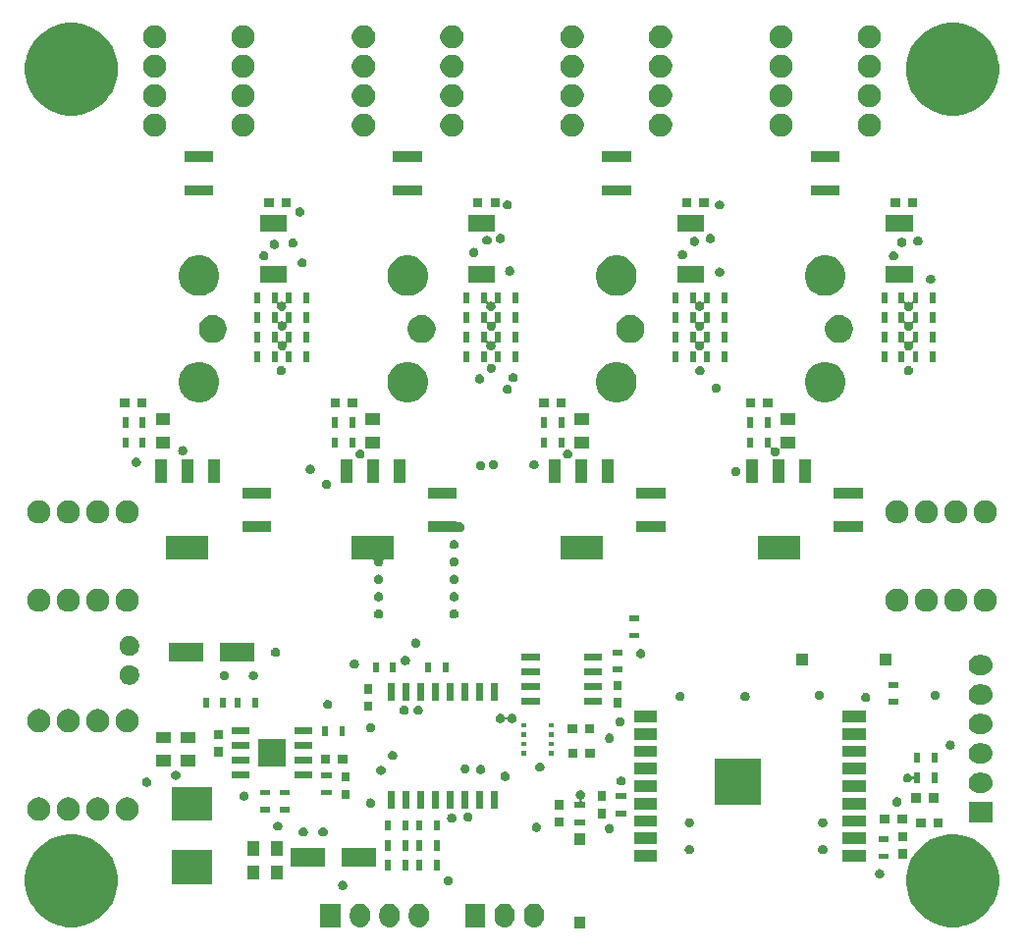
<source format=gts>
G04 #@! TF.GenerationSoftware,KiCad,Pcbnew,5.0.2-bee76a0~70~ubuntu18.04.1*
G04 #@! TF.CreationDate,2019-03-10T09:38:59+01:00*
G04 #@! TF.ProjectId,stromwaechter,7374726f-6d77-4616-9563-687465722e6b,1.0*
G04 #@! TF.SameCoordinates,Original*
G04 #@! TF.FileFunction,Soldermask,Top*
G04 #@! TF.FilePolarity,Negative*
%FSLAX46Y46*%
G04 Gerber Fmt 4.6, Leading zero omitted, Abs format (unit mm)*
G04 Created by KiCad (PCBNEW 5.0.2-bee76a0~70~ubuntu18.04.1) date So 10 Mär 2019 09:38:59 CET*
%MOMM*%
%LPD*%
G01*
G04 APERTURE LIST*
%ADD10C,0.100000*%
G04 APERTURE END LIST*
D10*
G36*
X153350380Y-137149560D02*
X152349620Y-137149560D01*
X152349620Y-136148800D01*
X153350380Y-136148800D01*
X153350380Y-137149560D01*
X153350380Y-137149560D01*
G37*
G36*
X134059294Y-134996496D02*
X134179726Y-135033029D01*
X134222087Y-135045879D01*
X134372112Y-135126068D01*
X134503612Y-135233988D01*
X134611532Y-135365488D01*
X134691721Y-135515512D01*
X134702138Y-135549851D01*
X134741104Y-135678305D01*
X134753600Y-135805180D01*
X134753600Y-136194819D01*
X134741104Y-136321694D01*
X134704571Y-136442128D01*
X134691721Y-136484488D01*
X134611532Y-136634512D01*
X134503612Y-136766012D01*
X134372112Y-136873932D01*
X134222088Y-136954121D01*
X134179727Y-136966971D01*
X134059295Y-137003504D01*
X133946432Y-137014620D01*
X133890001Y-137020178D01*
X133890000Y-137020178D01*
X133720706Y-137003504D01*
X133600274Y-136966971D01*
X133557913Y-136954121D01*
X133407889Y-136873932D01*
X133317946Y-136800117D01*
X133276388Y-136766012D01*
X133168469Y-136634512D01*
X133168467Y-136634509D01*
X133088279Y-136484488D01*
X133075429Y-136442127D01*
X133038896Y-136321695D01*
X133026400Y-136194820D01*
X133026400Y-135805181D01*
X133038896Y-135678306D01*
X133088278Y-135515517D01*
X133088279Y-135515513D01*
X133168468Y-135365488D01*
X133276388Y-135233988D01*
X133407888Y-135126068D01*
X133557912Y-135045879D01*
X133600273Y-135033029D01*
X133720705Y-134996496D01*
X133847580Y-134984000D01*
X133889999Y-134979822D01*
X133890000Y-134979822D01*
X134059294Y-134996496D01*
X134059294Y-134996496D01*
G37*
G36*
X146529294Y-134996496D02*
X146649726Y-135033029D01*
X146692087Y-135045879D01*
X146842112Y-135126068D01*
X146973612Y-135233988D01*
X147081532Y-135365488D01*
X147161721Y-135515512D01*
X147172138Y-135549851D01*
X147211104Y-135678305D01*
X147223600Y-135805180D01*
X147223600Y-136194819D01*
X147211104Y-136321694D01*
X147174571Y-136442128D01*
X147161721Y-136484488D01*
X147081532Y-136634512D01*
X146973612Y-136766012D01*
X146842112Y-136873932D01*
X146692088Y-136954121D01*
X146649727Y-136966971D01*
X146529295Y-137003504D01*
X146416432Y-137014620D01*
X146360001Y-137020178D01*
X146360000Y-137020178D01*
X146190706Y-137003504D01*
X146070274Y-136966971D01*
X146027913Y-136954121D01*
X145877889Y-136873932D01*
X145787946Y-136800117D01*
X145746388Y-136766012D01*
X145638469Y-136634512D01*
X145638467Y-136634509D01*
X145558279Y-136484488D01*
X145545429Y-136442127D01*
X145508896Y-136321695D01*
X145496400Y-136194820D01*
X145496400Y-135805181D01*
X145508896Y-135678306D01*
X145558278Y-135515517D01*
X145558279Y-135515513D01*
X145638468Y-135365488D01*
X145746388Y-135233988D01*
X145877888Y-135126068D01*
X146027912Y-135045879D01*
X146070273Y-135033029D01*
X146190705Y-134996496D01*
X146317580Y-134984000D01*
X146359999Y-134979822D01*
X146360000Y-134979822D01*
X146529294Y-134996496D01*
X146529294Y-134996496D01*
G37*
G36*
X149069294Y-134996496D02*
X149189726Y-135033029D01*
X149232087Y-135045879D01*
X149382112Y-135126068D01*
X149513612Y-135233988D01*
X149621532Y-135365488D01*
X149701721Y-135515512D01*
X149712138Y-135549851D01*
X149751104Y-135678305D01*
X149763600Y-135805180D01*
X149763600Y-136194819D01*
X149751104Y-136321694D01*
X149714571Y-136442128D01*
X149701721Y-136484488D01*
X149621532Y-136634512D01*
X149513612Y-136766012D01*
X149382112Y-136873932D01*
X149232088Y-136954121D01*
X149189727Y-136966971D01*
X149069295Y-137003504D01*
X148956432Y-137014620D01*
X148900001Y-137020178D01*
X148900000Y-137020178D01*
X148730706Y-137003504D01*
X148610274Y-136966971D01*
X148567913Y-136954121D01*
X148417889Y-136873932D01*
X148327946Y-136800117D01*
X148286388Y-136766012D01*
X148178469Y-136634512D01*
X148178467Y-136634509D01*
X148098279Y-136484488D01*
X148085429Y-136442127D01*
X148048896Y-136321695D01*
X148036400Y-136194820D01*
X148036400Y-135805181D01*
X148048896Y-135678306D01*
X148098278Y-135515517D01*
X148098279Y-135515513D01*
X148178468Y-135365488D01*
X148286388Y-135233988D01*
X148417888Y-135126068D01*
X148567912Y-135045879D01*
X148610273Y-135033029D01*
X148730705Y-134996496D01*
X148857580Y-134984000D01*
X148899999Y-134979822D01*
X148900000Y-134979822D01*
X149069294Y-134996496D01*
X149069294Y-134996496D01*
G37*
G36*
X139139294Y-134996496D02*
X139259726Y-135033029D01*
X139302087Y-135045879D01*
X139452112Y-135126068D01*
X139583612Y-135233988D01*
X139691532Y-135365488D01*
X139771721Y-135515512D01*
X139782138Y-135549851D01*
X139821104Y-135678305D01*
X139833600Y-135805180D01*
X139833600Y-136194819D01*
X139821104Y-136321694D01*
X139784571Y-136442128D01*
X139771721Y-136484488D01*
X139691532Y-136634512D01*
X139583612Y-136766012D01*
X139452112Y-136873932D01*
X139302088Y-136954121D01*
X139259727Y-136966971D01*
X139139295Y-137003504D01*
X139026432Y-137014620D01*
X138970001Y-137020178D01*
X138970000Y-137020178D01*
X138800706Y-137003504D01*
X138680274Y-136966971D01*
X138637913Y-136954121D01*
X138487889Y-136873932D01*
X138397946Y-136800117D01*
X138356388Y-136766012D01*
X138248469Y-136634512D01*
X138248467Y-136634509D01*
X138168279Y-136484488D01*
X138155429Y-136442127D01*
X138118896Y-136321695D01*
X138106400Y-136194820D01*
X138106400Y-135805181D01*
X138118896Y-135678306D01*
X138168278Y-135515517D01*
X138168279Y-135515513D01*
X138248468Y-135365488D01*
X138356388Y-135233988D01*
X138487888Y-135126068D01*
X138637912Y-135045879D01*
X138680273Y-135033029D01*
X138800705Y-134996496D01*
X138927580Y-134984000D01*
X138969999Y-134979822D01*
X138970000Y-134979822D01*
X139139294Y-134996496D01*
X139139294Y-134996496D01*
G37*
G36*
X136599294Y-134996496D02*
X136719726Y-135033029D01*
X136762087Y-135045879D01*
X136912112Y-135126068D01*
X137043612Y-135233988D01*
X137151532Y-135365488D01*
X137231721Y-135515512D01*
X137242138Y-135549851D01*
X137281104Y-135678305D01*
X137293600Y-135805180D01*
X137293600Y-136194819D01*
X137281104Y-136321694D01*
X137244571Y-136442128D01*
X137231721Y-136484488D01*
X137151532Y-136634512D01*
X137043612Y-136766012D01*
X136912112Y-136873932D01*
X136762088Y-136954121D01*
X136719727Y-136966971D01*
X136599295Y-137003504D01*
X136486432Y-137014620D01*
X136430001Y-137020178D01*
X136430000Y-137020178D01*
X136260706Y-137003504D01*
X136140274Y-136966971D01*
X136097913Y-136954121D01*
X135947889Y-136873932D01*
X135857946Y-136800117D01*
X135816388Y-136766012D01*
X135708469Y-136634512D01*
X135708467Y-136634509D01*
X135628279Y-136484488D01*
X135615429Y-136442127D01*
X135578896Y-136321695D01*
X135566400Y-136194820D01*
X135566400Y-135805181D01*
X135578896Y-135678306D01*
X135628278Y-135515517D01*
X135628279Y-135515513D01*
X135708468Y-135365488D01*
X135816388Y-135233988D01*
X135947888Y-135126068D01*
X136097912Y-135045879D01*
X136140273Y-135033029D01*
X136260705Y-134996496D01*
X136387580Y-134984000D01*
X136429999Y-134979822D01*
X136430000Y-134979822D01*
X136599294Y-134996496D01*
X136599294Y-134996496D01*
G37*
G36*
X144683600Y-137016000D02*
X142956400Y-137016000D01*
X142956400Y-134984000D01*
X144683600Y-134984000D01*
X144683600Y-137016000D01*
X144683600Y-137016000D01*
G37*
G36*
X132213600Y-137016000D02*
X130486400Y-137016000D01*
X130486400Y-134984000D01*
X132213600Y-134984000D01*
X132213600Y-137016000D01*
X132213600Y-137016000D01*
G37*
G36*
X185670394Y-129054985D02*
X186166757Y-129153718D01*
X186894710Y-129455246D01*
X187186180Y-129650000D01*
X187549854Y-129892999D01*
X188107001Y-130450146D01*
X188107003Y-130450149D01*
X188544754Y-131105290D01*
X188846282Y-131833243D01*
X188846282Y-131833244D01*
X189000000Y-132606033D01*
X189000000Y-133393967D01*
X188961112Y-133589468D01*
X188846282Y-134166757D01*
X188544754Y-134894710D01*
X188230190Y-135365488D01*
X188107001Y-135549854D01*
X187549854Y-136107001D01*
X187549851Y-136107003D01*
X186894710Y-136544754D01*
X186166757Y-136846282D01*
X186027756Y-136873931D01*
X185393967Y-137000000D01*
X184606033Y-137000000D01*
X183972244Y-136873931D01*
X183833243Y-136846282D01*
X183105290Y-136544754D01*
X182450149Y-136107003D01*
X182450146Y-136107001D01*
X181892999Y-135549854D01*
X181769810Y-135365488D01*
X181455246Y-134894710D01*
X181153718Y-134166757D01*
X181038888Y-133589468D01*
X181000000Y-133393967D01*
X181000000Y-132606033D01*
X181153718Y-131833244D01*
X181153718Y-131833243D01*
X181455246Y-131105290D01*
X181892997Y-130450149D01*
X181892999Y-130450146D01*
X182450146Y-129892999D01*
X182813820Y-129650000D01*
X183105290Y-129455246D01*
X183833243Y-129153718D01*
X184329606Y-129054985D01*
X184606033Y-129000000D01*
X185393967Y-129000000D01*
X185670394Y-129054985D01*
X185670394Y-129054985D01*
G37*
G36*
X109670394Y-129054985D02*
X110166757Y-129153718D01*
X110894710Y-129455246D01*
X111186180Y-129650000D01*
X111549854Y-129892999D01*
X112107001Y-130450146D01*
X112107003Y-130450149D01*
X112544754Y-131105290D01*
X112846282Y-131833243D01*
X112846282Y-131833244D01*
X113000000Y-132606033D01*
X113000000Y-133393967D01*
X112961112Y-133589468D01*
X112846282Y-134166757D01*
X112544754Y-134894710D01*
X112230190Y-135365488D01*
X112107001Y-135549854D01*
X111549854Y-136107001D01*
X111549851Y-136107003D01*
X110894710Y-136544754D01*
X110166757Y-136846282D01*
X110027756Y-136873931D01*
X109393967Y-137000000D01*
X108606033Y-137000000D01*
X107972244Y-136873931D01*
X107833243Y-136846282D01*
X107105290Y-136544754D01*
X106450149Y-136107003D01*
X106450146Y-136107001D01*
X105892999Y-135549854D01*
X105769810Y-135365488D01*
X105455246Y-134894710D01*
X105153718Y-134166757D01*
X105038888Y-133589468D01*
X105000000Y-133393967D01*
X105000000Y-132606033D01*
X105153718Y-131833244D01*
X105153718Y-131833243D01*
X105455246Y-131105290D01*
X105892997Y-130450149D01*
X105892999Y-130450146D01*
X106450146Y-129892999D01*
X106813820Y-129650000D01*
X107105290Y-129455246D01*
X107833243Y-129153718D01*
X108329606Y-129054985D01*
X108606033Y-129000000D01*
X109393967Y-129000000D01*
X109670394Y-129054985D01*
X109670394Y-129054985D01*
G37*
G36*
X132516676Y-133015372D02*
X132589468Y-133045523D01*
X132654989Y-133089303D01*
X132710697Y-133145011D01*
X132710699Y-133145014D01*
X132710700Y-133145015D01*
X132754475Y-133210529D01*
X132754477Y-133210532D01*
X132772891Y-133254989D01*
X132784628Y-133283324D01*
X132790074Y-133310700D01*
X132800000Y-133360604D01*
X132800000Y-133439396D01*
X132784628Y-133516676D01*
X132754477Y-133589468D01*
X132710697Y-133654989D01*
X132654989Y-133710697D01*
X132589468Y-133754477D01*
X132516676Y-133784628D01*
X132439397Y-133800000D01*
X132360603Y-133800000D01*
X132283324Y-133784628D01*
X132210532Y-133754477D01*
X132145011Y-133710697D01*
X132089303Y-133654989D01*
X132045523Y-133589468D01*
X132015372Y-133516676D01*
X132000000Y-133439396D01*
X132000000Y-133360604D01*
X132009927Y-133310700D01*
X132015372Y-133283324D01*
X132027109Y-133254989D01*
X132045523Y-133210532D01*
X132045525Y-133210529D01*
X132089300Y-133145015D01*
X132089301Y-133145014D01*
X132089303Y-133145011D01*
X132145011Y-133089303D01*
X132210532Y-133045523D01*
X132283324Y-133015372D01*
X132360603Y-133000000D01*
X132439397Y-133000000D01*
X132516676Y-133015372D01*
X132516676Y-133015372D01*
G37*
G36*
X141569726Y-132606033D02*
X141616676Y-132615372D01*
X141689468Y-132645523D01*
X141754989Y-132689303D01*
X141810697Y-132745011D01*
X141810699Y-132745014D01*
X141810700Y-132745015D01*
X141847440Y-132800000D01*
X141854477Y-132810532D01*
X141884628Y-132883324D01*
X141900000Y-132960603D01*
X141900000Y-133039397D01*
X141890073Y-133089303D01*
X141884628Y-133116676D01*
X141854477Y-133189468D01*
X141854475Y-133189471D01*
X141840403Y-133210532D01*
X141810697Y-133254989D01*
X141754989Y-133310697D01*
X141689468Y-133354477D01*
X141616676Y-133384628D01*
X141539397Y-133400000D01*
X141460603Y-133400000D01*
X141383324Y-133384628D01*
X141310532Y-133354477D01*
X141245011Y-133310697D01*
X141189303Y-133254989D01*
X141159598Y-133210532D01*
X141145525Y-133189471D01*
X141145523Y-133189468D01*
X141115372Y-133116676D01*
X141109927Y-133089303D01*
X141100000Y-133039397D01*
X141100000Y-132960603D01*
X141115372Y-132883324D01*
X141145523Y-132810532D01*
X141152560Y-132800000D01*
X141189300Y-132745015D01*
X141189301Y-132745014D01*
X141189303Y-132745011D01*
X141245011Y-132689303D01*
X141310532Y-132645523D01*
X141383324Y-132615372D01*
X141430274Y-132606033D01*
X141460603Y-132600000D01*
X141539397Y-132600000D01*
X141569726Y-132606033D01*
X141569726Y-132606033D01*
G37*
G36*
X121150000Y-133300000D02*
X117650000Y-133300000D01*
X117650000Y-130350000D01*
X121150000Y-130350000D01*
X121150000Y-133300000D01*
X121150000Y-133300000D01*
G37*
G36*
X125200000Y-132925000D02*
X124200000Y-132925000D01*
X124200000Y-131675000D01*
X125200000Y-131675000D01*
X125200000Y-132925000D01*
X125200000Y-132925000D01*
G37*
G36*
X127200000Y-132925000D02*
X126200000Y-132925000D01*
X126200000Y-131675000D01*
X127200000Y-131675000D01*
X127200000Y-132925000D01*
X127200000Y-132925000D01*
G37*
G36*
X178816676Y-132015372D02*
X178889468Y-132045523D01*
X178954989Y-132089303D01*
X179010697Y-132145011D01*
X179054477Y-132210532D01*
X179084628Y-132283324D01*
X179100000Y-132360604D01*
X179100000Y-132439396D01*
X179084628Y-132516676D01*
X179054477Y-132589468D01*
X179054475Y-132589471D01*
X179037169Y-132615372D01*
X179010697Y-132654989D01*
X178954989Y-132710697D01*
X178889468Y-132754477D01*
X178816676Y-132784628D01*
X178739397Y-132800000D01*
X178660603Y-132800000D01*
X178583324Y-132784628D01*
X178510532Y-132754477D01*
X178445011Y-132710697D01*
X178389303Y-132654989D01*
X178362832Y-132615372D01*
X178345525Y-132589471D01*
X178345523Y-132589468D01*
X178315372Y-132516676D01*
X178300000Y-132439396D01*
X178300000Y-132360604D01*
X178315372Y-132283324D01*
X178345523Y-132210532D01*
X178389303Y-132145011D01*
X178445011Y-132089303D01*
X178510532Y-132045523D01*
X178583324Y-132015372D01*
X178660603Y-132000000D01*
X178739397Y-132000000D01*
X178816676Y-132015372D01*
X178816676Y-132015372D01*
G37*
G36*
X140750000Y-132100000D02*
X140250000Y-132100000D01*
X140250000Y-131200000D01*
X140750000Y-131200000D01*
X140750000Y-132100000D01*
X140750000Y-132100000D01*
G37*
G36*
X139250000Y-132100000D02*
X138750000Y-132100000D01*
X138750000Y-131200000D01*
X139250000Y-131200000D01*
X139250000Y-132100000D01*
X139250000Y-132100000D01*
G37*
G36*
X138050000Y-132100000D02*
X137550000Y-132100000D01*
X137550000Y-131200000D01*
X138050000Y-131200000D01*
X138050000Y-132100000D01*
X138050000Y-132100000D01*
G37*
G36*
X136550000Y-132100000D02*
X136050000Y-132100000D01*
X136050000Y-131200000D01*
X136550000Y-131200000D01*
X136550000Y-132100000D01*
X136550000Y-132100000D01*
G37*
G36*
X130900230Y-131800100D02*
X127900490Y-131800100D01*
X127900490Y-130199900D01*
X130900230Y-130199900D01*
X130900230Y-131800100D01*
X130900230Y-131800100D01*
G37*
G36*
X135299510Y-131800100D02*
X132299770Y-131800100D01*
X132299770Y-130199900D01*
X135299510Y-130199900D01*
X135299510Y-131800100D01*
X135299510Y-131800100D01*
G37*
G36*
X159500000Y-131350000D02*
X157500000Y-131350000D01*
X157500000Y-130350000D01*
X159500000Y-130350000D01*
X159500000Y-131350000D01*
X159500000Y-131350000D01*
G37*
G36*
X177500000Y-131350000D02*
X175500000Y-131350000D01*
X175500000Y-130350000D01*
X177500000Y-130350000D01*
X177500000Y-131350000D01*
X177500000Y-131350000D01*
G37*
G36*
X179500000Y-131150000D02*
X178600000Y-131150000D01*
X178600000Y-130650000D01*
X179500000Y-130650000D01*
X179500000Y-131150000D01*
X179500000Y-131150000D01*
G37*
G36*
X181075000Y-131100000D02*
X180325000Y-131100000D01*
X180325000Y-130300000D01*
X181075000Y-130300000D01*
X181075000Y-131100000D01*
X181075000Y-131100000D01*
G37*
G36*
X125200000Y-130825000D02*
X124200000Y-130825000D01*
X124200000Y-129575000D01*
X125200000Y-129575000D01*
X125200000Y-130825000D01*
X125200000Y-130825000D01*
G37*
G36*
X127200000Y-130825000D02*
X126200000Y-130825000D01*
X126200000Y-129575000D01*
X127200000Y-129575000D01*
X127200000Y-130825000D01*
X127200000Y-130825000D01*
G37*
G36*
X173916676Y-129915372D02*
X173989468Y-129945523D01*
X174054989Y-129989303D01*
X174110697Y-130045011D01*
X174154477Y-130110532D01*
X174184628Y-130183324D01*
X174200000Y-130260604D01*
X174200000Y-130339396D01*
X174184628Y-130416676D01*
X174154477Y-130489468D01*
X174110697Y-130554989D01*
X174054989Y-130610697D01*
X173989468Y-130654477D01*
X173916676Y-130684628D01*
X173839397Y-130700000D01*
X173760603Y-130700000D01*
X173683324Y-130684628D01*
X173610532Y-130654477D01*
X173545011Y-130610697D01*
X173489303Y-130554989D01*
X173445523Y-130489468D01*
X173415372Y-130416676D01*
X173400000Y-130339396D01*
X173400000Y-130260604D01*
X173415372Y-130183324D01*
X173445523Y-130110532D01*
X173489303Y-130045011D01*
X173545011Y-129989303D01*
X173610532Y-129945523D01*
X173683324Y-129915372D01*
X173760603Y-129900000D01*
X173839397Y-129900000D01*
X173916676Y-129915372D01*
X173916676Y-129915372D01*
G37*
G36*
X162416676Y-129915372D02*
X162489468Y-129945523D01*
X162554989Y-129989303D01*
X162610697Y-130045011D01*
X162654477Y-130110532D01*
X162684628Y-130183324D01*
X162700000Y-130260604D01*
X162700000Y-130339396D01*
X162684628Y-130416676D01*
X162654477Y-130489468D01*
X162610697Y-130554989D01*
X162554989Y-130610697D01*
X162489468Y-130654477D01*
X162416676Y-130684628D01*
X162339397Y-130700000D01*
X162260603Y-130700000D01*
X162183324Y-130684628D01*
X162110532Y-130654477D01*
X162045011Y-130610697D01*
X161989303Y-130554989D01*
X161945523Y-130489468D01*
X161915372Y-130416676D01*
X161900000Y-130339396D01*
X161900000Y-130260604D01*
X161915372Y-130183324D01*
X161945523Y-130110532D01*
X161989303Y-130045011D01*
X162045011Y-129989303D01*
X162110532Y-129945523D01*
X162183324Y-129915372D01*
X162260603Y-129900000D01*
X162339397Y-129900000D01*
X162416676Y-129915372D01*
X162416676Y-129915372D01*
G37*
G36*
X138050000Y-130400000D02*
X137550000Y-130400000D01*
X137550000Y-129500000D01*
X138050000Y-129500000D01*
X138050000Y-130400000D01*
X138050000Y-130400000D01*
G37*
G36*
X139250000Y-130400000D02*
X138750000Y-130400000D01*
X138750000Y-129500000D01*
X139250000Y-129500000D01*
X139250000Y-130400000D01*
X139250000Y-130400000D01*
G37*
G36*
X136550000Y-130400000D02*
X136050000Y-130400000D01*
X136050000Y-129500000D01*
X136550000Y-129500000D01*
X136550000Y-130400000D01*
X136550000Y-130400000D01*
G37*
G36*
X140750000Y-130400000D02*
X140250000Y-130400000D01*
X140250000Y-129500000D01*
X140750000Y-129500000D01*
X140750000Y-130400000D01*
X140750000Y-130400000D01*
G37*
G36*
X153350380Y-129951200D02*
X152349620Y-129951200D01*
X152349620Y-128950440D01*
X153350380Y-128950440D01*
X153350380Y-129951200D01*
X153350380Y-129951200D01*
G37*
G36*
X159500000Y-129850000D02*
X157500000Y-129850000D01*
X157500000Y-128850000D01*
X159500000Y-128850000D01*
X159500000Y-129850000D01*
X159500000Y-129850000D01*
G37*
G36*
X177500000Y-129850000D02*
X175500000Y-129850000D01*
X175500000Y-128850000D01*
X177500000Y-128850000D01*
X177500000Y-129850000D01*
X177500000Y-129850000D01*
G37*
G36*
X179500000Y-129650000D02*
X178600000Y-129650000D01*
X178600000Y-129150000D01*
X179500000Y-129150000D01*
X179500000Y-129650000D01*
X179500000Y-129650000D01*
G37*
G36*
X181075000Y-129600000D02*
X180325000Y-129600000D01*
X180325000Y-128800000D01*
X181075000Y-128800000D01*
X181075000Y-129600000D01*
X181075000Y-129600000D01*
G37*
G36*
X130816676Y-128415372D02*
X130889468Y-128445523D01*
X130954989Y-128489303D01*
X131010697Y-128545011D01*
X131010699Y-128545014D01*
X131010700Y-128545015D01*
X131054475Y-128610529D01*
X131054477Y-128610532D01*
X131072891Y-128654989D01*
X131084628Y-128683324D01*
X131090074Y-128710700D01*
X131100000Y-128760604D01*
X131100000Y-128839396D01*
X131084628Y-128916676D01*
X131054477Y-128989468D01*
X131010697Y-129054989D01*
X130954989Y-129110697D01*
X130889468Y-129154477D01*
X130816676Y-129184628D01*
X130739397Y-129200000D01*
X130660603Y-129200000D01*
X130583324Y-129184628D01*
X130510532Y-129154477D01*
X130445011Y-129110697D01*
X130389303Y-129054989D01*
X130345523Y-128989468D01*
X130315372Y-128916676D01*
X130300000Y-128839396D01*
X130300000Y-128760604D01*
X130309927Y-128710700D01*
X130315372Y-128683324D01*
X130327109Y-128654989D01*
X130345523Y-128610532D01*
X130345525Y-128610529D01*
X130389300Y-128545015D01*
X130389301Y-128545014D01*
X130389303Y-128545011D01*
X130445011Y-128489303D01*
X130510532Y-128445523D01*
X130583324Y-128415372D01*
X130660603Y-128400000D01*
X130739397Y-128400000D01*
X130816676Y-128415372D01*
X130816676Y-128415372D01*
G37*
G36*
X129116676Y-128415372D02*
X129189468Y-128445523D01*
X129254989Y-128489303D01*
X129310697Y-128545011D01*
X129310699Y-128545014D01*
X129310700Y-128545015D01*
X129354475Y-128610529D01*
X129354477Y-128610532D01*
X129372891Y-128654989D01*
X129384628Y-128683324D01*
X129390074Y-128710700D01*
X129400000Y-128760604D01*
X129400000Y-128839396D01*
X129384628Y-128916676D01*
X129354477Y-128989468D01*
X129310697Y-129054989D01*
X129254989Y-129110697D01*
X129189468Y-129154477D01*
X129116676Y-129184628D01*
X129039397Y-129200000D01*
X128960603Y-129200000D01*
X128883324Y-129184628D01*
X128810532Y-129154477D01*
X128745011Y-129110697D01*
X128689303Y-129054989D01*
X128645523Y-128989468D01*
X128615372Y-128916676D01*
X128600000Y-128839396D01*
X128600000Y-128760604D01*
X128609927Y-128710700D01*
X128615372Y-128683324D01*
X128627109Y-128654989D01*
X128645523Y-128610532D01*
X128645525Y-128610529D01*
X128689300Y-128545015D01*
X128689301Y-128545014D01*
X128689303Y-128545011D01*
X128745011Y-128489303D01*
X128810532Y-128445523D01*
X128883324Y-128415372D01*
X128960603Y-128400000D01*
X129039397Y-128400000D01*
X129116676Y-128415372D01*
X129116676Y-128415372D01*
G37*
G36*
X155492329Y-128110529D02*
X155516676Y-128115372D01*
X155589468Y-128145523D01*
X155654989Y-128189303D01*
X155710697Y-128245011D01*
X155710699Y-128245014D01*
X155710700Y-128245015D01*
X155721116Y-128260604D01*
X155754477Y-128310532D01*
X155772679Y-128354477D01*
X155784628Y-128383324D01*
X155800000Y-128460603D01*
X155800000Y-128539397D01*
X155790040Y-128589468D01*
X155784628Y-128616676D01*
X155754477Y-128689468D01*
X155754475Y-128689471D01*
X155711041Y-128754475D01*
X155710697Y-128754989D01*
X155654989Y-128810697D01*
X155589468Y-128854477D01*
X155516676Y-128884628D01*
X155439397Y-128900000D01*
X155360603Y-128900000D01*
X155283324Y-128884628D01*
X155210532Y-128854477D01*
X155145011Y-128810697D01*
X155089303Y-128754989D01*
X155088960Y-128754475D01*
X155045525Y-128689471D01*
X155045523Y-128689468D01*
X155015372Y-128616676D01*
X155009960Y-128589468D01*
X155000000Y-128539397D01*
X155000000Y-128460603D01*
X155015372Y-128383324D01*
X155027321Y-128354477D01*
X155045523Y-128310532D01*
X155078884Y-128260604D01*
X155089300Y-128245015D01*
X155089301Y-128245014D01*
X155089303Y-128245011D01*
X155145011Y-128189303D01*
X155210532Y-128145523D01*
X155283324Y-128115372D01*
X155307671Y-128110529D01*
X155360603Y-128100000D01*
X155439397Y-128100000D01*
X155492329Y-128110529D01*
X155492329Y-128110529D01*
G37*
G36*
X149216676Y-128015372D02*
X149289468Y-128045523D01*
X149354989Y-128089303D01*
X149410697Y-128145011D01*
X149410699Y-128145014D01*
X149410700Y-128145015D01*
X149447440Y-128200000D01*
X149454477Y-128210532D01*
X149472891Y-128254989D01*
X149484628Y-128283324D01*
X149500000Y-128360603D01*
X149500000Y-128439397D01*
X149490073Y-128489303D01*
X149484628Y-128516676D01*
X149454477Y-128589468D01*
X149454475Y-128589471D01*
X149411041Y-128654475D01*
X149410697Y-128654989D01*
X149354989Y-128710697D01*
X149289468Y-128754477D01*
X149216676Y-128784628D01*
X149139397Y-128800000D01*
X149060603Y-128800000D01*
X148983324Y-128784628D01*
X148910532Y-128754477D01*
X148845011Y-128710697D01*
X148789303Y-128654989D01*
X148788960Y-128654475D01*
X148745525Y-128589471D01*
X148745523Y-128589468D01*
X148715372Y-128516676D01*
X148709927Y-128489303D01*
X148700000Y-128439397D01*
X148700000Y-128360603D01*
X148715372Y-128283324D01*
X148727109Y-128254989D01*
X148745523Y-128210532D01*
X148752560Y-128200000D01*
X148789300Y-128145015D01*
X148789301Y-128145014D01*
X148789303Y-128145011D01*
X148845011Y-128089303D01*
X148910532Y-128045523D01*
X148983324Y-128015372D01*
X149060603Y-128000000D01*
X149139397Y-128000000D01*
X149216676Y-128015372D01*
X149216676Y-128015372D01*
G37*
G36*
X126916676Y-127915372D02*
X126989468Y-127945523D01*
X126989471Y-127945525D01*
X127047993Y-127984628D01*
X127054989Y-127989303D01*
X127110697Y-128045011D01*
X127110699Y-128045014D01*
X127110700Y-128045015D01*
X127140290Y-128089300D01*
X127154477Y-128110532D01*
X127168971Y-128145525D01*
X127184628Y-128183324D01*
X127200000Y-128260603D01*
X127200000Y-128339397D01*
X127191262Y-128383324D01*
X127184628Y-128416676D01*
X127154477Y-128489468D01*
X127154475Y-128489471D01*
X127117362Y-128545015D01*
X127110697Y-128554989D01*
X127054989Y-128610697D01*
X126989468Y-128654477D01*
X126919824Y-128683324D01*
X126916676Y-128684628D01*
X126839397Y-128700000D01*
X126760603Y-128700000D01*
X126683324Y-128684628D01*
X126680176Y-128683324D01*
X126610532Y-128654477D01*
X126545011Y-128610697D01*
X126489303Y-128554989D01*
X126482639Y-128545015D01*
X126445525Y-128489471D01*
X126445523Y-128489468D01*
X126415372Y-128416676D01*
X126408738Y-128383324D01*
X126400000Y-128339397D01*
X126400000Y-128260603D01*
X126415372Y-128183324D01*
X126431029Y-128145525D01*
X126445523Y-128110532D01*
X126459710Y-128089300D01*
X126489300Y-128045015D01*
X126489301Y-128045014D01*
X126489303Y-128045011D01*
X126545011Y-127989303D01*
X126552008Y-127984628D01*
X126610529Y-127945525D01*
X126610532Y-127945523D01*
X126683324Y-127915372D01*
X126760603Y-127900000D01*
X126839397Y-127900000D01*
X126916676Y-127915372D01*
X126916676Y-127915372D01*
G37*
G36*
X136550000Y-128700000D02*
X136050000Y-128700000D01*
X136050000Y-127800000D01*
X136550000Y-127800000D01*
X136550000Y-128700000D01*
X136550000Y-128700000D01*
G37*
G36*
X138050000Y-128700000D02*
X137550000Y-128700000D01*
X137550000Y-127800000D01*
X138050000Y-127800000D01*
X138050000Y-128700000D01*
X138050000Y-128700000D01*
G37*
G36*
X139250000Y-128700000D02*
X138750000Y-128700000D01*
X138750000Y-127800000D01*
X139250000Y-127800000D01*
X139250000Y-128700000D01*
X139250000Y-128700000D01*
G37*
G36*
X140750000Y-128700000D02*
X140250000Y-128700000D01*
X140250000Y-127800000D01*
X140750000Y-127800000D01*
X140750000Y-128700000D01*
X140750000Y-128700000D01*
G37*
G36*
X182650000Y-128425000D02*
X181850000Y-128425000D01*
X181850000Y-127675000D01*
X182650000Y-127675000D01*
X182650000Y-128425000D01*
X182650000Y-128425000D01*
G37*
G36*
X184150000Y-128425000D02*
X183350000Y-128425000D01*
X183350000Y-127675000D01*
X184150000Y-127675000D01*
X184150000Y-128425000D01*
X184150000Y-128425000D01*
G37*
G36*
X162416676Y-127615372D02*
X162489468Y-127645523D01*
X162489471Y-127645525D01*
X162533584Y-127675000D01*
X162554989Y-127689303D01*
X162610697Y-127745011D01*
X162610699Y-127745014D01*
X162610700Y-127745015D01*
X162647440Y-127800000D01*
X162654477Y-127810532D01*
X162672891Y-127854989D01*
X162684628Y-127883324D01*
X162700000Y-127960603D01*
X162700000Y-128039397D01*
X162690073Y-128089303D01*
X162684628Y-128116676D01*
X162654477Y-128189468D01*
X162654475Y-128189471D01*
X162617362Y-128245015D01*
X162610697Y-128254989D01*
X162554989Y-128310697D01*
X162489468Y-128354477D01*
X162419824Y-128383324D01*
X162416676Y-128384628D01*
X162339397Y-128400000D01*
X162260603Y-128400000D01*
X162183324Y-128384628D01*
X162180176Y-128383324D01*
X162110532Y-128354477D01*
X162045011Y-128310697D01*
X161989303Y-128254989D01*
X161982639Y-128245015D01*
X161945525Y-128189471D01*
X161945523Y-128189468D01*
X161915372Y-128116676D01*
X161909927Y-128089303D01*
X161900000Y-128039397D01*
X161900000Y-127960603D01*
X161915372Y-127883324D01*
X161927109Y-127854989D01*
X161945523Y-127810532D01*
X161952560Y-127800000D01*
X161989300Y-127745015D01*
X161989301Y-127745014D01*
X161989303Y-127745011D01*
X162045011Y-127689303D01*
X162066417Y-127675000D01*
X162110529Y-127645525D01*
X162110532Y-127645523D01*
X162183324Y-127615372D01*
X162260603Y-127600000D01*
X162339397Y-127600000D01*
X162416676Y-127615372D01*
X162416676Y-127615372D01*
G37*
G36*
X173916676Y-127615372D02*
X173989468Y-127645523D01*
X173989471Y-127645525D01*
X174033584Y-127675000D01*
X174054989Y-127689303D01*
X174110697Y-127745011D01*
X174110699Y-127745014D01*
X174110700Y-127745015D01*
X174147440Y-127800000D01*
X174154477Y-127810532D01*
X174172891Y-127854989D01*
X174184628Y-127883324D01*
X174200000Y-127960603D01*
X174200000Y-128039397D01*
X174190073Y-128089303D01*
X174184628Y-128116676D01*
X174154477Y-128189468D01*
X174154475Y-128189471D01*
X174117362Y-128245015D01*
X174110697Y-128254989D01*
X174054989Y-128310697D01*
X173989468Y-128354477D01*
X173919824Y-128383324D01*
X173916676Y-128384628D01*
X173839397Y-128400000D01*
X173760603Y-128400000D01*
X173683324Y-128384628D01*
X173680176Y-128383324D01*
X173610532Y-128354477D01*
X173545011Y-128310697D01*
X173489303Y-128254989D01*
X173482639Y-128245015D01*
X173445525Y-128189471D01*
X173445523Y-128189468D01*
X173415372Y-128116676D01*
X173409927Y-128089303D01*
X173400000Y-128039397D01*
X173400000Y-127960603D01*
X173415372Y-127883324D01*
X173427109Y-127854989D01*
X173445523Y-127810532D01*
X173452560Y-127800000D01*
X173489300Y-127745015D01*
X173489301Y-127745014D01*
X173489303Y-127745011D01*
X173545011Y-127689303D01*
X173566417Y-127675000D01*
X173610529Y-127645525D01*
X173610532Y-127645523D01*
X173683324Y-127615372D01*
X173760603Y-127600000D01*
X173839397Y-127600000D01*
X173916676Y-127615372D01*
X173916676Y-127615372D01*
G37*
G36*
X151475000Y-128350000D02*
X150725000Y-128350000D01*
X150725000Y-127550000D01*
X151475000Y-127550000D01*
X151475000Y-128350000D01*
X151475000Y-128350000D01*
G37*
G36*
X177500000Y-128350000D02*
X175500000Y-128350000D01*
X175500000Y-127350000D01*
X177500000Y-127350000D01*
X177500000Y-128350000D01*
X177500000Y-128350000D01*
G37*
G36*
X159500000Y-128350000D02*
X157500000Y-128350000D01*
X157500000Y-127350000D01*
X159500000Y-127350000D01*
X159500000Y-128350000D01*
X159500000Y-128350000D01*
G37*
G36*
X153300000Y-128200000D02*
X152400000Y-128200000D01*
X152400000Y-127700000D01*
X153300000Y-127700000D01*
X153300000Y-128200000D01*
X153300000Y-128200000D01*
G37*
G36*
X179550000Y-128025000D02*
X178750000Y-128025000D01*
X178750000Y-127275000D01*
X179550000Y-127275000D01*
X179550000Y-128025000D01*
X179550000Y-128025000D01*
G37*
G36*
X181050000Y-128025000D02*
X180250000Y-128025000D01*
X180250000Y-127275000D01*
X181050000Y-127275000D01*
X181050000Y-128025000D01*
X181050000Y-128025000D01*
G37*
G36*
X141916676Y-127215372D02*
X141989468Y-127245523D01*
X141989471Y-127245525D01*
X142046567Y-127283675D01*
X142054989Y-127289303D01*
X142110697Y-127345011D01*
X142154477Y-127410532D01*
X142169774Y-127447463D01*
X142184628Y-127483324D01*
X142200000Y-127560603D01*
X142200000Y-127639397D01*
X142190073Y-127689303D01*
X142184628Y-127716676D01*
X142154477Y-127789468D01*
X142154475Y-127789471D01*
X142111041Y-127854475D01*
X142110697Y-127854989D01*
X142054989Y-127910697D01*
X142054986Y-127910699D01*
X142054985Y-127910700D01*
X142002869Y-127945523D01*
X141989468Y-127954477D01*
X141916676Y-127984628D01*
X141839397Y-128000000D01*
X141760603Y-128000000D01*
X141683324Y-127984628D01*
X141610532Y-127954477D01*
X141597131Y-127945523D01*
X141545015Y-127910700D01*
X141545014Y-127910699D01*
X141545011Y-127910697D01*
X141489303Y-127854989D01*
X141488960Y-127854475D01*
X141445525Y-127789471D01*
X141445523Y-127789468D01*
X141415372Y-127716676D01*
X141409927Y-127689303D01*
X141400000Y-127639397D01*
X141400000Y-127560603D01*
X141415372Y-127483324D01*
X141430226Y-127447463D01*
X141445523Y-127410532D01*
X141489303Y-127345011D01*
X141545011Y-127289303D01*
X141553434Y-127283675D01*
X141610529Y-127245525D01*
X141610532Y-127245523D01*
X141683324Y-127215372D01*
X141760603Y-127200000D01*
X141839397Y-127200000D01*
X141916676Y-127215372D01*
X141916676Y-127215372D01*
G37*
G36*
X188416000Y-127963600D02*
X186384000Y-127963600D01*
X186384000Y-126236400D01*
X188416000Y-126236400D01*
X188416000Y-127963600D01*
X188416000Y-127963600D01*
G37*
G36*
X143316676Y-127115372D02*
X143389468Y-127145523D01*
X143454989Y-127189303D01*
X143510697Y-127245011D01*
X143510699Y-127245014D01*
X143510700Y-127245015D01*
X143530735Y-127275000D01*
X143554477Y-127310532D01*
X143568758Y-127345011D01*
X143584628Y-127383324D01*
X143600000Y-127460603D01*
X143600000Y-127539397D01*
X143587945Y-127600000D01*
X143584628Y-127616676D01*
X143554477Y-127689468D01*
X143554475Y-127689471D01*
X143517362Y-127745015D01*
X143510697Y-127754989D01*
X143454989Y-127810697D01*
X143389468Y-127854477D01*
X143319824Y-127883324D01*
X143316676Y-127884628D01*
X143239397Y-127900000D01*
X143160603Y-127900000D01*
X143083324Y-127884628D01*
X143080176Y-127883324D01*
X143010532Y-127854477D01*
X142945011Y-127810697D01*
X142889303Y-127754989D01*
X142882639Y-127745015D01*
X142845525Y-127689471D01*
X142845523Y-127689468D01*
X142815372Y-127616676D01*
X142812055Y-127600000D01*
X142800000Y-127539397D01*
X142800000Y-127460603D01*
X142815372Y-127383324D01*
X142831242Y-127345011D01*
X142845523Y-127310532D01*
X142869265Y-127275000D01*
X142889300Y-127245015D01*
X142889301Y-127245014D01*
X142889303Y-127245011D01*
X142945011Y-127189303D01*
X143010532Y-127145523D01*
X143083324Y-127115372D01*
X143160603Y-127100000D01*
X143239397Y-127100000D01*
X143316676Y-127115372D01*
X143316676Y-127115372D01*
G37*
G36*
X121150000Y-127850000D02*
X117650000Y-127850000D01*
X117650000Y-124900000D01*
X121150000Y-124900000D01*
X121150000Y-127850000D01*
X121150000Y-127850000D01*
G37*
G36*
X106365770Y-125825372D02*
X106481689Y-125848429D01*
X106663678Y-125923811D01*
X106827463Y-126033249D01*
X106966751Y-126172537D01*
X107076189Y-126336322D01*
X107151571Y-126518311D01*
X107164762Y-126584628D01*
X107190000Y-126711507D01*
X107190000Y-126908493D01*
X107174628Y-126985770D01*
X107151571Y-127101689D01*
X107076189Y-127283678D01*
X106966751Y-127447463D01*
X106827463Y-127586751D01*
X106663678Y-127696189D01*
X106481689Y-127771571D01*
X106365770Y-127794628D01*
X106288493Y-127810000D01*
X106091507Y-127810000D01*
X106014230Y-127794628D01*
X105898311Y-127771571D01*
X105716322Y-127696189D01*
X105552537Y-127586751D01*
X105413249Y-127447463D01*
X105303811Y-127283678D01*
X105228429Y-127101689D01*
X105205372Y-126985770D01*
X105190000Y-126908493D01*
X105190000Y-126711507D01*
X105215238Y-126584628D01*
X105228429Y-126518311D01*
X105303811Y-126336322D01*
X105413249Y-126172537D01*
X105552537Y-126033249D01*
X105716322Y-125923811D01*
X105898311Y-125848429D01*
X106014230Y-125825372D01*
X106091507Y-125810000D01*
X106288493Y-125810000D01*
X106365770Y-125825372D01*
X106365770Y-125825372D01*
G37*
G36*
X108905770Y-125825372D02*
X109021689Y-125848429D01*
X109203678Y-125923811D01*
X109367463Y-126033249D01*
X109506751Y-126172537D01*
X109616189Y-126336322D01*
X109691571Y-126518311D01*
X109704762Y-126584628D01*
X109730000Y-126711507D01*
X109730000Y-126908493D01*
X109714628Y-126985770D01*
X109691571Y-127101689D01*
X109616189Y-127283678D01*
X109506751Y-127447463D01*
X109367463Y-127586751D01*
X109203678Y-127696189D01*
X109021689Y-127771571D01*
X108905770Y-127794628D01*
X108828493Y-127810000D01*
X108631507Y-127810000D01*
X108554230Y-127794628D01*
X108438311Y-127771571D01*
X108256322Y-127696189D01*
X108092537Y-127586751D01*
X107953249Y-127447463D01*
X107843811Y-127283678D01*
X107768429Y-127101689D01*
X107745372Y-126985770D01*
X107730000Y-126908493D01*
X107730000Y-126711507D01*
X107755238Y-126584628D01*
X107768429Y-126518311D01*
X107843811Y-126336322D01*
X107953249Y-126172537D01*
X108092537Y-126033249D01*
X108256322Y-125923811D01*
X108438311Y-125848429D01*
X108554230Y-125825372D01*
X108631507Y-125810000D01*
X108828493Y-125810000D01*
X108905770Y-125825372D01*
X108905770Y-125825372D01*
G37*
G36*
X113985770Y-125825372D02*
X114101689Y-125848429D01*
X114283678Y-125923811D01*
X114447463Y-126033249D01*
X114586751Y-126172537D01*
X114696189Y-126336322D01*
X114771571Y-126518311D01*
X114784762Y-126584628D01*
X114810000Y-126711507D01*
X114810000Y-126908493D01*
X114794628Y-126985770D01*
X114771571Y-127101689D01*
X114696189Y-127283678D01*
X114586751Y-127447463D01*
X114447463Y-127586751D01*
X114283678Y-127696189D01*
X114101689Y-127771571D01*
X113985770Y-127794628D01*
X113908493Y-127810000D01*
X113711507Y-127810000D01*
X113634230Y-127794628D01*
X113518311Y-127771571D01*
X113336322Y-127696189D01*
X113172537Y-127586751D01*
X113033249Y-127447463D01*
X112923811Y-127283678D01*
X112848429Y-127101689D01*
X112825372Y-126985770D01*
X112810000Y-126908493D01*
X112810000Y-126711507D01*
X112835238Y-126584628D01*
X112848429Y-126518311D01*
X112923811Y-126336322D01*
X113033249Y-126172537D01*
X113172537Y-126033249D01*
X113336322Y-125923811D01*
X113518311Y-125848429D01*
X113634230Y-125825372D01*
X113711507Y-125810000D01*
X113908493Y-125810000D01*
X113985770Y-125825372D01*
X113985770Y-125825372D01*
G37*
G36*
X111445770Y-125825372D02*
X111561689Y-125848429D01*
X111743678Y-125923811D01*
X111907463Y-126033249D01*
X112046751Y-126172537D01*
X112156189Y-126336322D01*
X112231571Y-126518311D01*
X112244762Y-126584628D01*
X112270000Y-126711507D01*
X112270000Y-126908493D01*
X112254628Y-126985770D01*
X112231571Y-127101689D01*
X112156189Y-127283678D01*
X112046751Y-127447463D01*
X111907463Y-127586751D01*
X111743678Y-127696189D01*
X111561689Y-127771571D01*
X111445770Y-127794628D01*
X111368493Y-127810000D01*
X111171507Y-127810000D01*
X111094230Y-127794628D01*
X110978311Y-127771571D01*
X110796322Y-127696189D01*
X110632537Y-127586751D01*
X110493249Y-127447463D01*
X110383811Y-127283678D01*
X110308429Y-127101689D01*
X110285372Y-126985770D01*
X110270000Y-126908493D01*
X110270000Y-126711507D01*
X110295238Y-126584628D01*
X110308429Y-126518311D01*
X110383811Y-126336322D01*
X110493249Y-126172537D01*
X110632537Y-126033249D01*
X110796322Y-125923811D01*
X110978311Y-125848429D01*
X111094230Y-125825372D01*
X111171507Y-125810000D01*
X111368493Y-125810000D01*
X111445770Y-125825372D01*
X111445770Y-125825372D01*
G37*
G36*
X155125000Y-127600000D02*
X154375000Y-127600000D01*
X154375000Y-126800000D01*
X155125000Y-126800000D01*
X155125000Y-127600000D01*
X155125000Y-127600000D01*
G37*
G36*
X156850000Y-127450000D02*
X155950000Y-127450000D01*
X155950000Y-126950000D01*
X156850000Y-126950000D01*
X156850000Y-127450000D01*
X156850000Y-127450000D01*
G37*
G36*
X127850000Y-127150000D02*
X126950000Y-127150000D01*
X126950000Y-126650000D01*
X127850000Y-126650000D01*
X127850000Y-127150000D01*
X127850000Y-127150000D01*
G37*
G36*
X126150000Y-127150000D02*
X125250000Y-127150000D01*
X125250000Y-126650000D01*
X126150000Y-126650000D01*
X126150000Y-127150000D01*
X126150000Y-127150000D01*
G37*
G36*
X159500000Y-126850000D02*
X157500000Y-126850000D01*
X157500000Y-125850000D01*
X159500000Y-125850000D01*
X159500000Y-126850000D01*
X159500000Y-126850000D01*
G37*
G36*
X177500000Y-126850000D02*
X175500000Y-126850000D01*
X175500000Y-125850000D01*
X177500000Y-125850000D01*
X177500000Y-126850000D01*
X177500000Y-126850000D01*
G37*
G36*
X151475000Y-126850000D02*
X150725000Y-126850000D01*
X150725000Y-126050000D01*
X151475000Y-126050000D01*
X151475000Y-126850000D01*
X151475000Y-126850000D01*
G37*
G36*
X140715000Y-126800000D02*
X140115000Y-126800000D01*
X140115000Y-125300000D01*
X140715000Y-125300000D01*
X140715000Y-126800000D01*
X140715000Y-126800000D01*
G37*
G36*
X145795000Y-126800000D02*
X145195000Y-126800000D01*
X145195000Y-125300000D01*
X145795000Y-125300000D01*
X145795000Y-126800000D01*
X145795000Y-126800000D01*
G37*
G36*
X139445000Y-126800000D02*
X138845000Y-126800000D01*
X138845000Y-125300000D01*
X139445000Y-125300000D01*
X139445000Y-126800000D01*
X139445000Y-126800000D01*
G37*
G36*
X144525000Y-126800000D02*
X143925000Y-126800000D01*
X143925000Y-125300000D01*
X144525000Y-125300000D01*
X144525000Y-126800000D01*
X144525000Y-126800000D01*
G37*
G36*
X138175000Y-126800000D02*
X137575000Y-126800000D01*
X137575000Y-125300000D01*
X138175000Y-125300000D01*
X138175000Y-126800000D01*
X138175000Y-126800000D01*
G37*
G36*
X143255000Y-126800000D02*
X142655000Y-126800000D01*
X142655000Y-125300000D01*
X143255000Y-125300000D01*
X143255000Y-126800000D01*
X143255000Y-126800000D01*
G37*
G36*
X141985000Y-126800000D02*
X141385000Y-126800000D01*
X141385000Y-125300000D01*
X141985000Y-125300000D01*
X141985000Y-126800000D01*
X141985000Y-126800000D01*
G37*
G36*
X136905000Y-126800000D02*
X136305000Y-126800000D01*
X136305000Y-125300000D01*
X136905000Y-125300000D01*
X136905000Y-126800000D01*
X136905000Y-126800000D01*
G37*
G36*
X153016676Y-125215372D02*
X153089468Y-125245523D01*
X153089471Y-125245525D01*
X153143358Y-125281531D01*
X153154989Y-125289303D01*
X153210697Y-125345011D01*
X153210699Y-125345014D01*
X153210700Y-125345015D01*
X153221863Y-125361722D01*
X153254477Y-125410532D01*
X153268758Y-125445011D01*
X153284628Y-125483324D01*
X153300000Y-125560603D01*
X153300000Y-125639397D01*
X153284628Y-125716676D01*
X153254477Y-125789468D01*
X153254475Y-125789471D01*
X153215081Y-125848429D01*
X153210697Y-125854989D01*
X153154989Y-125910697D01*
X153154986Y-125910699D01*
X153154985Y-125910700D01*
X153135363Y-125923811D01*
X153089468Y-125954477D01*
X153077305Y-125959515D01*
X153055694Y-125971066D01*
X153036752Y-125986612D01*
X153021206Y-126005554D01*
X153009655Y-126027165D01*
X153002542Y-126050614D01*
X153000140Y-126075000D01*
X153002542Y-126099386D01*
X153009655Y-126122835D01*
X153021206Y-126144446D01*
X153036752Y-126163388D01*
X153055694Y-126178934D01*
X153077305Y-126190485D01*
X153100754Y-126197598D01*
X153125140Y-126200000D01*
X153300000Y-126200000D01*
X153300000Y-126700000D01*
X152400000Y-126700000D01*
X152400000Y-126200000D01*
X152674860Y-126200000D01*
X152699246Y-126197598D01*
X152722695Y-126190485D01*
X152744306Y-126178934D01*
X152763248Y-126163388D01*
X152778794Y-126144446D01*
X152790345Y-126122835D01*
X152797458Y-126099386D01*
X152799860Y-126075000D01*
X152797458Y-126050614D01*
X152790345Y-126027165D01*
X152778794Y-126005554D01*
X152763248Y-125986612D01*
X152744306Y-125971066D01*
X152722695Y-125959515D01*
X152710532Y-125954477D01*
X152664637Y-125923811D01*
X152645015Y-125910700D01*
X152645014Y-125910699D01*
X152645011Y-125910697D01*
X152589303Y-125854989D01*
X152584920Y-125848429D01*
X152545525Y-125789471D01*
X152545523Y-125789468D01*
X152515372Y-125716676D01*
X152500000Y-125639397D01*
X152500000Y-125560603D01*
X152515372Y-125483324D01*
X152531242Y-125445011D01*
X152545523Y-125410532D01*
X152578137Y-125361722D01*
X152589300Y-125345015D01*
X152589301Y-125345014D01*
X152589303Y-125345011D01*
X152645011Y-125289303D01*
X152656643Y-125281531D01*
X152710529Y-125245525D01*
X152710532Y-125245523D01*
X152783324Y-125215372D01*
X152860603Y-125200000D01*
X152939397Y-125200000D01*
X153016676Y-125215372D01*
X153016676Y-125215372D01*
G37*
G36*
X134916676Y-125915372D02*
X134989468Y-125945523D01*
X134989471Y-125945525D01*
X135047993Y-125984628D01*
X135054989Y-125989303D01*
X135110697Y-126045011D01*
X135110699Y-126045014D01*
X135110700Y-126045015D01*
X135147029Y-126099386D01*
X135154477Y-126110532D01*
X135168524Y-126144446D01*
X135184628Y-126183324D01*
X135195782Y-126239396D01*
X135200000Y-126260604D01*
X135200000Y-126339396D01*
X135184628Y-126416676D01*
X135154477Y-126489468D01*
X135154475Y-126489471D01*
X135111041Y-126554475D01*
X135110697Y-126554989D01*
X135054989Y-126610697D01*
X134989468Y-126654477D01*
X134916676Y-126684628D01*
X134839397Y-126700000D01*
X134760603Y-126700000D01*
X134683324Y-126684628D01*
X134610532Y-126654477D01*
X134545011Y-126610697D01*
X134489303Y-126554989D01*
X134488960Y-126554475D01*
X134445525Y-126489471D01*
X134445523Y-126489468D01*
X134415372Y-126416676D01*
X134400000Y-126339396D01*
X134400000Y-126260604D01*
X134404219Y-126239396D01*
X134415372Y-126183324D01*
X134431476Y-126144446D01*
X134445523Y-126110532D01*
X134452971Y-126099386D01*
X134489300Y-126045015D01*
X134489301Y-126045014D01*
X134489303Y-126045011D01*
X134545011Y-125989303D01*
X134552008Y-125984628D01*
X134610529Y-125945525D01*
X134610532Y-125945523D01*
X134683324Y-125915372D01*
X134760603Y-125900000D01*
X134839397Y-125900000D01*
X134916676Y-125915372D01*
X134916676Y-125915372D01*
G37*
G36*
X180316676Y-125815372D02*
X180389468Y-125845523D01*
X180454989Y-125889303D01*
X180510697Y-125945011D01*
X180510699Y-125945014D01*
X180510700Y-125945015D01*
X180538494Y-125986612D01*
X180554477Y-126010532D01*
X180572679Y-126054477D01*
X180584628Y-126083324D01*
X180600000Y-126160603D01*
X180600000Y-126239397D01*
X180584628Y-126316676D01*
X180554477Y-126389468D01*
X180510697Y-126454989D01*
X180454989Y-126510697D01*
X180454986Y-126510699D01*
X180454985Y-126510700D01*
X180389471Y-126554475D01*
X180389468Y-126554477D01*
X180316676Y-126584628D01*
X180239397Y-126600000D01*
X180160603Y-126600000D01*
X180083324Y-126584628D01*
X180010532Y-126554477D01*
X180010529Y-126554475D01*
X179945015Y-126510700D01*
X179945014Y-126510699D01*
X179945011Y-126510697D01*
X179889303Y-126454989D01*
X179845523Y-126389468D01*
X179815372Y-126316676D01*
X179800000Y-126239397D01*
X179800000Y-126160603D01*
X179815372Y-126083324D01*
X179827321Y-126054477D01*
X179845523Y-126010532D01*
X179861506Y-125986612D01*
X179889300Y-125945015D01*
X179889301Y-125945014D01*
X179889303Y-125945011D01*
X179945011Y-125889303D01*
X180010532Y-125845523D01*
X180083324Y-125815372D01*
X180160603Y-125800000D01*
X180239397Y-125800000D01*
X180316676Y-125815372D01*
X180316676Y-125815372D01*
G37*
G36*
X168500000Y-126450000D02*
X164500000Y-126450000D01*
X164500000Y-122450000D01*
X168500000Y-122450000D01*
X168500000Y-126450000D01*
X168500000Y-126450000D01*
G37*
G36*
X183748780Y-126248780D02*
X182951220Y-126248780D01*
X182951220Y-125451220D01*
X183748780Y-125451220D01*
X183748780Y-126248780D01*
X183748780Y-126248780D01*
G37*
G36*
X182250180Y-126248780D02*
X181452620Y-126248780D01*
X181452620Y-125451220D01*
X182250180Y-125451220D01*
X182250180Y-126248780D01*
X182250180Y-126248780D01*
G37*
G36*
X155125000Y-126100000D02*
X154375000Y-126100000D01*
X154375000Y-125300000D01*
X155125000Y-125300000D01*
X155125000Y-126100000D01*
X155125000Y-126100000D01*
G37*
G36*
X124016676Y-125315372D02*
X124089468Y-125345523D01*
X124089471Y-125345525D01*
X124113712Y-125361722D01*
X124154989Y-125389303D01*
X124210697Y-125445011D01*
X124254477Y-125510532D01*
X124275217Y-125560603D01*
X124284628Y-125583324D01*
X124295782Y-125639396D01*
X124300000Y-125660604D01*
X124300000Y-125739396D01*
X124284628Y-125816676D01*
X124254477Y-125889468D01*
X124254475Y-125889471D01*
X124211041Y-125954475D01*
X124210697Y-125954989D01*
X124154989Y-126010697D01*
X124089468Y-126054477D01*
X124039920Y-126075000D01*
X124016676Y-126084628D01*
X123939397Y-126100000D01*
X123860603Y-126100000D01*
X123783324Y-126084628D01*
X123760080Y-126075000D01*
X123710532Y-126054477D01*
X123645011Y-126010697D01*
X123589303Y-125954989D01*
X123588960Y-125954475D01*
X123545525Y-125889471D01*
X123545523Y-125889468D01*
X123515372Y-125816676D01*
X123500000Y-125739396D01*
X123500000Y-125660604D01*
X123504219Y-125639396D01*
X123515372Y-125583324D01*
X123524783Y-125560603D01*
X123545523Y-125510532D01*
X123589303Y-125445011D01*
X123645011Y-125389303D01*
X123686289Y-125361722D01*
X123710529Y-125345525D01*
X123710532Y-125345523D01*
X123783324Y-125315372D01*
X123860603Y-125300000D01*
X123939397Y-125300000D01*
X124016676Y-125315372D01*
X124016676Y-125315372D01*
G37*
G36*
X133025000Y-125950000D02*
X132275000Y-125950000D01*
X132275000Y-125150000D01*
X133025000Y-125150000D01*
X133025000Y-125950000D01*
X133025000Y-125950000D01*
G37*
G36*
X156850000Y-125950000D02*
X155950000Y-125950000D01*
X155950000Y-125450000D01*
X156850000Y-125450000D01*
X156850000Y-125950000D01*
X156850000Y-125950000D01*
G37*
G36*
X126150000Y-125650000D02*
X125250000Y-125650000D01*
X125250000Y-125150000D01*
X126150000Y-125150000D01*
X126150000Y-125650000D01*
X126150000Y-125650000D01*
G37*
G36*
X131450000Y-125650000D02*
X130550000Y-125650000D01*
X130550000Y-125150000D01*
X131450000Y-125150000D01*
X131450000Y-125650000D01*
X131450000Y-125650000D01*
G37*
G36*
X127850000Y-125650000D02*
X126950000Y-125650000D01*
X126950000Y-125150000D01*
X127850000Y-125150000D01*
X127850000Y-125650000D01*
X127850000Y-125650000D01*
G37*
G36*
X187626062Y-123699477D02*
X187721695Y-123708896D01*
X187840713Y-123745000D01*
X187884488Y-123758279D01*
X188034512Y-123838468D01*
X188166012Y-123946388D01*
X188273932Y-124077888D01*
X188354121Y-124227912D01*
X188354122Y-124227916D01*
X188403504Y-124390705D01*
X188420178Y-124560000D01*
X188403504Y-124729295D01*
X188378811Y-124810697D01*
X188354121Y-124892088D01*
X188273932Y-125042112D01*
X188166012Y-125173612D01*
X188034512Y-125281532D01*
X187884488Y-125361721D01*
X187842127Y-125374571D01*
X187721695Y-125411104D01*
X187637112Y-125419435D01*
X187594821Y-125423600D01*
X187205179Y-125423600D01*
X187162888Y-125419435D01*
X187078305Y-125411104D01*
X186957873Y-125374571D01*
X186915512Y-125361721D01*
X186765488Y-125281532D01*
X186633988Y-125173612D01*
X186526068Y-125042112D01*
X186445879Y-124892088D01*
X186421189Y-124810697D01*
X186396496Y-124729295D01*
X186379822Y-124560000D01*
X186396496Y-124390705D01*
X186445878Y-124227916D01*
X186445879Y-124227912D01*
X186526068Y-124077888D01*
X186633988Y-123946388D01*
X186765488Y-123838468D01*
X186915512Y-123758279D01*
X186959287Y-123745000D01*
X187078305Y-123708896D01*
X187173938Y-123699477D01*
X187205179Y-123696400D01*
X187594821Y-123696400D01*
X187626062Y-123699477D01*
X187626062Y-123699477D01*
G37*
G36*
X159500000Y-125350000D02*
X157500000Y-125350000D01*
X157500000Y-124350000D01*
X159500000Y-124350000D01*
X159500000Y-125350000D01*
X159500000Y-125350000D01*
G37*
G36*
X177500000Y-125350000D02*
X175500000Y-125350000D01*
X175500000Y-124350000D01*
X177500000Y-124350000D01*
X177500000Y-125350000D01*
X177500000Y-125350000D01*
G37*
G36*
X115592701Y-124110603D02*
X115616676Y-124115372D01*
X115689468Y-124145523D01*
X115754989Y-124189303D01*
X115810697Y-124245011D01*
X115810699Y-124245014D01*
X115810700Y-124245015D01*
X115838588Y-124286752D01*
X115854477Y-124310532D01*
X115872679Y-124354477D01*
X115884628Y-124383324D01*
X115895782Y-124439396D01*
X115900000Y-124460604D01*
X115900000Y-124539396D01*
X115884628Y-124616676D01*
X115854477Y-124689468D01*
X115854475Y-124689471D01*
X115811041Y-124754475D01*
X115810697Y-124754989D01*
X115754989Y-124810697D01*
X115689468Y-124854477D01*
X115616676Y-124884628D01*
X115539397Y-124900000D01*
X115460603Y-124900000D01*
X115383324Y-124884628D01*
X115310532Y-124854477D01*
X115245011Y-124810697D01*
X115189303Y-124754989D01*
X115188960Y-124754475D01*
X115145525Y-124689471D01*
X115145523Y-124689468D01*
X115115372Y-124616676D01*
X115100000Y-124539396D01*
X115100000Y-124460604D01*
X115104219Y-124439396D01*
X115115372Y-124383324D01*
X115127321Y-124354477D01*
X115145523Y-124310532D01*
X115161412Y-124286752D01*
X115189300Y-124245015D01*
X115189301Y-124245014D01*
X115189303Y-124245011D01*
X115245011Y-124189303D01*
X115310532Y-124145523D01*
X115383324Y-124115372D01*
X115407299Y-124110603D01*
X115460603Y-124100000D01*
X115539397Y-124100000D01*
X115592701Y-124110603D01*
X115592701Y-124110603D01*
G37*
G36*
X156505998Y-124013248D02*
X156516676Y-124015372D01*
X156589468Y-124045523D01*
X156589471Y-124045525D01*
X156637906Y-124077888D01*
X156654989Y-124089303D01*
X156710697Y-124145011D01*
X156710699Y-124145014D01*
X156710700Y-124145015D01*
X156754475Y-124210529D01*
X156754477Y-124210532D01*
X156772891Y-124254989D01*
X156784628Y-124283324D01*
X156800000Y-124360603D01*
X156800000Y-124439397D01*
X156787055Y-124504475D01*
X156784628Y-124516676D01*
X156754477Y-124589468D01*
X156710697Y-124654989D01*
X156654989Y-124710697D01*
X156654986Y-124710699D01*
X156654985Y-124710700D01*
X156589471Y-124754475D01*
X156589468Y-124754477D01*
X156516676Y-124784628D01*
X156439397Y-124800000D01*
X156360603Y-124800000D01*
X156283324Y-124784628D01*
X156210532Y-124754477D01*
X156210529Y-124754475D01*
X156145015Y-124710700D01*
X156145014Y-124710699D01*
X156145011Y-124710697D01*
X156089303Y-124654989D01*
X156045523Y-124589468D01*
X156015372Y-124516676D01*
X156012945Y-124504475D01*
X156000000Y-124439397D01*
X156000000Y-124360603D01*
X156015372Y-124283324D01*
X156027109Y-124254989D01*
X156045523Y-124210532D01*
X156045525Y-124210529D01*
X156089300Y-124145015D01*
X156089301Y-124145014D01*
X156089303Y-124145011D01*
X156145011Y-124089303D01*
X156162095Y-124077888D01*
X156210529Y-124045525D01*
X156210532Y-124045523D01*
X156283324Y-124015372D01*
X156294002Y-124013248D01*
X156360603Y-124000000D01*
X156439397Y-124000000D01*
X156505998Y-124013248D01*
X156505998Y-124013248D01*
G37*
G36*
X183700000Y-124600000D02*
X183200000Y-124600000D01*
X183200000Y-123700000D01*
X183700000Y-123700000D01*
X183700000Y-124600000D01*
X183700000Y-124600000D01*
G37*
G36*
X182200000Y-124600000D02*
X181700000Y-124600000D01*
X181700000Y-124375140D01*
X181697598Y-124350754D01*
X181690485Y-124327305D01*
X181678934Y-124305694D01*
X181663388Y-124286752D01*
X181644446Y-124271206D01*
X181622835Y-124259655D01*
X181599386Y-124252542D01*
X181575000Y-124250140D01*
X181550614Y-124252542D01*
X181527165Y-124259655D01*
X181505554Y-124271206D01*
X181486612Y-124286752D01*
X181471066Y-124305694D01*
X181459515Y-124327305D01*
X181454477Y-124339468D01*
X181454475Y-124339471D01*
X181420242Y-124390705D01*
X181410697Y-124404989D01*
X181354989Y-124460697D01*
X181289468Y-124504477D01*
X181216676Y-124534628D01*
X181139397Y-124550000D01*
X181060603Y-124550000D01*
X180983324Y-124534628D01*
X180910532Y-124504477D01*
X180845011Y-124460697D01*
X180789303Y-124404989D01*
X180779759Y-124390705D01*
X180745525Y-124339471D01*
X180745523Y-124339468D01*
X180715372Y-124266676D01*
X180713047Y-124254989D01*
X180700000Y-124189397D01*
X180700000Y-124110603D01*
X180715372Y-124033324D01*
X180731534Y-123994306D01*
X180745523Y-123960532D01*
X180789303Y-123895011D01*
X180845011Y-123839303D01*
X180846261Y-123838468D01*
X180910529Y-123795525D01*
X180910532Y-123795523D01*
X180983324Y-123765372D01*
X181060603Y-123750000D01*
X181139397Y-123750000D01*
X181216676Y-123765372D01*
X181289468Y-123795523D01*
X181289471Y-123795525D01*
X181353740Y-123838468D01*
X181354989Y-123839303D01*
X181410697Y-123895011D01*
X181454477Y-123960532D01*
X181459515Y-123972695D01*
X181471066Y-123994306D01*
X181486612Y-124013248D01*
X181505554Y-124028794D01*
X181527165Y-124040345D01*
X181550614Y-124047458D01*
X181575000Y-124049860D01*
X181599386Y-124047458D01*
X181622835Y-124040345D01*
X181644446Y-124028794D01*
X181663388Y-124013248D01*
X181678934Y-123994306D01*
X181690485Y-123972695D01*
X181697598Y-123949246D01*
X181700000Y-123924860D01*
X181700000Y-123700000D01*
X182200000Y-123700000D01*
X182200000Y-124600000D01*
X182200000Y-124600000D01*
G37*
G36*
X133025000Y-124450000D02*
X132275000Y-124450000D01*
X132275000Y-123650000D01*
X133025000Y-123650000D01*
X133025000Y-124450000D01*
X133025000Y-124450000D01*
G37*
G36*
X146516676Y-123615372D02*
X146589468Y-123645523D01*
X146654989Y-123689303D01*
X146710697Y-123745011D01*
X146710699Y-123745014D01*
X146710700Y-123745015D01*
X146737883Y-123785697D01*
X146754477Y-123810532D01*
X146766394Y-123839303D01*
X146784628Y-123883324D01*
X146800000Y-123960603D01*
X146800000Y-124039397D01*
X146790073Y-124089303D01*
X146784628Y-124116676D01*
X146754477Y-124189468D01*
X146754475Y-124189471D01*
X146711041Y-124254475D01*
X146710697Y-124254989D01*
X146654989Y-124310697D01*
X146654986Y-124310699D01*
X146654985Y-124310700D01*
X146611926Y-124339471D01*
X146589468Y-124354477D01*
X146539582Y-124375140D01*
X146516676Y-124384628D01*
X146439397Y-124400000D01*
X146360603Y-124400000D01*
X146283324Y-124384628D01*
X146260418Y-124375140D01*
X146210532Y-124354477D01*
X146188074Y-124339471D01*
X146145015Y-124310700D01*
X146145014Y-124310699D01*
X146145011Y-124310697D01*
X146089303Y-124254989D01*
X146088960Y-124254475D01*
X146045525Y-124189471D01*
X146045523Y-124189468D01*
X146015372Y-124116676D01*
X146009927Y-124089303D01*
X146000000Y-124039397D01*
X146000000Y-123960603D01*
X146015372Y-123883324D01*
X146033606Y-123839303D01*
X146045523Y-123810532D01*
X146062117Y-123785697D01*
X146089300Y-123745015D01*
X146089301Y-123745014D01*
X146089303Y-123745011D01*
X146145011Y-123689303D01*
X146210532Y-123645523D01*
X146283324Y-123615372D01*
X146360603Y-123600000D01*
X146439397Y-123600000D01*
X146516676Y-123615372D01*
X146516676Y-123615372D01*
G37*
G36*
X118111769Y-123514396D02*
X118116676Y-123515372D01*
X118189468Y-123545523D01*
X118189471Y-123545525D01*
X118247993Y-123584628D01*
X118254989Y-123589303D01*
X118310697Y-123645011D01*
X118310699Y-123645014D01*
X118310700Y-123645015D01*
X118317364Y-123654989D01*
X118354477Y-123710532D01*
X118374254Y-123758279D01*
X118384628Y-123783324D01*
X118400000Y-123860603D01*
X118400000Y-123939397D01*
X118389078Y-123994306D01*
X118384628Y-124016676D01*
X118354477Y-124089468D01*
X118354475Y-124089471D01*
X118317362Y-124145015D01*
X118310697Y-124154989D01*
X118254989Y-124210697D01*
X118189468Y-124254477D01*
X118119824Y-124283324D01*
X118116676Y-124284628D01*
X118039397Y-124300000D01*
X117960603Y-124300000D01*
X117883324Y-124284628D01*
X117880176Y-124283324D01*
X117810532Y-124254477D01*
X117745011Y-124210697D01*
X117689303Y-124154989D01*
X117682639Y-124145015D01*
X117645525Y-124089471D01*
X117645523Y-124089468D01*
X117615372Y-124016676D01*
X117610922Y-123994306D01*
X117600000Y-123939397D01*
X117600000Y-123860603D01*
X117615372Y-123783324D01*
X117625746Y-123758279D01*
X117645523Y-123710532D01*
X117682636Y-123654989D01*
X117689300Y-123645015D01*
X117689301Y-123645014D01*
X117689303Y-123645011D01*
X117745011Y-123589303D01*
X117752008Y-123584628D01*
X117810529Y-123545525D01*
X117810532Y-123545523D01*
X117883324Y-123515372D01*
X117888231Y-123514396D01*
X117960603Y-123500000D01*
X118039397Y-123500000D01*
X118111769Y-123514396D01*
X118111769Y-123514396D01*
G37*
G36*
X124375000Y-124155000D02*
X122825000Y-124155000D01*
X122825000Y-123555000D01*
X124375000Y-123555000D01*
X124375000Y-124155000D01*
X124375000Y-124155000D01*
G37*
G36*
X129775000Y-124155000D02*
X128225000Y-124155000D01*
X128225000Y-123555000D01*
X129775000Y-123555000D01*
X129775000Y-124155000D01*
X129775000Y-124155000D01*
G37*
G36*
X131450000Y-124150000D02*
X130550000Y-124150000D01*
X130550000Y-123650000D01*
X131450000Y-123650000D01*
X131450000Y-124150000D01*
X131450000Y-124150000D01*
G37*
G36*
X135811287Y-123089300D02*
X135816676Y-123090372D01*
X135889468Y-123120523D01*
X135889471Y-123120525D01*
X135949454Y-123160604D01*
X135954989Y-123164303D01*
X136010697Y-123220011D01*
X136010699Y-123220014D01*
X136010700Y-123220015D01*
X136053002Y-123283324D01*
X136054477Y-123285532D01*
X136067377Y-123316676D01*
X136084628Y-123358324D01*
X136100000Y-123435603D01*
X136100000Y-123514397D01*
X136093808Y-123545525D01*
X136084628Y-123591676D01*
X136054477Y-123664468D01*
X136054475Y-123664471D01*
X136010939Y-123729628D01*
X136010697Y-123729989D01*
X135954989Y-123785697D01*
X135954986Y-123785699D01*
X135954985Y-123785700D01*
X135917826Y-123810529D01*
X135889468Y-123829477D01*
X135839920Y-123850000D01*
X135816676Y-123859628D01*
X135739397Y-123875000D01*
X135660603Y-123875000D01*
X135583324Y-123859628D01*
X135560080Y-123850000D01*
X135510532Y-123829477D01*
X135482174Y-123810529D01*
X135445015Y-123785700D01*
X135445014Y-123785699D01*
X135445011Y-123785697D01*
X135389303Y-123729989D01*
X135389062Y-123729628D01*
X135345525Y-123664471D01*
X135345523Y-123664468D01*
X135315372Y-123591676D01*
X135306192Y-123545525D01*
X135300000Y-123514397D01*
X135300000Y-123435603D01*
X135315372Y-123358324D01*
X135332623Y-123316676D01*
X135345523Y-123285532D01*
X135346998Y-123283324D01*
X135389300Y-123220015D01*
X135389301Y-123220014D01*
X135389303Y-123220011D01*
X135445011Y-123164303D01*
X135450547Y-123160604D01*
X135510529Y-123120525D01*
X135510532Y-123120523D01*
X135583324Y-123090372D01*
X135588713Y-123089300D01*
X135660603Y-123075000D01*
X135739397Y-123075000D01*
X135811287Y-123089300D01*
X135811287Y-123089300D01*
G37*
G36*
X159500000Y-123850000D02*
X157500000Y-123850000D01*
X157500000Y-122850000D01*
X159500000Y-122850000D01*
X159500000Y-123850000D01*
X159500000Y-123850000D01*
G37*
G36*
X177500000Y-123850000D02*
X175500000Y-123850000D01*
X175500000Y-122850000D01*
X177500000Y-122850000D01*
X177500000Y-123850000D01*
X177500000Y-123850000D01*
G37*
G36*
X144392329Y-123010529D02*
X144416676Y-123015372D01*
X144489468Y-123045523D01*
X144489471Y-123045525D01*
X144533584Y-123075000D01*
X144554989Y-123089303D01*
X144610697Y-123145011D01*
X144610699Y-123145014D01*
X144610700Y-123145015D01*
X144621116Y-123160604D01*
X144654477Y-123210532D01*
X144666433Y-123239397D01*
X144684628Y-123283324D01*
X144700000Y-123360603D01*
X144700000Y-123439397D01*
X144695568Y-123461676D01*
X144684628Y-123516676D01*
X144654477Y-123589468D01*
X144654475Y-123589471D01*
X144617362Y-123645015D01*
X144610697Y-123654989D01*
X144554989Y-123710697D01*
X144489468Y-123754477D01*
X144419824Y-123783324D01*
X144416676Y-123784628D01*
X144339397Y-123800000D01*
X144260603Y-123800000D01*
X144183324Y-123784628D01*
X144180176Y-123783324D01*
X144110532Y-123754477D01*
X144045011Y-123710697D01*
X143989303Y-123654989D01*
X143982639Y-123645015D01*
X143945525Y-123589471D01*
X143945523Y-123589468D01*
X143915372Y-123516676D01*
X143904432Y-123461676D01*
X143900000Y-123439397D01*
X143900000Y-123360603D01*
X143915372Y-123283324D01*
X143933567Y-123239397D01*
X143945523Y-123210532D01*
X143978884Y-123160604D01*
X143989300Y-123145015D01*
X143989301Y-123145014D01*
X143989303Y-123145011D01*
X144045011Y-123089303D01*
X144066417Y-123075000D01*
X144110529Y-123045525D01*
X144110532Y-123045523D01*
X144183324Y-123015372D01*
X144207671Y-123010529D01*
X144260603Y-123000000D01*
X144339397Y-123000000D01*
X144392329Y-123010529D01*
X144392329Y-123010529D01*
G37*
G36*
X143071676Y-122960372D02*
X143144468Y-122990523D01*
X143144471Y-122990525D01*
X143174414Y-123010532D01*
X143209989Y-123034303D01*
X143265697Y-123090011D01*
X143265699Y-123090014D01*
X143265700Y-123090015D01*
X143286085Y-123120523D01*
X143309477Y-123155532D01*
X143332257Y-123210529D01*
X143339628Y-123228324D01*
X143351008Y-123285532D01*
X143355000Y-123305604D01*
X143355000Y-123384396D01*
X143339628Y-123461676D01*
X143309477Y-123534468D01*
X143265697Y-123599989D01*
X143209989Y-123655697D01*
X143209986Y-123655699D01*
X143209985Y-123655700D01*
X143196858Y-123664471D01*
X143144468Y-123699477D01*
X143071676Y-123729628D01*
X142994397Y-123745000D01*
X142915603Y-123745000D01*
X142838324Y-123729628D01*
X142765532Y-123699477D01*
X142713142Y-123664471D01*
X142700015Y-123655700D01*
X142700014Y-123655699D01*
X142700011Y-123655697D01*
X142644303Y-123599989D01*
X142600523Y-123534468D01*
X142570372Y-123461676D01*
X142555000Y-123384396D01*
X142555000Y-123305604D01*
X142558993Y-123285532D01*
X142570372Y-123228324D01*
X142577743Y-123210529D01*
X142600523Y-123155532D01*
X142623915Y-123120523D01*
X142644300Y-123090015D01*
X142644301Y-123090014D01*
X142644303Y-123090011D01*
X142700011Y-123034303D01*
X142735587Y-123010532D01*
X142765529Y-122990525D01*
X142765532Y-122990523D01*
X142838324Y-122960372D01*
X142915603Y-122945000D01*
X142994397Y-122945000D01*
X143071676Y-122960372D01*
X143071676Y-122960372D01*
G37*
G36*
X149516676Y-122815372D02*
X149589468Y-122845523D01*
X149589471Y-122845525D01*
X149648550Y-122885000D01*
X149654989Y-122889303D01*
X149710697Y-122945011D01*
X149754477Y-123010532D01*
X149768971Y-123045525D01*
X149784628Y-123083324D01*
X149796899Y-123145011D01*
X149800000Y-123160604D01*
X149800000Y-123239396D01*
X149784628Y-123316676D01*
X149754477Y-123389468D01*
X149754475Y-123389471D01*
X149721116Y-123439397D01*
X149710697Y-123454989D01*
X149654989Y-123510697D01*
X149654986Y-123510699D01*
X149654985Y-123510700D01*
X149619409Y-123534471D01*
X149589468Y-123554477D01*
X149516676Y-123584628D01*
X149439397Y-123600000D01*
X149360603Y-123600000D01*
X149283324Y-123584628D01*
X149210532Y-123554477D01*
X149180591Y-123534471D01*
X149145015Y-123510700D01*
X149145014Y-123510699D01*
X149145011Y-123510697D01*
X149089303Y-123454989D01*
X149078885Y-123439397D01*
X149045525Y-123389471D01*
X149045523Y-123389468D01*
X149015372Y-123316676D01*
X149000000Y-123239396D01*
X149000000Y-123160604D01*
X149003102Y-123145011D01*
X149015372Y-123083324D01*
X149031029Y-123045525D01*
X149045523Y-123010532D01*
X149089303Y-122945011D01*
X149145011Y-122889303D01*
X149151451Y-122885000D01*
X149210529Y-122845525D01*
X149210532Y-122845523D01*
X149283324Y-122815372D01*
X149360603Y-122800000D01*
X149439397Y-122800000D01*
X149516676Y-122815372D01*
X149516676Y-122815372D01*
G37*
G36*
X119675000Y-123150000D02*
X118425000Y-123150000D01*
X118425000Y-122150000D01*
X119675000Y-122150000D01*
X119675000Y-123150000D01*
X119675000Y-123150000D01*
G37*
G36*
X117575000Y-123150000D02*
X116325000Y-123150000D01*
X116325000Y-122150000D01*
X117575000Y-122150000D01*
X117575000Y-123150000D01*
X117575000Y-123150000D01*
G37*
G36*
X127475000Y-123125000D02*
X125125000Y-123125000D01*
X125125000Y-120775000D01*
X127475000Y-120775000D01*
X127475000Y-123125000D01*
X127475000Y-123125000D01*
G37*
G36*
X129775000Y-122885000D02*
X128225000Y-122885000D01*
X128225000Y-122285000D01*
X129775000Y-122285000D01*
X129775000Y-122885000D01*
X129775000Y-122885000D01*
G37*
G36*
X124375000Y-122885000D02*
X122825000Y-122885000D01*
X122825000Y-122285000D01*
X124375000Y-122285000D01*
X124375000Y-122885000D01*
X124375000Y-122885000D01*
G37*
G36*
X187637112Y-121160565D02*
X187721695Y-121168896D01*
X187842127Y-121205429D01*
X187884488Y-121218279D01*
X188034512Y-121298468D01*
X188166012Y-121406388D01*
X188273932Y-121537888D01*
X188354121Y-121687912D01*
X188354122Y-121687916D01*
X188403504Y-121850705D01*
X188420178Y-122020000D01*
X188403504Y-122189295D01*
X188386601Y-122245015D01*
X188354121Y-122352088D01*
X188273932Y-122502112D01*
X188166012Y-122633612D01*
X188034512Y-122741532D01*
X187884488Y-122821721D01*
X187842127Y-122834571D01*
X187721695Y-122871104D01*
X187637112Y-122879435D01*
X187594821Y-122883600D01*
X187205179Y-122883600D01*
X187162888Y-122879435D01*
X187078305Y-122871104D01*
X186957873Y-122834571D01*
X186915512Y-122821721D01*
X186765488Y-122741532D01*
X186633988Y-122633612D01*
X186526068Y-122502112D01*
X186445879Y-122352088D01*
X186413399Y-122245015D01*
X186396496Y-122189295D01*
X186379822Y-122020000D01*
X186396496Y-121850705D01*
X186445878Y-121687916D01*
X186445879Y-121687912D01*
X186526068Y-121537888D01*
X186633988Y-121406388D01*
X186765488Y-121298468D01*
X186915512Y-121218279D01*
X186957873Y-121205429D01*
X187078305Y-121168896D01*
X187162888Y-121160565D01*
X187205179Y-121156400D01*
X187594821Y-121156400D01*
X187637112Y-121160565D01*
X187637112Y-121160565D01*
G37*
G36*
X132800000Y-122875000D02*
X132000000Y-122875000D01*
X132000000Y-122125000D01*
X132800000Y-122125000D01*
X132800000Y-122875000D01*
X132800000Y-122875000D01*
G37*
G36*
X131300000Y-122875000D02*
X130500000Y-122875000D01*
X130500000Y-122125000D01*
X131300000Y-122125000D01*
X131300000Y-122875000D01*
X131300000Y-122875000D01*
G37*
G36*
X183700000Y-122850000D02*
X183200000Y-122850000D01*
X183200000Y-121950000D01*
X183700000Y-121950000D01*
X183700000Y-122850000D01*
X183700000Y-122850000D01*
G37*
G36*
X182200000Y-122850000D02*
X181700000Y-122850000D01*
X181700000Y-121950000D01*
X182200000Y-121950000D01*
X182200000Y-122850000D01*
X182200000Y-122850000D01*
G37*
G36*
X136816676Y-121815372D02*
X136889468Y-121845523D01*
X136954989Y-121889303D01*
X137010697Y-121945011D01*
X137054477Y-122010532D01*
X137084628Y-122083324D01*
X137100000Y-122160604D01*
X137100000Y-122239396D01*
X137084628Y-122316676D01*
X137054477Y-122389468D01*
X137054475Y-122389471D01*
X137033526Y-122420824D01*
X137010697Y-122454989D01*
X136954989Y-122510697D01*
X136889468Y-122554477D01*
X136816676Y-122584628D01*
X136739397Y-122600000D01*
X136660603Y-122600000D01*
X136583324Y-122584628D01*
X136510532Y-122554477D01*
X136445011Y-122510697D01*
X136389303Y-122454989D01*
X136366475Y-122420824D01*
X136345525Y-122389471D01*
X136345523Y-122389468D01*
X136315372Y-122316676D01*
X136300000Y-122239396D01*
X136300000Y-122160604D01*
X136315372Y-122083324D01*
X136345523Y-122010532D01*
X136389303Y-121945011D01*
X136445011Y-121889303D01*
X136510532Y-121845523D01*
X136583324Y-121815372D01*
X136660603Y-121800000D01*
X136739397Y-121800000D01*
X136816676Y-121815372D01*
X136816676Y-121815372D01*
G37*
G36*
X152650000Y-122375000D02*
X151850000Y-122375000D01*
X151850000Y-121625000D01*
X152650000Y-121625000D01*
X152650000Y-122375000D01*
X152650000Y-122375000D01*
G37*
G36*
X154150000Y-122375000D02*
X153350000Y-122375000D01*
X153350000Y-121625000D01*
X154150000Y-121625000D01*
X154150000Y-122375000D01*
X154150000Y-122375000D01*
G37*
G36*
X177500000Y-122350000D02*
X175500000Y-122350000D01*
X175500000Y-121350000D01*
X177500000Y-121350000D01*
X177500000Y-122350000D01*
X177500000Y-122350000D01*
G37*
G36*
X159500000Y-122350000D02*
X157500000Y-122350000D01*
X157500000Y-121350000D01*
X159500000Y-121350000D01*
X159500000Y-122350000D01*
X159500000Y-122350000D01*
G37*
G36*
X122075000Y-122300000D02*
X121325000Y-122300000D01*
X121325000Y-121500000D01*
X122075000Y-121500000D01*
X122075000Y-122300000D01*
X122075000Y-122300000D01*
G37*
G36*
X148200000Y-122200000D02*
X147800000Y-122200000D01*
X147800000Y-121800000D01*
X148200000Y-121800000D01*
X148200000Y-122200000D01*
X148200000Y-122200000D01*
G37*
G36*
X150600000Y-122200000D02*
X150200000Y-122200000D01*
X150200000Y-121800000D01*
X150600000Y-121800000D01*
X150600000Y-122200000D01*
X150600000Y-122200000D01*
G37*
G36*
X184916676Y-120915372D02*
X184989468Y-120945523D01*
X184989471Y-120945525D01*
X185037882Y-120977872D01*
X185054989Y-120989303D01*
X185110697Y-121045011D01*
X185110699Y-121045014D01*
X185110700Y-121045015D01*
X185147440Y-121100000D01*
X185154477Y-121110532D01*
X185184628Y-121183324D01*
X185200000Y-121260604D01*
X185200000Y-121339396D01*
X185184628Y-121416676D01*
X185154477Y-121489468D01*
X185110697Y-121554989D01*
X185054989Y-121610697D01*
X185054986Y-121610699D01*
X185054985Y-121610700D01*
X184989471Y-121654475D01*
X184989468Y-121654477D01*
X184916676Y-121684628D01*
X184839397Y-121700000D01*
X184760603Y-121700000D01*
X184683324Y-121684628D01*
X184610532Y-121654477D01*
X184610529Y-121654475D01*
X184545015Y-121610700D01*
X184545014Y-121610699D01*
X184545011Y-121610697D01*
X184489303Y-121554989D01*
X184445523Y-121489468D01*
X184415372Y-121416676D01*
X184400000Y-121339396D01*
X184400000Y-121260604D01*
X184415372Y-121183324D01*
X184445523Y-121110532D01*
X184452560Y-121100000D01*
X184489300Y-121045015D01*
X184489301Y-121045014D01*
X184489303Y-121045011D01*
X184545011Y-120989303D01*
X184562119Y-120977872D01*
X184610529Y-120945525D01*
X184610532Y-120945523D01*
X184683324Y-120915372D01*
X184760603Y-120900000D01*
X184839397Y-120900000D01*
X184916676Y-120915372D01*
X184916676Y-120915372D01*
G37*
G36*
X124375000Y-121615000D02*
X122825000Y-121615000D01*
X122825000Y-121015000D01*
X124375000Y-121015000D01*
X124375000Y-121615000D01*
X124375000Y-121615000D01*
G37*
G36*
X129775000Y-121615000D02*
X128225000Y-121615000D01*
X128225000Y-121015000D01*
X129775000Y-121015000D01*
X129775000Y-121615000D01*
X129775000Y-121615000D01*
G37*
G36*
X148200000Y-121400000D02*
X147800000Y-121400000D01*
X147800000Y-121000000D01*
X148200000Y-121000000D01*
X148200000Y-121400000D01*
X148200000Y-121400000D01*
G37*
G36*
X150600000Y-121400000D02*
X150200000Y-121400000D01*
X150200000Y-121000000D01*
X150600000Y-121000000D01*
X150600000Y-121400000D01*
X150600000Y-121400000D01*
G37*
G36*
X119675000Y-121150000D02*
X118425000Y-121150000D01*
X118425000Y-120150000D01*
X119675000Y-120150000D01*
X119675000Y-121150000D01*
X119675000Y-121150000D01*
G37*
G36*
X117575000Y-121150000D02*
X116325000Y-121150000D01*
X116325000Y-120150000D01*
X117575000Y-120150000D01*
X117575000Y-121150000D01*
X117575000Y-121150000D01*
G37*
G36*
X155516676Y-120315372D02*
X155589468Y-120345523D01*
X155654989Y-120389303D01*
X155710697Y-120445011D01*
X155754477Y-120510532D01*
X155784628Y-120583324D01*
X155800000Y-120660604D01*
X155800000Y-120739396D01*
X155784628Y-120816676D01*
X155754477Y-120889468D01*
X155754475Y-120889471D01*
X155737169Y-120915372D01*
X155710697Y-120954989D01*
X155654989Y-121010697D01*
X155654986Y-121010699D01*
X155654985Y-121010700D01*
X155603635Y-121045011D01*
X155589468Y-121054477D01*
X155516676Y-121084628D01*
X155439397Y-121100000D01*
X155360603Y-121100000D01*
X155283324Y-121084628D01*
X155210532Y-121054477D01*
X155196365Y-121045011D01*
X155145015Y-121010700D01*
X155145014Y-121010699D01*
X155145011Y-121010697D01*
X155089303Y-120954989D01*
X155062832Y-120915372D01*
X155045525Y-120889471D01*
X155045523Y-120889468D01*
X155015372Y-120816676D01*
X155000000Y-120739396D01*
X155000000Y-120660604D01*
X155015372Y-120583324D01*
X155045523Y-120510532D01*
X155089303Y-120445011D01*
X155145011Y-120389303D01*
X155210532Y-120345523D01*
X155283324Y-120315372D01*
X155360603Y-120300000D01*
X155439397Y-120300000D01*
X155516676Y-120315372D01*
X155516676Y-120315372D01*
G37*
G36*
X177500000Y-120850000D02*
X175500000Y-120850000D01*
X175500000Y-119850000D01*
X177500000Y-119850000D01*
X177500000Y-120850000D01*
X177500000Y-120850000D01*
G37*
G36*
X159500000Y-120850000D02*
X157500000Y-120850000D01*
X157500000Y-119850000D01*
X159500000Y-119850000D01*
X159500000Y-120850000D01*
X159500000Y-120850000D01*
G37*
G36*
X122075000Y-120800000D02*
X121325000Y-120800000D01*
X121325000Y-120000000D01*
X122075000Y-120000000D01*
X122075000Y-120800000D01*
X122075000Y-120800000D01*
G37*
G36*
X150600000Y-120600000D02*
X150200000Y-120600000D01*
X150200000Y-120200000D01*
X150600000Y-120200000D01*
X150600000Y-120600000D01*
X150600000Y-120600000D01*
G37*
G36*
X148200000Y-120600000D02*
X147800000Y-120600000D01*
X147800000Y-120200000D01*
X148200000Y-120200000D01*
X148200000Y-120600000D01*
X148200000Y-120600000D01*
G37*
G36*
X131100000Y-120550000D02*
X130600000Y-120550000D01*
X130600000Y-119650000D01*
X131100000Y-119650000D01*
X131100000Y-120550000D01*
X131100000Y-120550000D01*
G37*
G36*
X132600000Y-120550000D02*
X132100000Y-120550000D01*
X132100000Y-119650000D01*
X132600000Y-119650000D01*
X132600000Y-120550000D01*
X132600000Y-120550000D01*
G37*
G36*
X124375000Y-120345000D02*
X122825000Y-120345000D01*
X122825000Y-119745000D01*
X124375000Y-119745000D01*
X124375000Y-120345000D01*
X124375000Y-120345000D01*
G37*
G36*
X129775000Y-120345000D02*
X128225000Y-120345000D01*
X128225000Y-119745000D01*
X129775000Y-119745000D01*
X129775000Y-120345000D01*
X129775000Y-120345000D01*
G37*
G36*
X187637112Y-118620565D02*
X187721695Y-118628896D01*
X187806023Y-118654477D01*
X187884488Y-118678279D01*
X188034512Y-118758468D01*
X188166012Y-118866388D01*
X188273932Y-118997888D01*
X188354121Y-119147912D01*
X188354122Y-119147916D01*
X188403504Y-119310705D01*
X188420178Y-119480000D01*
X188403504Y-119649295D01*
X188374472Y-119745000D01*
X188354121Y-119812088D01*
X188273932Y-119962112D01*
X188166012Y-120093612D01*
X188034512Y-120201532D01*
X187884488Y-120281721D01*
X187842127Y-120294571D01*
X187721695Y-120331104D01*
X187637112Y-120339435D01*
X187594821Y-120343600D01*
X187205179Y-120343600D01*
X187162888Y-120339435D01*
X187078305Y-120331104D01*
X186957873Y-120294571D01*
X186915512Y-120281721D01*
X186765488Y-120201532D01*
X186633988Y-120093612D01*
X186526068Y-119962112D01*
X186445879Y-119812088D01*
X186425528Y-119745000D01*
X186396496Y-119649295D01*
X186379822Y-119480000D01*
X186396496Y-119310705D01*
X186445878Y-119147916D01*
X186445879Y-119147912D01*
X186526068Y-118997888D01*
X186633988Y-118866388D01*
X186765488Y-118758468D01*
X186915512Y-118678279D01*
X186993977Y-118654477D01*
X187078305Y-118628896D01*
X187162888Y-118620565D01*
X187205179Y-118616400D01*
X187594821Y-118616400D01*
X187637112Y-118620565D01*
X187637112Y-118620565D01*
G37*
G36*
X152600000Y-120275000D02*
X151800000Y-120275000D01*
X151800000Y-119525000D01*
X152600000Y-119525000D01*
X152600000Y-120275000D01*
X152600000Y-120275000D01*
G37*
G36*
X154100000Y-120275000D02*
X153300000Y-120275000D01*
X153300000Y-119525000D01*
X154100000Y-119525000D01*
X154100000Y-120275000D01*
X154100000Y-120275000D01*
G37*
G36*
X134916676Y-119415372D02*
X134989468Y-119445523D01*
X134989471Y-119445525D01*
X135043590Y-119481686D01*
X135054989Y-119489303D01*
X135110697Y-119545011D01*
X135110699Y-119545014D01*
X135110700Y-119545015D01*
X135117364Y-119554989D01*
X135154477Y-119610532D01*
X135184628Y-119683324D01*
X135200000Y-119760604D01*
X135200000Y-119839396D01*
X135184628Y-119916676D01*
X135154477Y-119989468D01*
X135110697Y-120054989D01*
X135054989Y-120110697D01*
X134989468Y-120154477D01*
X134916676Y-120184628D01*
X134839397Y-120200000D01*
X134760603Y-120200000D01*
X134683324Y-120184628D01*
X134610532Y-120154477D01*
X134545011Y-120110697D01*
X134489303Y-120054989D01*
X134445523Y-119989468D01*
X134415372Y-119916676D01*
X134400000Y-119839396D01*
X134400000Y-119760604D01*
X134415372Y-119683324D01*
X134445523Y-119610532D01*
X134482636Y-119554989D01*
X134489300Y-119545015D01*
X134489301Y-119545014D01*
X134489303Y-119545011D01*
X134545011Y-119489303D01*
X134556411Y-119481686D01*
X134610529Y-119445525D01*
X134610532Y-119445523D01*
X134683324Y-119415372D01*
X134760603Y-119400000D01*
X134839397Y-119400000D01*
X134916676Y-119415372D01*
X134916676Y-119415372D01*
G37*
G36*
X111445770Y-118205372D02*
X111561689Y-118228429D01*
X111743678Y-118303811D01*
X111907463Y-118413249D01*
X112046751Y-118552537D01*
X112156189Y-118716322D01*
X112231571Y-118898311D01*
X112249670Y-118989303D01*
X112270000Y-119091507D01*
X112270000Y-119288493D01*
X112259874Y-119339397D01*
X112231571Y-119481689D01*
X112156189Y-119663678D01*
X112046751Y-119827463D01*
X111907463Y-119966751D01*
X111743678Y-120076189D01*
X111561689Y-120151571D01*
X111445770Y-120174628D01*
X111368493Y-120190000D01*
X111171507Y-120190000D01*
X111094230Y-120174628D01*
X110978311Y-120151571D01*
X110796322Y-120076189D01*
X110632537Y-119966751D01*
X110493249Y-119827463D01*
X110383811Y-119663678D01*
X110308429Y-119481689D01*
X110280126Y-119339397D01*
X110270000Y-119288493D01*
X110270000Y-119091507D01*
X110290330Y-118989303D01*
X110308429Y-118898311D01*
X110383811Y-118716322D01*
X110493249Y-118552537D01*
X110632537Y-118413249D01*
X110796322Y-118303811D01*
X110978311Y-118228429D01*
X111094230Y-118205372D01*
X111171507Y-118190000D01*
X111368493Y-118190000D01*
X111445770Y-118205372D01*
X111445770Y-118205372D01*
G37*
G36*
X113985770Y-118205372D02*
X114101689Y-118228429D01*
X114283678Y-118303811D01*
X114447463Y-118413249D01*
X114586751Y-118552537D01*
X114696189Y-118716322D01*
X114771571Y-118898311D01*
X114789670Y-118989303D01*
X114810000Y-119091507D01*
X114810000Y-119288493D01*
X114799874Y-119339397D01*
X114771571Y-119481689D01*
X114696189Y-119663678D01*
X114586751Y-119827463D01*
X114447463Y-119966751D01*
X114283678Y-120076189D01*
X114101689Y-120151571D01*
X113985770Y-120174628D01*
X113908493Y-120190000D01*
X113711507Y-120190000D01*
X113634230Y-120174628D01*
X113518311Y-120151571D01*
X113336322Y-120076189D01*
X113172537Y-119966751D01*
X113033249Y-119827463D01*
X112923811Y-119663678D01*
X112848429Y-119481689D01*
X112820126Y-119339397D01*
X112810000Y-119288493D01*
X112810000Y-119091507D01*
X112830330Y-118989303D01*
X112848429Y-118898311D01*
X112923811Y-118716322D01*
X113033249Y-118552537D01*
X113172537Y-118413249D01*
X113336322Y-118303811D01*
X113518311Y-118228429D01*
X113634230Y-118205372D01*
X113711507Y-118190000D01*
X113908493Y-118190000D01*
X113985770Y-118205372D01*
X113985770Y-118205372D01*
G37*
G36*
X108905770Y-118205372D02*
X109021689Y-118228429D01*
X109203678Y-118303811D01*
X109367463Y-118413249D01*
X109506751Y-118552537D01*
X109616189Y-118716322D01*
X109691571Y-118898311D01*
X109709670Y-118989303D01*
X109730000Y-119091507D01*
X109730000Y-119288493D01*
X109719874Y-119339397D01*
X109691571Y-119481689D01*
X109616189Y-119663678D01*
X109506751Y-119827463D01*
X109367463Y-119966751D01*
X109203678Y-120076189D01*
X109021689Y-120151571D01*
X108905770Y-120174628D01*
X108828493Y-120190000D01*
X108631507Y-120190000D01*
X108554230Y-120174628D01*
X108438311Y-120151571D01*
X108256322Y-120076189D01*
X108092537Y-119966751D01*
X107953249Y-119827463D01*
X107843811Y-119663678D01*
X107768429Y-119481689D01*
X107740126Y-119339397D01*
X107730000Y-119288493D01*
X107730000Y-119091507D01*
X107750330Y-118989303D01*
X107768429Y-118898311D01*
X107843811Y-118716322D01*
X107953249Y-118552537D01*
X108092537Y-118413249D01*
X108256322Y-118303811D01*
X108438311Y-118228429D01*
X108554230Y-118205372D01*
X108631507Y-118190000D01*
X108828493Y-118190000D01*
X108905770Y-118205372D01*
X108905770Y-118205372D01*
G37*
G36*
X106365770Y-118205372D02*
X106481689Y-118228429D01*
X106663678Y-118303811D01*
X106827463Y-118413249D01*
X106966751Y-118552537D01*
X107076189Y-118716322D01*
X107151571Y-118898311D01*
X107169670Y-118989303D01*
X107190000Y-119091507D01*
X107190000Y-119288493D01*
X107179874Y-119339397D01*
X107151571Y-119481689D01*
X107076189Y-119663678D01*
X106966751Y-119827463D01*
X106827463Y-119966751D01*
X106663678Y-120076189D01*
X106481689Y-120151571D01*
X106365770Y-120174628D01*
X106288493Y-120190000D01*
X106091507Y-120190000D01*
X106014230Y-120174628D01*
X105898311Y-120151571D01*
X105716322Y-120076189D01*
X105552537Y-119966751D01*
X105413249Y-119827463D01*
X105303811Y-119663678D01*
X105228429Y-119481689D01*
X105200126Y-119339397D01*
X105190000Y-119288493D01*
X105190000Y-119091507D01*
X105210330Y-118989303D01*
X105228429Y-118898311D01*
X105303811Y-118716322D01*
X105413249Y-118552537D01*
X105552537Y-118413249D01*
X105716322Y-118303811D01*
X105898311Y-118228429D01*
X106014230Y-118205372D01*
X106091507Y-118190000D01*
X106288493Y-118190000D01*
X106365770Y-118205372D01*
X106365770Y-118205372D01*
G37*
G36*
X148200000Y-119800000D02*
X147800000Y-119800000D01*
X147800000Y-119400000D01*
X148200000Y-119400000D01*
X148200000Y-119800000D01*
X148200000Y-119800000D01*
G37*
G36*
X150600000Y-119800000D02*
X150200000Y-119800000D01*
X150200000Y-119400000D01*
X150600000Y-119400000D01*
X150600000Y-119800000D01*
X150600000Y-119800000D01*
G37*
G36*
X156416676Y-118915372D02*
X156489468Y-118945523D01*
X156554989Y-118989303D01*
X156610697Y-119045011D01*
X156610699Y-119045014D01*
X156610700Y-119045015D01*
X156631667Y-119076394D01*
X156654477Y-119110532D01*
X156684628Y-119183324D01*
X156700000Y-119260604D01*
X156700000Y-119339396D01*
X156684628Y-119416676D01*
X156654477Y-119489468D01*
X156654475Y-119489471D01*
X156617362Y-119545015D01*
X156610697Y-119554989D01*
X156554989Y-119610697D01*
X156489468Y-119654477D01*
X156419824Y-119683324D01*
X156416676Y-119684628D01*
X156339397Y-119700000D01*
X156260603Y-119700000D01*
X156183324Y-119684628D01*
X156180176Y-119683324D01*
X156110532Y-119654477D01*
X156045011Y-119610697D01*
X155989303Y-119554989D01*
X155982639Y-119545015D01*
X155945525Y-119489471D01*
X155945523Y-119489468D01*
X155915372Y-119416676D01*
X155900000Y-119339396D01*
X155900000Y-119260604D01*
X155915372Y-119183324D01*
X155945523Y-119110532D01*
X155968333Y-119076394D01*
X155989300Y-119045015D01*
X155989301Y-119045014D01*
X155989303Y-119045011D01*
X156045011Y-118989303D01*
X156110532Y-118945523D01*
X156183324Y-118915372D01*
X156260603Y-118900000D01*
X156339397Y-118900000D01*
X156416676Y-118915372D01*
X156416676Y-118915372D01*
G37*
G36*
X146116676Y-118615372D02*
X146189468Y-118645523D01*
X146189471Y-118645525D01*
X146247993Y-118684628D01*
X146254989Y-118689303D01*
X146310697Y-118745011D01*
X146310699Y-118745014D01*
X146310700Y-118745015D01*
X146354475Y-118810529D01*
X146354477Y-118810532D01*
X146384515Y-118883052D01*
X146396066Y-118904663D01*
X146411611Y-118923605D01*
X146430553Y-118939150D01*
X146452164Y-118950702D01*
X146475613Y-118957815D01*
X146499999Y-118960217D01*
X146524385Y-118957815D01*
X146547835Y-118950702D01*
X146569446Y-118939151D01*
X146588388Y-118923606D01*
X146603933Y-118904664D01*
X146615485Y-118883052D01*
X146645523Y-118810532D01*
X146645525Y-118810529D01*
X146689300Y-118745015D01*
X146689301Y-118745014D01*
X146689303Y-118745011D01*
X146745011Y-118689303D01*
X146752008Y-118684628D01*
X146810529Y-118645525D01*
X146810532Y-118645523D01*
X146883324Y-118615372D01*
X146960603Y-118600000D01*
X147039397Y-118600000D01*
X147116676Y-118615372D01*
X147189468Y-118645523D01*
X147189471Y-118645525D01*
X147247993Y-118684628D01*
X147254989Y-118689303D01*
X147310697Y-118745011D01*
X147310699Y-118745014D01*
X147310700Y-118745015D01*
X147354475Y-118810529D01*
X147354477Y-118810532D01*
X147377613Y-118866388D01*
X147384628Y-118883324D01*
X147400000Y-118960603D01*
X147400000Y-119039397D01*
X147389634Y-119091509D01*
X147384628Y-119116676D01*
X147354477Y-119189468D01*
X147310697Y-119254989D01*
X147254989Y-119310697D01*
X147254986Y-119310699D01*
X147254985Y-119310700D01*
X147212038Y-119339396D01*
X147189468Y-119354477D01*
X147116676Y-119384628D01*
X147039397Y-119400000D01*
X146960603Y-119400000D01*
X146883324Y-119384628D01*
X146810532Y-119354477D01*
X146787962Y-119339396D01*
X146745015Y-119310700D01*
X146745014Y-119310699D01*
X146745011Y-119310697D01*
X146689303Y-119254989D01*
X146645523Y-119189468D01*
X146615485Y-119116948D01*
X146603934Y-119095337D01*
X146588389Y-119076395D01*
X146569447Y-119060850D01*
X146547836Y-119049298D01*
X146524387Y-119042185D01*
X146500001Y-119039783D01*
X146475615Y-119042185D01*
X146452165Y-119049298D01*
X146430554Y-119060849D01*
X146411612Y-119076394D01*
X146396067Y-119095336D01*
X146384515Y-119116948D01*
X146354477Y-119189468D01*
X146310697Y-119254989D01*
X146254989Y-119310697D01*
X146254986Y-119310699D01*
X146254985Y-119310700D01*
X146212038Y-119339396D01*
X146189468Y-119354477D01*
X146116676Y-119384628D01*
X146039397Y-119400000D01*
X145960603Y-119400000D01*
X145883324Y-119384628D01*
X145810532Y-119354477D01*
X145787962Y-119339396D01*
X145745015Y-119310700D01*
X145745014Y-119310699D01*
X145745011Y-119310697D01*
X145689303Y-119254989D01*
X145645523Y-119189468D01*
X145615372Y-119116676D01*
X145610366Y-119091509D01*
X145600000Y-119039397D01*
X145600000Y-118960603D01*
X145615372Y-118883324D01*
X145622387Y-118866388D01*
X145645523Y-118810532D01*
X145645525Y-118810529D01*
X145689300Y-118745015D01*
X145689301Y-118745014D01*
X145689303Y-118745011D01*
X145745011Y-118689303D01*
X145752008Y-118684628D01*
X145810529Y-118645525D01*
X145810532Y-118645523D01*
X145883324Y-118615372D01*
X145960603Y-118600000D01*
X146039397Y-118600000D01*
X146116676Y-118615372D01*
X146116676Y-118615372D01*
G37*
G36*
X177500000Y-119350000D02*
X175500000Y-119350000D01*
X175500000Y-118350000D01*
X177500000Y-118350000D01*
X177500000Y-119350000D01*
X177500000Y-119350000D01*
G37*
G36*
X159500000Y-119350000D02*
X157500000Y-119350000D01*
X157500000Y-118350000D01*
X159500000Y-118350000D01*
X159500000Y-119350000D01*
X159500000Y-119350000D01*
G37*
G36*
X139016676Y-117915372D02*
X139089468Y-117945523D01*
X139154989Y-117989303D01*
X139210697Y-118045011D01*
X139210699Y-118045014D01*
X139210700Y-118045015D01*
X139217364Y-118054989D01*
X139254477Y-118110532D01*
X139284628Y-118183324D01*
X139300000Y-118260604D01*
X139300000Y-118339396D01*
X139284628Y-118416676D01*
X139254477Y-118489468D01*
X139254475Y-118489471D01*
X139212336Y-118552537D01*
X139210697Y-118554989D01*
X139154989Y-118610697D01*
X139154986Y-118610699D01*
X139154985Y-118610700D01*
X139102869Y-118645523D01*
X139089468Y-118654477D01*
X139032006Y-118678278D01*
X139016676Y-118684628D01*
X138939397Y-118700000D01*
X138860603Y-118700000D01*
X138783324Y-118684628D01*
X138767994Y-118678278D01*
X138710532Y-118654477D01*
X138697131Y-118645523D01*
X138645015Y-118610700D01*
X138645014Y-118610699D01*
X138645011Y-118610697D01*
X138589303Y-118554989D01*
X138587665Y-118552537D01*
X138545525Y-118489471D01*
X138545523Y-118489468D01*
X138515372Y-118416676D01*
X138500000Y-118339396D01*
X138500000Y-118260604D01*
X138515372Y-118183324D01*
X138545523Y-118110532D01*
X138582636Y-118054989D01*
X138589300Y-118045015D01*
X138589301Y-118045014D01*
X138589303Y-118045011D01*
X138645011Y-117989303D01*
X138710532Y-117945523D01*
X138783324Y-117915372D01*
X138860603Y-117900000D01*
X138939397Y-117900000D01*
X139016676Y-117915372D01*
X139016676Y-117915372D01*
G37*
G36*
X137816676Y-117915372D02*
X137889468Y-117945523D01*
X137954989Y-117989303D01*
X138010697Y-118045011D01*
X138010699Y-118045014D01*
X138010700Y-118045015D01*
X138017364Y-118054989D01*
X138054477Y-118110532D01*
X138084628Y-118183324D01*
X138100000Y-118260604D01*
X138100000Y-118339396D01*
X138084628Y-118416676D01*
X138054477Y-118489468D01*
X138054475Y-118489471D01*
X138012336Y-118552537D01*
X138010697Y-118554989D01*
X137954989Y-118610697D01*
X137954986Y-118610699D01*
X137954985Y-118610700D01*
X137902869Y-118645523D01*
X137889468Y-118654477D01*
X137832006Y-118678278D01*
X137816676Y-118684628D01*
X137739397Y-118700000D01*
X137660603Y-118700000D01*
X137583324Y-118684628D01*
X137567994Y-118678278D01*
X137510532Y-118654477D01*
X137497131Y-118645523D01*
X137445015Y-118610700D01*
X137445014Y-118610699D01*
X137445011Y-118610697D01*
X137389303Y-118554989D01*
X137387665Y-118552537D01*
X137345525Y-118489471D01*
X137345523Y-118489468D01*
X137315372Y-118416676D01*
X137300000Y-118339396D01*
X137300000Y-118260604D01*
X137315372Y-118183324D01*
X137345523Y-118110532D01*
X137382636Y-118054989D01*
X137389300Y-118045015D01*
X137389301Y-118045014D01*
X137389303Y-118045011D01*
X137445011Y-117989303D01*
X137510532Y-117945523D01*
X137583324Y-117915372D01*
X137660603Y-117900000D01*
X137739397Y-117900000D01*
X137816676Y-117915372D01*
X137816676Y-117915372D01*
G37*
G36*
X134975000Y-118350000D02*
X134225000Y-118350000D01*
X134225000Y-117550000D01*
X134975000Y-117550000D01*
X134975000Y-118350000D01*
X134975000Y-118350000D01*
G37*
G36*
X131216676Y-117415372D02*
X131289468Y-117445523D01*
X131289471Y-117445525D01*
X131347993Y-117484628D01*
X131354989Y-117489303D01*
X131410697Y-117545011D01*
X131410699Y-117545014D01*
X131410700Y-117545015D01*
X131447440Y-117600000D01*
X131454477Y-117610532D01*
X131484628Y-117683324D01*
X131500000Y-117760604D01*
X131500000Y-117839396D01*
X131484628Y-117916676D01*
X131454477Y-117989468D01*
X131454475Y-117989471D01*
X131417362Y-118045015D01*
X131410697Y-118054989D01*
X131354989Y-118110697D01*
X131289468Y-118154477D01*
X131219824Y-118183324D01*
X131216676Y-118184628D01*
X131139397Y-118200000D01*
X131060603Y-118200000D01*
X130983324Y-118184628D01*
X130980176Y-118183324D01*
X130910532Y-118154477D01*
X130845011Y-118110697D01*
X130789303Y-118054989D01*
X130782639Y-118045015D01*
X130745525Y-117989471D01*
X130745523Y-117989468D01*
X130715372Y-117916676D01*
X130700000Y-117839396D01*
X130700000Y-117760604D01*
X130715372Y-117683324D01*
X130745523Y-117610532D01*
X130752560Y-117600000D01*
X130789300Y-117545015D01*
X130789301Y-117545014D01*
X130789303Y-117545011D01*
X130845011Y-117489303D01*
X130852008Y-117484628D01*
X130910529Y-117445525D01*
X130910532Y-117445523D01*
X130983324Y-117415372D01*
X131060603Y-117400000D01*
X131139397Y-117400000D01*
X131216676Y-117415372D01*
X131216676Y-117415372D01*
G37*
G36*
X120850000Y-118100000D02*
X120350000Y-118100000D01*
X120350000Y-117200000D01*
X120850000Y-117200000D01*
X120850000Y-118100000D01*
X120850000Y-118100000D01*
G37*
G36*
X125100000Y-118100000D02*
X124600000Y-118100000D01*
X124600000Y-117200000D01*
X125100000Y-117200000D01*
X125100000Y-118100000D01*
X125100000Y-118100000D01*
G37*
G36*
X123600000Y-118100000D02*
X123100000Y-118100000D01*
X123100000Y-117200000D01*
X123600000Y-117200000D01*
X123600000Y-118100000D01*
X123600000Y-118100000D01*
G37*
G36*
X122350000Y-118100000D02*
X121850000Y-118100000D01*
X121850000Y-117200000D01*
X122350000Y-117200000D01*
X122350000Y-118100000D01*
X122350000Y-118100000D01*
G37*
G36*
X156475000Y-118050000D02*
X155725000Y-118050000D01*
X155725000Y-117250000D01*
X156475000Y-117250000D01*
X156475000Y-118050000D01*
X156475000Y-118050000D01*
G37*
G36*
X180350000Y-117850000D02*
X179450000Y-117850000D01*
X179450000Y-117350000D01*
X180350000Y-117350000D01*
X180350000Y-117850000D01*
X180350000Y-117850000D01*
G37*
G36*
X149379500Y-117808500D02*
X147829500Y-117808500D01*
X147829500Y-117208500D01*
X149379500Y-117208500D01*
X149379500Y-117808500D01*
X149379500Y-117808500D01*
G37*
G36*
X154779500Y-117808500D02*
X153229500Y-117808500D01*
X153229500Y-117208500D01*
X154779500Y-117208500D01*
X154779500Y-117808500D01*
X154779500Y-117808500D01*
G37*
G36*
X187637112Y-116080565D02*
X187721695Y-116088896D01*
X187842127Y-116125429D01*
X187884488Y-116138279D01*
X188034512Y-116218468D01*
X188166012Y-116326388D01*
X188273932Y-116457888D01*
X188354121Y-116607912D01*
X188354122Y-116607916D01*
X188403504Y-116770705D01*
X188420178Y-116940000D01*
X188403504Y-117109295D01*
X188375989Y-117200000D01*
X188354121Y-117272088D01*
X188273932Y-117422112D01*
X188166012Y-117553612D01*
X188034512Y-117661532D01*
X187884488Y-117741721D01*
X187842127Y-117754571D01*
X187721695Y-117791104D01*
X187637112Y-117799435D01*
X187594821Y-117803600D01*
X187205179Y-117803600D01*
X187162888Y-117799435D01*
X187078305Y-117791104D01*
X186957873Y-117754571D01*
X186915512Y-117741721D01*
X186765488Y-117661532D01*
X186633988Y-117553612D01*
X186526068Y-117422112D01*
X186445879Y-117272088D01*
X186424011Y-117200000D01*
X186396496Y-117109295D01*
X186379822Y-116940000D01*
X186396496Y-116770705D01*
X186445878Y-116607916D01*
X186445879Y-116607912D01*
X186526068Y-116457888D01*
X186633988Y-116326388D01*
X186765488Y-116218468D01*
X186915512Y-116138279D01*
X186957873Y-116125429D01*
X187078305Y-116088896D01*
X187162888Y-116080565D01*
X187205179Y-116076400D01*
X187594821Y-116076400D01*
X187637112Y-116080565D01*
X187637112Y-116080565D01*
G37*
G36*
X177592329Y-116810529D02*
X177616676Y-116815372D01*
X177689468Y-116845523D01*
X177754989Y-116889303D01*
X177810697Y-116945011D01*
X177810699Y-116945014D01*
X177810700Y-116945015D01*
X177821116Y-116960604D01*
X177854477Y-117010532D01*
X177866433Y-117039397D01*
X177884628Y-117083324D01*
X177900000Y-117160603D01*
X177900000Y-117239397D01*
X177893498Y-117272084D01*
X177884628Y-117316676D01*
X177854477Y-117389468D01*
X177854475Y-117389471D01*
X177811041Y-117454475D01*
X177810697Y-117454989D01*
X177754989Y-117510697D01*
X177689468Y-117554477D01*
X177616676Y-117584628D01*
X177539397Y-117600000D01*
X177460603Y-117600000D01*
X177383324Y-117584628D01*
X177310532Y-117554477D01*
X177245011Y-117510697D01*
X177189303Y-117454989D01*
X177188960Y-117454475D01*
X177145525Y-117389471D01*
X177145523Y-117389468D01*
X177115372Y-117316676D01*
X177106502Y-117272084D01*
X177100000Y-117239397D01*
X177100000Y-117160603D01*
X177115372Y-117083324D01*
X177133567Y-117039397D01*
X177145523Y-117010532D01*
X177178884Y-116960604D01*
X177189300Y-116945015D01*
X177189301Y-116945014D01*
X177189303Y-116945011D01*
X177245011Y-116889303D01*
X177310532Y-116845523D01*
X177383324Y-116815372D01*
X177407671Y-116810529D01*
X177460603Y-116800000D01*
X177539397Y-116800000D01*
X177592329Y-116810529D01*
X177592329Y-116810529D01*
G37*
G36*
X161616676Y-116715372D02*
X161689468Y-116745523D01*
X161689471Y-116745525D01*
X161727159Y-116770707D01*
X161754989Y-116789303D01*
X161810697Y-116845011D01*
X161810699Y-116845014D01*
X161810700Y-116845015D01*
X161814031Y-116850000D01*
X161854477Y-116910532D01*
X161868758Y-116945011D01*
X161884628Y-116983324D01*
X161900000Y-117060603D01*
X161900000Y-117139397D01*
X161890040Y-117189468D01*
X161884628Y-117216676D01*
X161854477Y-117289468D01*
X161854475Y-117289471D01*
X161811041Y-117354475D01*
X161810697Y-117354989D01*
X161754989Y-117410697D01*
X161754986Y-117410699D01*
X161754985Y-117410700D01*
X161702869Y-117445523D01*
X161689468Y-117454477D01*
X161616676Y-117484628D01*
X161539397Y-117500000D01*
X161460603Y-117500000D01*
X161383324Y-117484628D01*
X161310532Y-117454477D01*
X161297131Y-117445523D01*
X161245015Y-117410700D01*
X161245014Y-117410699D01*
X161245011Y-117410697D01*
X161189303Y-117354989D01*
X161188960Y-117354475D01*
X161145525Y-117289471D01*
X161145523Y-117289468D01*
X161115372Y-117216676D01*
X161109960Y-117189468D01*
X161100000Y-117139397D01*
X161100000Y-117060603D01*
X161115372Y-116983324D01*
X161131242Y-116945011D01*
X161145523Y-116910532D01*
X161185969Y-116850000D01*
X161189300Y-116845015D01*
X161189301Y-116845014D01*
X161189303Y-116845011D01*
X161245011Y-116789303D01*
X161272842Y-116770707D01*
X161310529Y-116745525D01*
X161310532Y-116745523D01*
X161383324Y-116715372D01*
X161460603Y-116700000D01*
X161539397Y-116700000D01*
X161616676Y-116715372D01*
X161616676Y-116715372D01*
G37*
G36*
X136905000Y-117500000D02*
X136305000Y-117500000D01*
X136305000Y-116000000D01*
X136905000Y-116000000D01*
X136905000Y-117500000D01*
X136905000Y-117500000D01*
G37*
G36*
X138175000Y-117500000D02*
X137575000Y-117500000D01*
X137575000Y-116000000D01*
X138175000Y-116000000D01*
X138175000Y-117500000D01*
X138175000Y-117500000D01*
G37*
G36*
X139445000Y-117500000D02*
X138845000Y-117500000D01*
X138845000Y-116000000D01*
X139445000Y-116000000D01*
X139445000Y-117500000D01*
X139445000Y-117500000D01*
G37*
G36*
X145795000Y-117500000D02*
X145195000Y-117500000D01*
X145195000Y-116000000D01*
X145795000Y-116000000D01*
X145795000Y-117500000D01*
X145795000Y-117500000D01*
G37*
G36*
X143255000Y-117500000D02*
X142655000Y-117500000D01*
X142655000Y-116000000D01*
X143255000Y-116000000D01*
X143255000Y-117500000D01*
X143255000Y-117500000D01*
G37*
G36*
X141985000Y-117500000D02*
X141385000Y-117500000D01*
X141385000Y-116000000D01*
X141985000Y-116000000D01*
X141985000Y-117500000D01*
X141985000Y-117500000D01*
G37*
G36*
X140715000Y-117500000D02*
X140115000Y-117500000D01*
X140115000Y-116000000D01*
X140715000Y-116000000D01*
X140715000Y-117500000D01*
X140715000Y-117500000D01*
G37*
G36*
X144525000Y-117500000D02*
X143925000Y-117500000D01*
X143925000Y-116000000D01*
X144525000Y-116000000D01*
X144525000Y-117500000D01*
X144525000Y-117500000D01*
G37*
G36*
X167216676Y-116715372D02*
X167289468Y-116745523D01*
X167289471Y-116745525D01*
X167327159Y-116770707D01*
X167354989Y-116789303D01*
X167410697Y-116845011D01*
X167410699Y-116845014D01*
X167410700Y-116845015D01*
X167414031Y-116850000D01*
X167454477Y-116910532D01*
X167468758Y-116945011D01*
X167484628Y-116983324D01*
X167500000Y-117060603D01*
X167500000Y-117139397D01*
X167490040Y-117189468D01*
X167484628Y-117216676D01*
X167454477Y-117289468D01*
X167454475Y-117289471D01*
X167411041Y-117354475D01*
X167410697Y-117354989D01*
X167354989Y-117410697D01*
X167354986Y-117410699D01*
X167354985Y-117410700D01*
X167302869Y-117445523D01*
X167289468Y-117454477D01*
X167216676Y-117484628D01*
X167139397Y-117500000D01*
X167060603Y-117500000D01*
X166983324Y-117484628D01*
X166910532Y-117454477D01*
X166897131Y-117445523D01*
X166845015Y-117410700D01*
X166845014Y-117410699D01*
X166845011Y-117410697D01*
X166789303Y-117354989D01*
X166788960Y-117354475D01*
X166745525Y-117289471D01*
X166745523Y-117289468D01*
X166715372Y-117216676D01*
X166709960Y-117189468D01*
X166700000Y-117139397D01*
X166700000Y-117060603D01*
X166715372Y-116983324D01*
X166731242Y-116945011D01*
X166745523Y-116910532D01*
X166785969Y-116850000D01*
X166789300Y-116845015D01*
X166789301Y-116845014D01*
X166789303Y-116845011D01*
X166845011Y-116789303D01*
X166872842Y-116770707D01*
X166910529Y-116745525D01*
X166910532Y-116745523D01*
X166983324Y-116715372D01*
X167060603Y-116700000D01*
X167139397Y-116700000D01*
X167216676Y-116715372D01*
X167216676Y-116715372D01*
G37*
G36*
X173616676Y-116615372D02*
X173689468Y-116645523D01*
X173754989Y-116689303D01*
X173810697Y-116745011D01*
X173810699Y-116745014D01*
X173810700Y-116745015D01*
X173827865Y-116770705D01*
X173854477Y-116810532D01*
X173868971Y-116845525D01*
X173884628Y-116883324D01*
X173900000Y-116960603D01*
X173900000Y-117039397D01*
X173891262Y-117083324D01*
X173884628Y-117116676D01*
X173854477Y-117189468D01*
X173854475Y-117189471D01*
X173821116Y-117239397D01*
X173810697Y-117254989D01*
X173754989Y-117310697D01*
X173689468Y-117354477D01*
X173616676Y-117384628D01*
X173539397Y-117400000D01*
X173460603Y-117400000D01*
X173383324Y-117384628D01*
X173310532Y-117354477D01*
X173245011Y-117310697D01*
X173189303Y-117254989D01*
X173178885Y-117239397D01*
X173145525Y-117189471D01*
X173145523Y-117189468D01*
X173115372Y-117116676D01*
X173108738Y-117083324D01*
X173100000Y-117039397D01*
X173100000Y-116960603D01*
X173115372Y-116883324D01*
X173131029Y-116845525D01*
X173145523Y-116810532D01*
X173172135Y-116770705D01*
X173189300Y-116745015D01*
X173189301Y-116745014D01*
X173189303Y-116745011D01*
X173245011Y-116689303D01*
X173310532Y-116645523D01*
X173383324Y-116615372D01*
X173460603Y-116600000D01*
X173539397Y-116600000D01*
X173616676Y-116615372D01*
X173616676Y-116615372D01*
G37*
G36*
X183616676Y-116615372D02*
X183689468Y-116645523D01*
X183754989Y-116689303D01*
X183810697Y-116745011D01*
X183810699Y-116745014D01*
X183810700Y-116745015D01*
X183827865Y-116770705D01*
X183854477Y-116810532D01*
X183868971Y-116845525D01*
X183884628Y-116883324D01*
X183900000Y-116960603D01*
X183900000Y-117039397D01*
X183891262Y-117083324D01*
X183884628Y-117116676D01*
X183854477Y-117189468D01*
X183854475Y-117189471D01*
X183821116Y-117239397D01*
X183810697Y-117254989D01*
X183754989Y-117310697D01*
X183689468Y-117354477D01*
X183616676Y-117384628D01*
X183539397Y-117400000D01*
X183460603Y-117400000D01*
X183383324Y-117384628D01*
X183310532Y-117354477D01*
X183245011Y-117310697D01*
X183189303Y-117254989D01*
X183178885Y-117239397D01*
X183145525Y-117189471D01*
X183145523Y-117189468D01*
X183115372Y-117116676D01*
X183108738Y-117083324D01*
X183100000Y-117039397D01*
X183100000Y-116960603D01*
X183115372Y-116883324D01*
X183131029Y-116845525D01*
X183145523Y-116810532D01*
X183172135Y-116770705D01*
X183189300Y-116745015D01*
X183189301Y-116745014D01*
X183189303Y-116745011D01*
X183245011Y-116689303D01*
X183310532Y-116645523D01*
X183383324Y-116615372D01*
X183460603Y-116600000D01*
X183539397Y-116600000D01*
X183616676Y-116615372D01*
X183616676Y-116615372D01*
G37*
G36*
X134975000Y-116850000D02*
X134225000Y-116850000D01*
X134225000Y-116050000D01*
X134975000Y-116050000D01*
X134975000Y-116850000D01*
X134975000Y-116850000D01*
G37*
G36*
X156475000Y-116550000D02*
X155725000Y-116550000D01*
X155725000Y-115750000D01*
X156475000Y-115750000D01*
X156475000Y-116550000D01*
X156475000Y-116550000D01*
G37*
G36*
X154779500Y-116538500D02*
X153229500Y-116538500D01*
X153229500Y-115938500D01*
X154779500Y-115938500D01*
X154779500Y-116538500D01*
X154779500Y-116538500D01*
G37*
G36*
X149379500Y-116538500D02*
X147829500Y-116538500D01*
X147829500Y-115938500D01*
X149379500Y-115938500D01*
X149379500Y-116538500D01*
X149379500Y-116538500D01*
G37*
G36*
X180350000Y-116350000D02*
X179450000Y-116350000D01*
X179450000Y-115850000D01*
X180350000Y-115850000D01*
X180350000Y-116350000D01*
X180350000Y-116350000D01*
G37*
G36*
X114247934Y-114432664D02*
X114402627Y-114496740D01*
X114541847Y-114589764D01*
X114660236Y-114708153D01*
X114753260Y-114847373D01*
X114817336Y-115002066D01*
X114850000Y-115166281D01*
X114850000Y-115333719D01*
X114817336Y-115497934D01*
X114753260Y-115652627D01*
X114660236Y-115791847D01*
X114541847Y-115910236D01*
X114402627Y-116003260D01*
X114247934Y-116067336D01*
X114083719Y-116100000D01*
X113916281Y-116100000D01*
X113752066Y-116067336D01*
X113597373Y-116003260D01*
X113458153Y-115910236D01*
X113339764Y-115791847D01*
X113246740Y-115652627D01*
X113182664Y-115497934D01*
X113150000Y-115333719D01*
X113150000Y-115166281D01*
X113182664Y-115002066D01*
X113246740Y-114847373D01*
X113339764Y-114708153D01*
X113458153Y-114589764D01*
X113597373Y-114496740D01*
X113752066Y-114432664D01*
X113916281Y-114400000D01*
X114083719Y-114400000D01*
X114247934Y-114432664D01*
X114247934Y-114432664D01*
G37*
G36*
X122316676Y-114915372D02*
X122389468Y-114945523D01*
X122454989Y-114989303D01*
X122510697Y-115045011D01*
X122554477Y-115110532D01*
X122577569Y-115166282D01*
X122584628Y-115183324D01*
X122598111Y-115251104D01*
X122600000Y-115260604D01*
X122600000Y-115339396D01*
X122584628Y-115416676D01*
X122554477Y-115489468D01*
X122510697Y-115554989D01*
X122454989Y-115610697D01*
X122389468Y-115654477D01*
X122316676Y-115684628D01*
X122239397Y-115700000D01*
X122160603Y-115700000D01*
X122083324Y-115684628D01*
X122010532Y-115654477D01*
X121945011Y-115610697D01*
X121889303Y-115554989D01*
X121845523Y-115489468D01*
X121815372Y-115416676D01*
X121800000Y-115339396D01*
X121800000Y-115260604D01*
X121801890Y-115251104D01*
X121815372Y-115183324D01*
X121822431Y-115166282D01*
X121845523Y-115110532D01*
X121889303Y-115045011D01*
X121945011Y-114989303D01*
X122010532Y-114945523D01*
X122083324Y-114915372D01*
X122160603Y-114900000D01*
X122239397Y-114900000D01*
X122316676Y-114915372D01*
X122316676Y-114915372D01*
G37*
G36*
X124816676Y-114915372D02*
X124889468Y-114945523D01*
X124954989Y-114989303D01*
X125010697Y-115045011D01*
X125054477Y-115110532D01*
X125077569Y-115166282D01*
X125084628Y-115183324D01*
X125098111Y-115251104D01*
X125100000Y-115260604D01*
X125100000Y-115339396D01*
X125084628Y-115416676D01*
X125054477Y-115489468D01*
X125010697Y-115554989D01*
X124954989Y-115610697D01*
X124889468Y-115654477D01*
X124816676Y-115684628D01*
X124739397Y-115700000D01*
X124660603Y-115700000D01*
X124583324Y-115684628D01*
X124510532Y-115654477D01*
X124445011Y-115610697D01*
X124389303Y-115554989D01*
X124345523Y-115489468D01*
X124315372Y-115416676D01*
X124300000Y-115339396D01*
X124300000Y-115260604D01*
X124301890Y-115251104D01*
X124315372Y-115183324D01*
X124322431Y-115166282D01*
X124345523Y-115110532D01*
X124389303Y-115045011D01*
X124445011Y-114989303D01*
X124510532Y-114945523D01*
X124583324Y-114915372D01*
X124660603Y-114900000D01*
X124739397Y-114900000D01*
X124816676Y-114915372D01*
X124816676Y-114915372D01*
G37*
G36*
X154779500Y-115268500D02*
X153229500Y-115268500D01*
X153229500Y-114668500D01*
X154779500Y-114668500D01*
X154779500Y-115268500D01*
X154779500Y-115268500D01*
G37*
G36*
X149379500Y-115268500D02*
X147829500Y-115268500D01*
X147829500Y-114668500D01*
X149379500Y-114668500D01*
X149379500Y-115268500D01*
X149379500Y-115268500D01*
G37*
G36*
X187637112Y-113540565D02*
X187721695Y-113548896D01*
X187842127Y-113585429D01*
X187884488Y-113598279D01*
X188034512Y-113678468D01*
X188166012Y-113786388D01*
X188273932Y-113917888D01*
X188354121Y-114067912D01*
X188354122Y-114067916D01*
X188403504Y-114230705D01*
X188420178Y-114400000D01*
X188403504Y-114569295D01*
X188377664Y-114654477D01*
X188354121Y-114732088D01*
X188273932Y-114882112D01*
X188166012Y-115013612D01*
X188034512Y-115121532D01*
X187884488Y-115201721D01*
X187842127Y-115214571D01*
X187721695Y-115251104D01*
X187637112Y-115259435D01*
X187594821Y-115263600D01*
X187205179Y-115263600D01*
X187162888Y-115259435D01*
X187078305Y-115251104D01*
X186957873Y-115214571D01*
X186915512Y-115201721D01*
X186765488Y-115121532D01*
X186633988Y-115013612D01*
X186526068Y-114882112D01*
X186445879Y-114732088D01*
X186422336Y-114654477D01*
X186396496Y-114569295D01*
X186379822Y-114400000D01*
X186396496Y-114230705D01*
X186445878Y-114067916D01*
X186445879Y-114067912D01*
X186526068Y-113917888D01*
X186633988Y-113786388D01*
X186765488Y-113678468D01*
X186915512Y-113598279D01*
X186957873Y-113585429D01*
X187078305Y-113548896D01*
X187162888Y-113540565D01*
X187205179Y-113536400D01*
X187594821Y-113536400D01*
X187637112Y-113540565D01*
X187637112Y-113540565D01*
G37*
G36*
X137000000Y-115050000D02*
X136500000Y-115050000D01*
X136500000Y-114150000D01*
X137000000Y-114150000D01*
X137000000Y-115050000D01*
X137000000Y-115050000D01*
G37*
G36*
X141500000Y-115050000D02*
X141000000Y-115050000D01*
X141000000Y-114150000D01*
X141500000Y-114150000D01*
X141500000Y-115050000D01*
X141500000Y-115050000D01*
G37*
G36*
X140000000Y-115050000D02*
X139500000Y-115050000D01*
X139500000Y-114150000D01*
X140000000Y-114150000D01*
X140000000Y-115050000D01*
X140000000Y-115050000D01*
G37*
G36*
X156550000Y-115050000D02*
X155650000Y-115050000D01*
X155650000Y-114550000D01*
X156550000Y-114550000D01*
X156550000Y-115050000D01*
X156550000Y-115050000D01*
G37*
G36*
X135500000Y-115050000D02*
X135000000Y-115050000D01*
X135000000Y-114150000D01*
X135500000Y-114150000D01*
X135500000Y-115050000D01*
X135500000Y-115050000D01*
G37*
G36*
X133516676Y-113915372D02*
X133589468Y-113945523D01*
X133654989Y-113989303D01*
X133710697Y-114045011D01*
X133754477Y-114110532D01*
X133784628Y-114183324D01*
X133800000Y-114260604D01*
X133800000Y-114339396D01*
X133784628Y-114416676D01*
X133754477Y-114489468D01*
X133710697Y-114554989D01*
X133654989Y-114610697D01*
X133589468Y-114654477D01*
X133516676Y-114684628D01*
X133439397Y-114700000D01*
X133360603Y-114700000D01*
X133283324Y-114684628D01*
X133210532Y-114654477D01*
X133145011Y-114610697D01*
X133089303Y-114554989D01*
X133045523Y-114489468D01*
X133015372Y-114416676D01*
X133000000Y-114339396D01*
X133000000Y-114260604D01*
X133015372Y-114183324D01*
X133045523Y-114110532D01*
X133089303Y-114045011D01*
X133145011Y-113989303D01*
X133210532Y-113945523D01*
X133283324Y-113915372D01*
X133360603Y-113900000D01*
X133439397Y-113900000D01*
X133516676Y-113915372D01*
X133516676Y-113915372D01*
G37*
G36*
X179749560Y-114450380D02*
X178748800Y-114450380D01*
X178748800Y-113449620D01*
X179749560Y-113449620D01*
X179749560Y-114450380D01*
X179749560Y-114450380D01*
G37*
G36*
X172551200Y-114450380D02*
X171550440Y-114450380D01*
X171550440Y-113449620D01*
X172551200Y-113449620D01*
X172551200Y-114450380D01*
X172551200Y-114450380D01*
G37*
G36*
X137916676Y-113615372D02*
X137989468Y-113645523D01*
X137989471Y-113645525D01*
X138047993Y-113684628D01*
X138054989Y-113689303D01*
X138110697Y-113745011D01*
X138110699Y-113745014D01*
X138110700Y-113745015D01*
X138147440Y-113800000D01*
X138154477Y-113810532D01*
X138184628Y-113883324D01*
X138200000Y-113960604D01*
X138200000Y-114039396D01*
X138184628Y-114116676D01*
X138154477Y-114189468D01*
X138110697Y-114254989D01*
X138054989Y-114310697D01*
X137989468Y-114354477D01*
X137916676Y-114384628D01*
X137839397Y-114400000D01*
X137760603Y-114400000D01*
X137683324Y-114384628D01*
X137610532Y-114354477D01*
X137545011Y-114310697D01*
X137489303Y-114254989D01*
X137445523Y-114189468D01*
X137415372Y-114116676D01*
X137400000Y-114039396D01*
X137400000Y-113960604D01*
X137415372Y-113883324D01*
X137445523Y-113810532D01*
X137452560Y-113800000D01*
X137489300Y-113745015D01*
X137489301Y-113745014D01*
X137489303Y-113745011D01*
X137545011Y-113689303D01*
X137552008Y-113684628D01*
X137610529Y-113645525D01*
X137610532Y-113645523D01*
X137683324Y-113615372D01*
X137760603Y-113600000D01*
X137839397Y-113600000D01*
X137916676Y-113615372D01*
X137916676Y-113615372D01*
G37*
G36*
X124799510Y-114100100D02*
X121799770Y-114100100D01*
X121799770Y-112499900D01*
X124799510Y-112499900D01*
X124799510Y-114100100D01*
X124799510Y-114100100D01*
G37*
G36*
X120400230Y-114100100D02*
X117400490Y-114100100D01*
X117400490Y-112499900D01*
X120400230Y-112499900D01*
X120400230Y-114100100D01*
X120400230Y-114100100D01*
G37*
G36*
X149379500Y-113998500D02*
X147829500Y-113998500D01*
X147829500Y-113398500D01*
X149379500Y-113398500D01*
X149379500Y-113998500D01*
X149379500Y-113998500D01*
G37*
G36*
X154779500Y-113998500D02*
X153229500Y-113998500D01*
X153229500Y-113398500D01*
X154779500Y-113398500D01*
X154779500Y-113998500D01*
X154779500Y-113998500D01*
G37*
G36*
X158216676Y-113015372D02*
X158289468Y-113045523D01*
X158354989Y-113089303D01*
X158410697Y-113145011D01*
X158410699Y-113145014D01*
X158410700Y-113145015D01*
X158415786Y-113152627D01*
X158454477Y-113210532D01*
X158475217Y-113260603D01*
X158484628Y-113283324D01*
X158495782Y-113339396D01*
X158500000Y-113360604D01*
X158500000Y-113439396D01*
X158484628Y-113516676D01*
X158454477Y-113589468D01*
X158454475Y-113589471D01*
X158411041Y-113654475D01*
X158410697Y-113654989D01*
X158354989Y-113710697D01*
X158289468Y-113754477D01*
X158216676Y-113784628D01*
X158139397Y-113800000D01*
X158060603Y-113800000D01*
X157983324Y-113784628D01*
X157910532Y-113754477D01*
X157845011Y-113710697D01*
X157789303Y-113654989D01*
X157788960Y-113654475D01*
X157745525Y-113589471D01*
X157745523Y-113589468D01*
X157715372Y-113516676D01*
X157700000Y-113439396D01*
X157700000Y-113360604D01*
X157704219Y-113339396D01*
X157715372Y-113283324D01*
X157724783Y-113260603D01*
X157745523Y-113210532D01*
X157784214Y-113152627D01*
X157789300Y-113145015D01*
X157789301Y-113145014D01*
X157789303Y-113145011D01*
X157845011Y-113089303D01*
X157910532Y-113045523D01*
X157983324Y-113015372D01*
X158060603Y-113000000D01*
X158139397Y-113000000D01*
X158216676Y-113015372D01*
X158216676Y-113015372D01*
G37*
G36*
X126716676Y-112915372D02*
X126789468Y-112945523D01*
X126854989Y-112989303D01*
X126910697Y-113045011D01*
X126910699Y-113045014D01*
X126910700Y-113045015D01*
X126914031Y-113050000D01*
X126954477Y-113110532D01*
X126971913Y-113152627D01*
X126984628Y-113183324D01*
X127000000Y-113260603D01*
X127000000Y-113339397D01*
X126988243Y-113398500D01*
X126984628Y-113416676D01*
X126954477Y-113489468D01*
X126954475Y-113489471D01*
X126914769Y-113548896D01*
X126910697Y-113554989D01*
X126854989Y-113610697D01*
X126854986Y-113610699D01*
X126854985Y-113610700D01*
X126802869Y-113645523D01*
X126789468Y-113654477D01*
X126731545Y-113678469D01*
X126716676Y-113684628D01*
X126639397Y-113700000D01*
X126560603Y-113700000D01*
X126483324Y-113684628D01*
X126468455Y-113678469D01*
X126410532Y-113654477D01*
X126397131Y-113645523D01*
X126345015Y-113610700D01*
X126345014Y-113610699D01*
X126345011Y-113610697D01*
X126289303Y-113554989D01*
X126285232Y-113548896D01*
X126245525Y-113489471D01*
X126245523Y-113489468D01*
X126215372Y-113416676D01*
X126211757Y-113398500D01*
X126200000Y-113339397D01*
X126200000Y-113260603D01*
X126215372Y-113183324D01*
X126228087Y-113152627D01*
X126245523Y-113110532D01*
X126285969Y-113050000D01*
X126289300Y-113045015D01*
X126289301Y-113045014D01*
X126289303Y-113045011D01*
X126345011Y-112989303D01*
X126410532Y-112945523D01*
X126483324Y-112915372D01*
X126560603Y-112900000D01*
X126639397Y-112900000D01*
X126716676Y-112915372D01*
X126716676Y-112915372D01*
G37*
G36*
X114247934Y-111932664D02*
X114402627Y-111996740D01*
X114541847Y-112089764D01*
X114660236Y-112208153D01*
X114753260Y-112347373D01*
X114817336Y-112502066D01*
X114850000Y-112666281D01*
X114850000Y-112833719D01*
X114817336Y-112997934D01*
X114753260Y-113152627D01*
X114660236Y-113291847D01*
X114541847Y-113410236D01*
X114402627Y-113503260D01*
X114247934Y-113567336D01*
X114083719Y-113600000D01*
X113916281Y-113600000D01*
X113752066Y-113567336D01*
X113597373Y-113503260D01*
X113458153Y-113410236D01*
X113339764Y-113291847D01*
X113246740Y-113152627D01*
X113182664Y-112997934D01*
X113150000Y-112833719D01*
X113150000Y-112666281D01*
X113182664Y-112502066D01*
X113246740Y-112347373D01*
X113339764Y-112208153D01*
X113458153Y-112089764D01*
X113597373Y-111996740D01*
X113752066Y-111932664D01*
X113916281Y-111900000D01*
X114083719Y-111900000D01*
X114247934Y-111932664D01*
X114247934Y-111932664D01*
G37*
G36*
X156550000Y-113550000D02*
X155650000Y-113550000D01*
X155650000Y-113050000D01*
X156550000Y-113050000D01*
X156550000Y-113550000D01*
X156550000Y-113550000D01*
G37*
G36*
X138816676Y-112115372D02*
X138889468Y-112145523D01*
X138954989Y-112189303D01*
X139010697Y-112245011D01*
X139054477Y-112310532D01*
X139084628Y-112383324D01*
X139100000Y-112460604D01*
X139100000Y-112539396D01*
X139084628Y-112616676D01*
X139054477Y-112689468D01*
X139010697Y-112754989D01*
X138954989Y-112810697D01*
X138954986Y-112810699D01*
X138954985Y-112810700D01*
X138889471Y-112854475D01*
X138889468Y-112854477D01*
X138816676Y-112884628D01*
X138739397Y-112900000D01*
X138660603Y-112900000D01*
X138583324Y-112884628D01*
X138510532Y-112854477D01*
X138510529Y-112854475D01*
X138445015Y-112810700D01*
X138445014Y-112810699D01*
X138445011Y-112810697D01*
X138389303Y-112754989D01*
X138345523Y-112689468D01*
X138315372Y-112616676D01*
X138300000Y-112539396D01*
X138300000Y-112460604D01*
X138315372Y-112383324D01*
X138345523Y-112310532D01*
X138389303Y-112245011D01*
X138445011Y-112189303D01*
X138510532Y-112145523D01*
X138583324Y-112115372D01*
X138660603Y-112100000D01*
X138739397Y-112100000D01*
X138816676Y-112115372D01*
X138816676Y-112115372D01*
G37*
G36*
X158000000Y-112100000D02*
X157100000Y-112100000D01*
X157100000Y-111600000D01*
X158000000Y-111600000D01*
X158000000Y-112100000D01*
X158000000Y-112100000D01*
G37*
G36*
X158000000Y-110600000D02*
X157100000Y-110600000D01*
X157100000Y-110100000D01*
X158000000Y-110100000D01*
X158000000Y-110600000D01*
X158000000Y-110600000D01*
G37*
G36*
X142116676Y-109615372D02*
X142189468Y-109645523D01*
X142254989Y-109689303D01*
X142310697Y-109745011D01*
X142354477Y-109810532D01*
X142384628Y-109883324D01*
X142400000Y-109960604D01*
X142400000Y-110039396D01*
X142384628Y-110116676D01*
X142354477Y-110189468D01*
X142310697Y-110254989D01*
X142254989Y-110310697D01*
X142189468Y-110354477D01*
X142116676Y-110384628D01*
X142039397Y-110400000D01*
X141960603Y-110400000D01*
X141883324Y-110384628D01*
X141810532Y-110354477D01*
X141745011Y-110310697D01*
X141689303Y-110254989D01*
X141645523Y-110189468D01*
X141615372Y-110116676D01*
X141600000Y-110039396D01*
X141600000Y-109960604D01*
X141615372Y-109883324D01*
X141645523Y-109810532D01*
X141689303Y-109745011D01*
X141745011Y-109689303D01*
X141810532Y-109645523D01*
X141883324Y-109615372D01*
X141960603Y-109600000D01*
X142039397Y-109600000D01*
X142116676Y-109615372D01*
X142116676Y-109615372D01*
G37*
G36*
X135616676Y-109615372D02*
X135689468Y-109645523D01*
X135754989Y-109689303D01*
X135810697Y-109745011D01*
X135854477Y-109810532D01*
X135884628Y-109883324D01*
X135900000Y-109960604D01*
X135900000Y-110039396D01*
X135884628Y-110116676D01*
X135854477Y-110189468D01*
X135810697Y-110254989D01*
X135754989Y-110310697D01*
X135689468Y-110354477D01*
X135616676Y-110384628D01*
X135539397Y-110400000D01*
X135460603Y-110400000D01*
X135383324Y-110384628D01*
X135310532Y-110354477D01*
X135245011Y-110310697D01*
X135189303Y-110254989D01*
X135145523Y-110189468D01*
X135115372Y-110116676D01*
X135100000Y-110039396D01*
X135100000Y-109960604D01*
X135115372Y-109883324D01*
X135145523Y-109810532D01*
X135189303Y-109745011D01*
X135245011Y-109689303D01*
X135310532Y-109645523D01*
X135383324Y-109615372D01*
X135460603Y-109600000D01*
X135539397Y-109600000D01*
X135616676Y-109615372D01*
X135616676Y-109615372D01*
G37*
G36*
X187985770Y-107825372D02*
X188101689Y-107848429D01*
X188283678Y-107923811D01*
X188447463Y-108033249D01*
X188586751Y-108172537D01*
X188696189Y-108336322D01*
X188771571Y-108518311D01*
X188775765Y-108539396D01*
X188805617Y-108689471D01*
X188810000Y-108711509D01*
X188810000Y-108908491D01*
X188771571Y-109101689D01*
X188696189Y-109283678D01*
X188586751Y-109447463D01*
X188447463Y-109586751D01*
X188283678Y-109696189D01*
X188101689Y-109771571D01*
X187985770Y-109794628D01*
X187908493Y-109810000D01*
X187711507Y-109810000D01*
X187634230Y-109794628D01*
X187518311Y-109771571D01*
X187336322Y-109696189D01*
X187172537Y-109586751D01*
X187033249Y-109447463D01*
X186923811Y-109283678D01*
X186848429Y-109101689D01*
X186810000Y-108908491D01*
X186810000Y-108711509D01*
X186814384Y-108689471D01*
X186844235Y-108539396D01*
X186848429Y-108518311D01*
X186923811Y-108336322D01*
X187033249Y-108172537D01*
X187172537Y-108033249D01*
X187336322Y-107923811D01*
X187518311Y-107848429D01*
X187634230Y-107825372D01*
X187711507Y-107810000D01*
X187908493Y-107810000D01*
X187985770Y-107825372D01*
X187985770Y-107825372D01*
G37*
G36*
X185445770Y-107825372D02*
X185561689Y-107848429D01*
X185743678Y-107923811D01*
X185907463Y-108033249D01*
X186046751Y-108172537D01*
X186156189Y-108336322D01*
X186231571Y-108518311D01*
X186235765Y-108539396D01*
X186265617Y-108689471D01*
X186270000Y-108711509D01*
X186270000Y-108908491D01*
X186231571Y-109101689D01*
X186156189Y-109283678D01*
X186046751Y-109447463D01*
X185907463Y-109586751D01*
X185743678Y-109696189D01*
X185561689Y-109771571D01*
X185445770Y-109794628D01*
X185368493Y-109810000D01*
X185171507Y-109810000D01*
X185094230Y-109794628D01*
X184978311Y-109771571D01*
X184796322Y-109696189D01*
X184632537Y-109586751D01*
X184493249Y-109447463D01*
X184383811Y-109283678D01*
X184308429Y-109101689D01*
X184270000Y-108908491D01*
X184270000Y-108711509D01*
X184274384Y-108689471D01*
X184304235Y-108539396D01*
X184308429Y-108518311D01*
X184383811Y-108336322D01*
X184493249Y-108172537D01*
X184632537Y-108033249D01*
X184796322Y-107923811D01*
X184978311Y-107848429D01*
X185094230Y-107825372D01*
X185171507Y-107810000D01*
X185368493Y-107810000D01*
X185445770Y-107825372D01*
X185445770Y-107825372D01*
G37*
G36*
X182905770Y-107825372D02*
X183021689Y-107848429D01*
X183203678Y-107923811D01*
X183367463Y-108033249D01*
X183506751Y-108172537D01*
X183616189Y-108336322D01*
X183691571Y-108518311D01*
X183695765Y-108539396D01*
X183725617Y-108689471D01*
X183730000Y-108711509D01*
X183730000Y-108908491D01*
X183691571Y-109101689D01*
X183616189Y-109283678D01*
X183506751Y-109447463D01*
X183367463Y-109586751D01*
X183203678Y-109696189D01*
X183021689Y-109771571D01*
X182905770Y-109794628D01*
X182828493Y-109810000D01*
X182631507Y-109810000D01*
X182554230Y-109794628D01*
X182438311Y-109771571D01*
X182256322Y-109696189D01*
X182092537Y-109586751D01*
X181953249Y-109447463D01*
X181843811Y-109283678D01*
X181768429Y-109101689D01*
X181730000Y-108908491D01*
X181730000Y-108711509D01*
X181734384Y-108689471D01*
X181764235Y-108539396D01*
X181768429Y-108518311D01*
X181843811Y-108336322D01*
X181953249Y-108172537D01*
X182092537Y-108033249D01*
X182256322Y-107923811D01*
X182438311Y-107848429D01*
X182554230Y-107825372D01*
X182631507Y-107810000D01*
X182828493Y-107810000D01*
X182905770Y-107825372D01*
X182905770Y-107825372D01*
G37*
G36*
X180365770Y-107825372D02*
X180481689Y-107848429D01*
X180663678Y-107923811D01*
X180827463Y-108033249D01*
X180966751Y-108172537D01*
X181076189Y-108336322D01*
X181151571Y-108518311D01*
X181155765Y-108539396D01*
X181185617Y-108689471D01*
X181190000Y-108711509D01*
X181190000Y-108908491D01*
X181151571Y-109101689D01*
X181076189Y-109283678D01*
X180966751Y-109447463D01*
X180827463Y-109586751D01*
X180663678Y-109696189D01*
X180481689Y-109771571D01*
X180365770Y-109794628D01*
X180288493Y-109810000D01*
X180091507Y-109810000D01*
X180014230Y-109794628D01*
X179898311Y-109771571D01*
X179716322Y-109696189D01*
X179552537Y-109586751D01*
X179413249Y-109447463D01*
X179303811Y-109283678D01*
X179228429Y-109101689D01*
X179190000Y-108908491D01*
X179190000Y-108711509D01*
X179194384Y-108689471D01*
X179224235Y-108539396D01*
X179228429Y-108518311D01*
X179303811Y-108336322D01*
X179413249Y-108172537D01*
X179552537Y-108033249D01*
X179716322Y-107923811D01*
X179898311Y-107848429D01*
X180014230Y-107825372D01*
X180091507Y-107810000D01*
X180288493Y-107810000D01*
X180365770Y-107825372D01*
X180365770Y-107825372D01*
G37*
G36*
X113985770Y-107825372D02*
X114101689Y-107848429D01*
X114283678Y-107923811D01*
X114447463Y-108033249D01*
X114586751Y-108172537D01*
X114696189Y-108336322D01*
X114771571Y-108518311D01*
X114775765Y-108539396D01*
X114805617Y-108689471D01*
X114810000Y-108711509D01*
X114810000Y-108908491D01*
X114771571Y-109101689D01*
X114696189Y-109283678D01*
X114586751Y-109447463D01*
X114447463Y-109586751D01*
X114283678Y-109696189D01*
X114101689Y-109771571D01*
X113985770Y-109794628D01*
X113908493Y-109810000D01*
X113711507Y-109810000D01*
X113634230Y-109794628D01*
X113518311Y-109771571D01*
X113336322Y-109696189D01*
X113172537Y-109586751D01*
X113033249Y-109447463D01*
X112923811Y-109283678D01*
X112848429Y-109101689D01*
X112810000Y-108908491D01*
X112810000Y-108711509D01*
X112814384Y-108689471D01*
X112844235Y-108539396D01*
X112848429Y-108518311D01*
X112923811Y-108336322D01*
X113033249Y-108172537D01*
X113172537Y-108033249D01*
X113336322Y-107923811D01*
X113518311Y-107848429D01*
X113634230Y-107825372D01*
X113711507Y-107810000D01*
X113908493Y-107810000D01*
X113985770Y-107825372D01*
X113985770Y-107825372D01*
G37*
G36*
X111445770Y-107825372D02*
X111561689Y-107848429D01*
X111743678Y-107923811D01*
X111907463Y-108033249D01*
X112046751Y-108172537D01*
X112156189Y-108336322D01*
X112231571Y-108518311D01*
X112235765Y-108539396D01*
X112265617Y-108689471D01*
X112270000Y-108711509D01*
X112270000Y-108908491D01*
X112231571Y-109101689D01*
X112156189Y-109283678D01*
X112046751Y-109447463D01*
X111907463Y-109586751D01*
X111743678Y-109696189D01*
X111561689Y-109771571D01*
X111445770Y-109794628D01*
X111368493Y-109810000D01*
X111171507Y-109810000D01*
X111094230Y-109794628D01*
X110978311Y-109771571D01*
X110796322Y-109696189D01*
X110632537Y-109586751D01*
X110493249Y-109447463D01*
X110383811Y-109283678D01*
X110308429Y-109101689D01*
X110270000Y-108908491D01*
X110270000Y-108711509D01*
X110274384Y-108689471D01*
X110304235Y-108539396D01*
X110308429Y-108518311D01*
X110383811Y-108336322D01*
X110493249Y-108172537D01*
X110632537Y-108033249D01*
X110796322Y-107923811D01*
X110978311Y-107848429D01*
X111094230Y-107825372D01*
X111171507Y-107810000D01*
X111368493Y-107810000D01*
X111445770Y-107825372D01*
X111445770Y-107825372D01*
G37*
G36*
X108905770Y-107825372D02*
X109021689Y-107848429D01*
X109203678Y-107923811D01*
X109367463Y-108033249D01*
X109506751Y-108172537D01*
X109616189Y-108336322D01*
X109691571Y-108518311D01*
X109695765Y-108539396D01*
X109725617Y-108689471D01*
X109730000Y-108711509D01*
X109730000Y-108908491D01*
X109691571Y-109101689D01*
X109616189Y-109283678D01*
X109506751Y-109447463D01*
X109367463Y-109586751D01*
X109203678Y-109696189D01*
X109021689Y-109771571D01*
X108905770Y-109794628D01*
X108828493Y-109810000D01*
X108631507Y-109810000D01*
X108554230Y-109794628D01*
X108438311Y-109771571D01*
X108256322Y-109696189D01*
X108092537Y-109586751D01*
X107953249Y-109447463D01*
X107843811Y-109283678D01*
X107768429Y-109101689D01*
X107730000Y-108908491D01*
X107730000Y-108711509D01*
X107734384Y-108689471D01*
X107764235Y-108539396D01*
X107768429Y-108518311D01*
X107843811Y-108336322D01*
X107953249Y-108172537D01*
X108092537Y-108033249D01*
X108256322Y-107923811D01*
X108438311Y-107848429D01*
X108554230Y-107825372D01*
X108631507Y-107810000D01*
X108828493Y-107810000D01*
X108905770Y-107825372D01*
X108905770Y-107825372D01*
G37*
G36*
X106365770Y-107825372D02*
X106481689Y-107848429D01*
X106663678Y-107923811D01*
X106827463Y-108033249D01*
X106966751Y-108172537D01*
X107076189Y-108336322D01*
X107151571Y-108518311D01*
X107155765Y-108539396D01*
X107185617Y-108689471D01*
X107190000Y-108711509D01*
X107190000Y-108908491D01*
X107151571Y-109101689D01*
X107076189Y-109283678D01*
X106966751Y-109447463D01*
X106827463Y-109586751D01*
X106663678Y-109696189D01*
X106481689Y-109771571D01*
X106365770Y-109794628D01*
X106288493Y-109810000D01*
X106091507Y-109810000D01*
X106014230Y-109794628D01*
X105898311Y-109771571D01*
X105716322Y-109696189D01*
X105552537Y-109586751D01*
X105413249Y-109447463D01*
X105303811Y-109283678D01*
X105228429Y-109101689D01*
X105190000Y-108908491D01*
X105190000Y-108711509D01*
X105194384Y-108689471D01*
X105224235Y-108539396D01*
X105228429Y-108518311D01*
X105303811Y-108336322D01*
X105413249Y-108172537D01*
X105552537Y-108033249D01*
X105716322Y-107923811D01*
X105898311Y-107848429D01*
X106014230Y-107825372D01*
X106091507Y-107810000D01*
X106288493Y-107810000D01*
X106365770Y-107825372D01*
X106365770Y-107825372D01*
G37*
G36*
X142116676Y-108115372D02*
X142189468Y-108145523D01*
X142254989Y-108189303D01*
X142310697Y-108245011D01*
X142354477Y-108310532D01*
X142384628Y-108383324D01*
X142400000Y-108460604D01*
X142400000Y-108539396D01*
X142384628Y-108616676D01*
X142354477Y-108689468D01*
X142310697Y-108754989D01*
X142254989Y-108810697D01*
X142189468Y-108854477D01*
X142116676Y-108884628D01*
X142039397Y-108900000D01*
X141960603Y-108900000D01*
X141883324Y-108884628D01*
X141810532Y-108854477D01*
X141745011Y-108810697D01*
X141689303Y-108754989D01*
X141645523Y-108689468D01*
X141615372Y-108616676D01*
X141600000Y-108539396D01*
X141600000Y-108460604D01*
X141615372Y-108383324D01*
X141645523Y-108310532D01*
X141689303Y-108245011D01*
X141745011Y-108189303D01*
X141810532Y-108145523D01*
X141883324Y-108115372D01*
X141960603Y-108100000D01*
X142039397Y-108100000D01*
X142116676Y-108115372D01*
X142116676Y-108115372D01*
G37*
G36*
X135616676Y-108115372D02*
X135689468Y-108145523D01*
X135754989Y-108189303D01*
X135810697Y-108245011D01*
X135854477Y-108310532D01*
X135884628Y-108383324D01*
X135900000Y-108460604D01*
X135900000Y-108539396D01*
X135884628Y-108616676D01*
X135854477Y-108689468D01*
X135810697Y-108754989D01*
X135754989Y-108810697D01*
X135689468Y-108854477D01*
X135616676Y-108884628D01*
X135539397Y-108900000D01*
X135460603Y-108900000D01*
X135383324Y-108884628D01*
X135310532Y-108854477D01*
X135245011Y-108810697D01*
X135189303Y-108754989D01*
X135145523Y-108689468D01*
X135115372Y-108616676D01*
X135100000Y-108539396D01*
X135100000Y-108460604D01*
X135115372Y-108383324D01*
X135145523Y-108310532D01*
X135189303Y-108245011D01*
X135245011Y-108189303D01*
X135310532Y-108145523D01*
X135383324Y-108115372D01*
X135460603Y-108100000D01*
X135539397Y-108100000D01*
X135616676Y-108115372D01*
X135616676Y-108115372D01*
G37*
G36*
X142116676Y-106615372D02*
X142189468Y-106645523D01*
X142254989Y-106689303D01*
X142310697Y-106745011D01*
X142354477Y-106810532D01*
X142384628Y-106883324D01*
X142400000Y-106960604D01*
X142400000Y-107039396D01*
X142384628Y-107116676D01*
X142354477Y-107189468D01*
X142310697Y-107254989D01*
X142254989Y-107310697D01*
X142189468Y-107354477D01*
X142116676Y-107384628D01*
X142039397Y-107400000D01*
X141960603Y-107400000D01*
X141883324Y-107384628D01*
X141810532Y-107354477D01*
X141745011Y-107310697D01*
X141689303Y-107254989D01*
X141645523Y-107189468D01*
X141615372Y-107116676D01*
X141600000Y-107039396D01*
X141600000Y-106960604D01*
X141615372Y-106883324D01*
X141645523Y-106810532D01*
X141689303Y-106745011D01*
X141745011Y-106689303D01*
X141810532Y-106645523D01*
X141883324Y-106615372D01*
X141960603Y-106600000D01*
X142039397Y-106600000D01*
X142116676Y-106615372D01*
X142116676Y-106615372D01*
G37*
G36*
X135616676Y-106615372D02*
X135689468Y-106645523D01*
X135754989Y-106689303D01*
X135810697Y-106745011D01*
X135854477Y-106810532D01*
X135884628Y-106883324D01*
X135900000Y-106960604D01*
X135900000Y-107039396D01*
X135884628Y-107116676D01*
X135854477Y-107189468D01*
X135810697Y-107254989D01*
X135754989Y-107310697D01*
X135689468Y-107354477D01*
X135616676Y-107384628D01*
X135539397Y-107400000D01*
X135460603Y-107400000D01*
X135383324Y-107384628D01*
X135310532Y-107354477D01*
X135245011Y-107310697D01*
X135189303Y-107254989D01*
X135145523Y-107189468D01*
X135115372Y-107116676D01*
X135100000Y-107039396D01*
X135100000Y-106960604D01*
X135115372Y-106883324D01*
X135145523Y-106810532D01*
X135189303Y-106745011D01*
X135245011Y-106689303D01*
X135310532Y-106645523D01*
X135383324Y-106615372D01*
X135460603Y-106600000D01*
X135539397Y-106600000D01*
X135616676Y-106615372D01*
X135616676Y-106615372D01*
G37*
G36*
X136828800Y-105318000D02*
X136023947Y-105318000D01*
X135999561Y-105320402D01*
X135976112Y-105327515D01*
X135954501Y-105339066D01*
X135935559Y-105354612D01*
X135920013Y-105373554D01*
X135908462Y-105395165D01*
X135901349Y-105418614D01*
X135898947Y-105443000D01*
X135900000Y-105453690D01*
X135900000Y-105539396D01*
X135884628Y-105616676D01*
X135854477Y-105689468D01*
X135810697Y-105754989D01*
X135754989Y-105810697D01*
X135689468Y-105854477D01*
X135616676Y-105884628D01*
X135539397Y-105900000D01*
X135460603Y-105900000D01*
X135383324Y-105884628D01*
X135310532Y-105854477D01*
X135245011Y-105810697D01*
X135189303Y-105754989D01*
X135145523Y-105689468D01*
X135115372Y-105616676D01*
X135100000Y-105539396D01*
X135100000Y-105453694D01*
X135101053Y-105443008D01*
X135098653Y-105418622D01*
X135091541Y-105395172D01*
X135079991Y-105373560D01*
X135064447Y-105354617D01*
X135045506Y-105339071D01*
X135023896Y-105327518D01*
X135000447Y-105320403D01*
X134976053Y-105318000D01*
X133171200Y-105318000D01*
X133171200Y-103286000D01*
X136828800Y-103286000D01*
X136828800Y-105318000D01*
X136828800Y-105318000D01*
G37*
G36*
X142116676Y-105115372D02*
X142189468Y-105145523D01*
X142254989Y-105189303D01*
X142310697Y-105245011D01*
X142354477Y-105310532D01*
X142384628Y-105383324D01*
X142400000Y-105460604D01*
X142400000Y-105539396D01*
X142384628Y-105616676D01*
X142354477Y-105689468D01*
X142310697Y-105754989D01*
X142254989Y-105810697D01*
X142189468Y-105854477D01*
X142116676Y-105884628D01*
X142039397Y-105900000D01*
X141960603Y-105900000D01*
X141883324Y-105884628D01*
X141810532Y-105854477D01*
X141745011Y-105810697D01*
X141689303Y-105754989D01*
X141645523Y-105689468D01*
X141615372Y-105616676D01*
X141600000Y-105539396D01*
X141600000Y-105460604D01*
X141615372Y-105383324D01*
X141645523Y-105310532D01*
X141689303Y-105245011D01*
X141745011Y-105189303D01*
X141810532Y-105145523D01*
X141883324Y-105115372D01*
X141960603Y-105100000D01*
X142039397Y-105100000D01*
X142116676Y-105115372D01*
X142116676Y-105115372D01*
G37*
G36*
X120828800Y-105318000D02*
X117171200Y-105318000D01*
X117171200Y-103286000D01*
X120828800Y-103286000D01*
X120828800Y-105318000D01*
X120828800Y-105318000D01*
G37*
G36*
X154828800Y-105318000D02*
X151171200Y-105318000D01*
X151171200Y-103286000D01*
X154828800Y-103286000D01*
X154828800Y-105318000D01*
X154828800Y-105318000D01*
G37*
G36*
X171828800Y-105318000D02*
X168171200Y-105318000D01*
X168171200Y-103286000D01*
X171828800Y-103286000D01*
X171828800Y-105318000D01*
X171828800Y-105318000D01*
G37*
G36*
X142116676Y-103615372D02*
X142189468Y-103645523D01*
X142254989Y-103689303D01*
X142310697Y-103745011D01*
X142354477Y-103810532D01*
X142384628Y-103883324D01*
X142400000Y-103960604D01*
X142400000Y-104039396D01*
X142384628Y-104116676D01*
X142354477Y-104189468D01*
X142310697Y-104254989D01*
X142254989Y-104310697D01*
X142189468Y-104354477D01*
X142116676Y-104384628D01*
X142039397Y-104400000D01*
X141960603Y-104400000D01*
X141883324Y-104384628D01*
X141810532Y-104354477D01*
X141745011Y-104310697D01*
X141689303Y-104254989D01*
X141645523Y-104189468D01*
X141615372Y-104116676D01*
X141600000Y-104039396D01*
X141600000Y-103960604D01*
X141615372Y-103883324D01*
X141645523Y-103810532D01*
X141689303Y-103745011D01*
X141745011Y-103689303D01*
X141810532Y-103645523D01*
X141883324Y-103615372D01*
X141960603Y-103600000D01*
X142039397Y-103600000D01*
X142116676Y-103615372D01*
X142116676Y-103615372D01*
G37*
G36*
X142252402Y-102013965D02*
X142259515Y-102037414D01*
X142271066Y-102059025D01*
X142286612Y-102077967D01*
X142305554Y-102093513D01*
X142327165Y-102105064D01*
X142350614Y-102112177D01*
X142375000Y-102114579D01*
X142399385Y-102112177D01*
X142460603Y-102100000D01*
X142539397Y-102100000D01*
X142600614Y-102112177D01*
X142616676Y-102115372D01*
X142689468Y-102145523D01*
X142754989Y-102189303D01*
X142810697Y-102245011D01*
X142854477Y-102310532D01*
X142884628Y-102383324D01*
X142900000Y-102460604D01*
X142900000Y-102539396D01*
X142884628Y-102616676D01*
X142854477Y-102689468D01*
X142810697Y-102754989D01*
X142754989Y-102810697D01*
X142689468Y-102854477D01*
X142616676Y-102884628D01*
X142539397Y-102900000D01*
X142460603Y-102900000D01*
X142399385Y-102887823D01*
X142375001Y-102885421D01*
X142350614Y-102887823D01*
X142327165Y-102894936D01*
X142317691Y-102900000D01*
X139750000Y-102900000D01*
X139750000Y-102000000D01*
X142251026Y-102000000D01*
X142252402Y-102013965D01*
X142252402Y-102013965D01*
G37*
G36*
X126250000Y-102900000D02*
X123750000Y-102900000D01*
X123750000Y-102000000D01*
X126250000Y-102000000D01*
X126250000Y-102900000D01*
X126250000Y-102900000D01*
G37*
G36*
X160250000Y-102900000D02*
X157750000Y-102900000D01*
X157750000Y-102000000D01*
X160250000Y-102000000D01*
X160250000Y-102900000D01*
X160250000Y-102900000D01*
G37*
G36*
X177250000Y-102900000D02*
X174750000Y-102900000D01*
X174750000Y-102000000D01*
X177250000Y-102000000D01*
X177250000Y-102900000D01*
X177250000Y-102900000D01*
G37*
G36*
X187985770Y-100205372D02*
X188101689Y-100228429D01*
X188283678Y-100303811D01*
X188447463Y-100413249D01*
X188586751Y-100552537D01*
X188696189Y-100716322D01*
X188771571Y-100898311D01*
X188810000Y-101091509D01*
X188810000Y-101288491D01*
X188771571Y-101481689D01*
X188696189Y-101663678D01*
X188586751Y-101827463D01*
X188447463Y-101966751D01*
X188283678Y-102076189D01*
X188101689Y-102151571D01*
X187985770Y-102174628D01*
X187908493Y-102190000D01*
X187711507Y-102190000D01*
X187634230Y-102174628D01*
X187518311Y-102151571D01*
X187336322Y-102076189D01*
X187172537Y-101966751D01*
X187033249Y-101827463D01*
X186923811Y-101663678D01*
X186848429Y-101481689D01*
X186810000Y-101288491D01*
X186810000Y-101091509D01*
X186848429Y-100898311D01*
X186923811Y-100716322D01*
X187033249Y-100552537D01*
X187172537Y-100413249D01*
X187336322Y-100303811D01*
X187518311Y-100228429D01*
X187634230Y-100205372D01*
X187711507Y-100190000D01*
X187908493Y-100190000D01*
X187985770Y-100205372D01*
X187985770Y-100205372D01*
G37*
G36*
X111445770Y-100205372D02*
X111561689Y-100228429D01*
X111743678Y-100303811D01*
X111907463Y-100413249D01*
X112046751Y-100552537D01*
X112156189Y-100716322D01*
X112231571Y-100898311D01*
X112270000Y-101091509D01*
X112270000Y-101288491D01*
X112231571Y-101481689D01*
X112156189Y-101663678D01*
X112046751Y-101827463D01*
X111907463Y-101966751D01*
X111743678Y-102076189D01*
X111561689Y-102151571D01*
X111445770Y-102174628D01*
X111368493Y-102190000D01*
X111171507Y-102190000D01*
X111094230Y-102174628D01*
X110978311Y-102151571D01*
X110796322Y-102076189D01*
X110632537Y-101966751D01*
X110493249Y-101827463D01*
X110383811Y-101663678D01*
X110308429Y-101481689D01*
X110270000Y-101288491D01*
X110270000Y-101091509D01*
X110308429Y-100898311D01*
X110383811Y-100716322D01*
X110493249Y-100552537D01*
X110632537Y-100413249D01*
X110796322Y-100303811D01*
X110978311Y-100228429D01*
X111094230Y-100205372D01*
X111171507Y-100190000D01*
X111368493Y-100190000D01*
X111445770Y-100205372D01*
X111445770Y-100205372D01*
G37*
G36*
X108905770Y-100205372D02*
X109021689Y-100228429D01*
X109203678Y-100303811D01*
X109367463Y-100413249D01*
X109506751Y-100552537D01*
X109616189Y-100716322D01*
X109691571Y-100898311D01*
X109730000Y-101091509D01*
X109730000Y-101288491D01*
X109691571Y-101481689D01*
X109616189Y-101663678D01*
X109506751Y-101827463D01*
X109367463Y-101966751D01*
X109203678Y-102076189D01*
X109021689Y-102151571D01*
X108905770Y-102174628D01*
X108828493Y-102190000D01*
X108631507Y-102190000D01*
X108554230Y-102174628D01*
X108438311Y-102151571D01*
X108256322Y-102076189D01*
X108092537Y-101966751D01*
X107953249Y-101827463D01*
X107843811Y-101663678D01*
X107768429Y-101481689D01*
X107730000Y-101288491D01*
X107730000Y-101091509D01*
X107768429Y-100898311D01*
X107843811Y-100716322D01*
X107953249Y-100552537D01*
X108092537Y-100413249D01*
X108256322Y-100303811D01*
X108438311Y-100228429D01*
X108554230Y-100205372D01*
X108631507Y-100190000D01*
X108828493Y-100190000D01*
X108905770Y-100205372D01*
X108905770Y-100205372D01*
G37*
G36*
X106365770Y-100205372D02*
X106481689Y-100228429D01*
X106663678Y-100303811D01*
X106827463Y-100413249D01*
X106966751Y-100552537D01*
X107076189Y-100716322D01*
X107151571Y-100898311D01*
X107190000Y-101091509D01*
X107190000Y-101288491D01*
X107151571Y-101481689D01*
X107076189Y-101663678D01*
X106966751Y-101827463D01*
X106827463Y-101966751D01*
X106663678Y-102076189D01*
X106481689Y-102151571D01*
X106365770Y-102174628D01*
X106288493Y-102190000D01*
X106091507Y-102190000D01*
X106014230Y-102174628D01*
X105898311Y-102151571D01*
X105716322Y-102076189D01*
X105552537Y-101966751D01*
X105413249Y-101827463D01*
X105303811Y-101663678D01*
X105228429Y-101481689D01*
X105190000Y-101288491D01*
X105190000Y-101091509D01*
X105228429Y-100898311D01*
X105303811Y-100716322D01*
X105413249Y-100552537D01*
X105552537Y-100413249D01*
X105716322Y-100303811D01*
X105898311Y-100228429D01*
X106014230Y-100205372D01*
X106091507Y-100190000D01*
X106288493Y-100190000D01*
X106365770Y-100205372D01*
X106365770Y-100205372D01*
G37*
G36*
X185445770Y-100205372D02*
X185561689Y-100228429D01*
X185743678Y-100303811D01*
X185907463Y-100413249D01*
X186046751Y-100552537D01*
X186156189Y-100716322D01*
X186231571Y-100898311D01*
X186270000Y-101091509D01*
X186270000Y-101288491D01*
X186231571Y-101481689D01*
X186156189Y-101663678D01*
X186046751Y-101827463D01*
X185907463Y-101966751D01*
X185743678Y-102076189D01*
X185561689Y-102151571D01*
X185445770Y-102174628D01*
X185368493Y-102190000D01*
X185171507Y-102190000D01*
X185094230Y-102174628D01*
X184978311Y-102151571D01*
X184796322Y-102076189D01*
X184632537Y-101966751D01*
X184493249Y-101827463D01*
X184383811Y-101663678D01*
X184308429Y-101481689D01*
X184270000Y-101288491D01*
X184270000Y-101091509D01*
X184308429Y-100898311D01*
X184383811Y-100716322D01*
X184493249Y-100552537D01*
X184632537Y-100413249D01*
X184796322Y-100303811D01*
X184978311Y-100228429D01*
X185094230Y-100205372D01*
X185171507Y-100190000D01*
X185368493Y-100190000D01*
X185445770Y-100205372D01*
X185445770Y-100205372D01*
G37*
G36*
X182905770Y-100205372D02*
X183021689Y-100228429D01*
X183203678Y-100303811D01*
X183367463Y-100413249D01*
X183506751Y-100552537D01*
X183616189Y-100716322D01*
X183691571Y-100898311D01*
X183730000Y-101091509D01*
X183730000Y-101288491D01*
X183691571Y-101481689D01*
X183616189Y-101663678D01*
X183506751Y-101827463D01*
X183367463Y-101966751D01*
X183203678Y-102076189D01*
X183021689Y-102151571D01*
X182905770Y-102174628D01*
X182828493Y-102190000D01*
X182631507Y-102190000D01*
X182554230Y-102174628D01*
X182438311Y-102151571D01*
X182256322Y-102076189D01*
X182092537Y-101966751D01*
X181953249Y-101827463D01*
X181843811Y-101663678D01*
X181768429Y-101481689D01*
X181730000Y-101288491D01*
X181730000Y-101091509D01*
X181768429Y-100898311D01*
X181843811Y-100716322D01*
X181953249Y-100552537D01*
X182092537Y-100413249D01*
X182256322Y-100303811D01*
X182438311Y-100228429D01*
X182554230Y-100205372D01*
X182631507Y-100190000D01*
X182828493Y-100190000D01*
X182905770Y-100205372D01*
X182905770Y-100205372D01*
G37*
G36*
X180365770Y-100205372D02*
X180481689Y-100228429D01*
X180663678Y-100303811D01*
X180827463Y-100413249D01*
X180966751Y-100552537D01*
X181076189Y-100716322D01*
X181151571Y-100898311D01*
X181190000Y-101091509D01*
X181190000Y-101288491D01*
X181151571Y-101481689D01*
X181076189Y-101663678D01*
X180966751Y-101827463D01*
X180827463Y-101966751D01*
X180663678Y-102076189D01*
X180481689Y-102151571D01*
X180365770Y-102174628D01*
X180288493Y-102190000D01*
X180091507Y-102190000D01*
X180014230Y-102174628D01*
X179898311Y-102151571D01*
X179716322Y-102076189D01*
X179552537Y-101966751D01*
X179413249Y-101827463D01*
X179303811Y-101663678D01*
X179228429Y-101481689D01*
X179190000Y-101288491D01*
X179190000Y-101091509D01*
X179228429Y-100898311D01*
X179303811Y-100716322D01*
X179413249Y-100552537D01*
X179552537Y-100413249D01*
X179716322Y-100303811D01*
X179898311Y-100228429D01*
X180014230Y-100205372D01*
X180091507Y-100190000D01*
X180288493Y-100190000D01*
X180365770Y-100205372D01*
X180365770Y-100205372D01*
G37*
G36*
X113985770Y-100205372D02*
X114101689Y-100228429D01*
X114283678Y-100303811D01*
X114447463Y-100413249D01*
X114586751Y-100552537D01*
X114696189Y-100716322D01*
X114771571Y-100898311D01*
X114810000Y-101091509D01*
X114810000Y-101288491D01*
X114771571Y-101481689D01*
X114696189Y-101663678D01*
X114586751Y-101827463D01*
X114447463Y-101966751D01*
X114283678Y-102076189D01*
X114101689Y-102151571D01*
X113985770Y-102174628D01*
X113908493Y-102190000D01*
X113711507Y-102190000D01*
X113634230Y-102174628D01*
X113518311Y-102151571D01*
X113336322Y-102076189D01*
X113172537Y-101966751D01*
X113033249Y-101827463D01*
X112923811Y-101663678D01*
X112848429Y-101481689D01*
X112810000Y-101288491D01*
X112810000Y-101091509D01*
X112848429Y-100898311D01*
X112923811Y-100716322D01*
X113033249Y-100552537D01*
X113172537Y-100413249D01*
X113336322Y-100303811D01*
X113518311Y-100228429D01*
X113634230Y-100205372D01*
X113711507Y-100190000D01*
X113908493Y-100190000D01*
X113985770Y-100205372D01*
X113985770Y-100205372D01*
G37*
G36*
X126250000Y-100000000D02*
X123750000Y-100000000D01*
X123750000Y-99100000D01*
X126250000Y-99100000D01*
X126250000Y-100000000D01*
X126250000Y-100000000D01*
G37*
G36*
X177250000Y-100000000D02*
X174750000Y-100000000D01*
X174750000Y-99100000D01*
X177250000Y-99100000D01*
X177250000Y-100000000D01*
X177250000Y-100000000D01*
G37*
G36*
X160250000Y-100000000D02*
X157750000Y-100000000D01*
X157750000Y-99100000D01*
X160250000Y-99100000D01*
X160250000Y-100000000D01*
X160250000Y-100000000D01*
G37*
G36*
X142250000Y-100000000D02*
X139750000Y-100000000D01*
X139750000Y-99100000D01*
X142250000Y-99100000D01*
X142250000Y-100000000D01*
X142250000Y-100000000D01*
G37*
G36*
X131116676Y-98415372D02*
X131189468Y-98445523D01*
X131254989Y-98489303D01*
X131310697Y-98545011D01*
X131354477Y-98610532D01*
X131384628Y-98683324D01*
X131400000Y-98760604D01*
X131400000Y-98839396D01*
X131384628Y-98916676D01*
X131354477Y-98989468D01*
X131310697Y-99054989D01*
X131254989Y-99110697D01*
X131189468Y-99154477D01*
X131116676Y-99184628D01*
X131039397Y-99200000D01*
X130960603Y-99200000D01*
X130883324Y-99184628D01*
X130810532Y-99154477D01*
X130745011Y-99110697D01*
X130689303Y-99054989D01*
X130645523Y-98989468D01*
X130615372Y-98916676D01*
X130600000Y-98839396D01*
X130600000Y-98760604D01*
X130615372Y-98683324D01*
X130645523Y-98610532D01*
X130689303Y-98545011D01*
X130745011Y-98489303D01*
X130810532Y-98445523D01*
X130883324Y-98415372D01*
X130960603Y-98400000D01*
X131039397Y-98400000D01*
X131116676Y-98415372D01*
X131116676Y-98415372D01*
G37*
G36*
X170508000Y-98714000D02*
X169492000Y-98714000D01*
X169492000Y-96682000D01*
X170508000Y-96682000D01*
X170508000Y-98714000D01*
X170508000Y-98714000D01*
G37*
G36*
X168222000Y-98714000D02*
X167206000Y-98714000D01*
X167206000Y-96682000D01*
X168222000Y-96682000D01*
X168222000Y-98714000D01*
X168222000Y-98714000D01*
G37*
G36*
X172794000Y-98714000D02*
X171778000Y-98714000D01*
X171778000Y-96682000D01*
X172794000Y-96682000D01*
X172794000Y-98714000D01*
X172794000Y-98714000D01*
G37*
G36*
X155794000Y-98714000D02*
X154778000Y-98714000D01*
X154778000Y-96682000D01*
X155794000Y-96682000D01*
X155794000Y-98714000D01*
X155794000Y-98714000D01*
G37*
G36*
X135508000Y-98714000D02*
X134492000Y-98714000D01*
X134492000Y-96682000D01*
X135508000Y-96682000D01*
X135508000Y-98714000D01*
X135508000Y-98714000D01*
G37*
G36*
X151222000Y-98714000D02*
X150206000Y-98714000D01*
X150206000Y-96682000D01*
X151222000Y-96682000D01*
X151222000Y-98714000D01*
X151222000Y-98714000D01*
G37*
G36*
X153508000Y-98714000D02*
X152492000Y-98714000D01*
X152492000Y-96682000D01*
X153508000Y-96682000D01*
X153508000Y-98714000D01*
X153508000Y-98714000D01*
G37*
G36*
X133222000Y-98714000D02*
X132206000Y-98714000D01*
X132206000Y-96682000D01*
X133222000Y-96682000D01*
X133222000Y-98714000D01*
X133222000Y-98714000D01*
G37*
G36*
X137794000Y-98714000D02*
X136778000Y-98714000D01*
X136778000Y-96682000D01*
X137794000Y-96682000D01*
X137794000Y-98714000D01*
X137794000Y-98714000D01*
G37*
G36*
X121794000Y-98714000D02*
X120778000Y-98714000D01*
X120778000Y-96682000D01*
X121794000Y-96682000D01*
X121794000Y-98714000D01*
X121794000Y-98714000D01*
G37*
G36*
X117222000Y-98714000D02*
X116206000Y-98714000D01*
X116206000Y-96682000D01*
X117222000Y-96682000D01*
X117222000Y-98714000D01*
X117222000Y-98714000D01*
G37*
G36*
X119508000Y-98714000D02*
X118492000Y-98714000D01*
X118492000Y-96682000D01*
X119508000Y-96682000D01*
X119508000Y-98714000D01*
X119508000Y-98714000D01*
G37*
G36*
X166392329Y-97310529D02*
X166416676Y-97315372D01*
X166489468Y-97345523D01*
X166554989Y-97389303D01*
X166610697Y-97445011D01*
X166610699Y-97445014D01*
X166610700Y-97445015D01*
X166647440Y-97500000D01*
X166654477Y-97510532D01*
X166672679Y-97554477D01*
X166684628Y-97583324D01*
X166700000Y-97660603D01*
X166700000Y-97739397D01*
X166685817Y-97810697D01*
X166684628Y-97816676D01*
X166654477Y-97889468D01*
X166610697Y-97954989D01*
X166554989Y-98010697D01*
X166489468Y-98054477D01*
X166416676Y-98084628D01*
X166339397Y-98100000D01*
X166260603Y-98100000D01*
X166183324Y-98084628D01*
X166110532Y-98054477D01*
X166045011Y-98010697D01*
X165989303Y-97954989D01*
X165945523Y-97889468D01*
X165915372Y-97816676D01*
X165914183Y-97810697D01*
X165900000Y-97739397D01*
X165900000Y-97660603D01*
X165915372Y-97583324D01*
X165927321Y-97554477D01*
X165945523Y-97510532D01*
X165952560Y-97500000D01*
X165989300Y-97445015D01*
X165989301Y-97445014D01*
X165989303Y-97445011D01*
X166045011Y-97389303D01*
X166110532Y-97345523D01*
X166183324Y-97315372D01*
X166207671Y-97310529D01*
X166260603Y-97300000D01*
X166339397Y-97300000D01*
X166392329Y-97310529D01*
X166392329Y-97310529D01*
G37*
G36*
X129716676Y-97115372D02*
X129789468Y-97145523D01*
X129854989Y-97189303D01*
X129910697Y-97245011D01*
X129910699Y-97245014D01*
X129910700Y-97245015D01*
X129947440Y-97300000D01*
X129954477Y-97310532D01*
X129972891Y-97354989D01*
X129984628Y-97383324D01*
X129996899Y-97445011D01*
X130000000Y-97460604D01*
X130000000Y-97539396D01*
X129984628Y-97616676D01*
X129954477Y-97689468D01*
X129954475Y-97689471D01*
X129921116Y-97739397D01*
X129910697Y-97754989D01*
X129854989Y-97810697D01*
X129789468Y-97854477D01*
X129716676Y-97884628D01*
X129639397Y-97900000D01*
X129560603Y-97900000D01*
X129483324Y-97884628D01*
X129410532Y-97854477D01*
X129345011Y-97810697D01*
X129289303Y-97754989D01*
X129278885Y-97739397D01*
X129245525Y-97689471D01*
X129245523Y-97689468D01*
X129215372Y-97616676D01*
X129200000Y-97539396D01*
X129200000Y-97460604D01*
X129203102Y-97445011D01*
X129215372Y-97383324D01*
X129227109Y-97354989D01*
X129245523Y-97310532D01*
X129252560Y-97300000D01*
X129289300Y-97245015D01*
X129289301Y-97245014D01*
X129289303Y-97245011D01*
X129345011Y-97189303D01*
X129410532Y-97145523D01*
X129483324Y-97115372D01*
X129560603Y-97100000D01*
X129639397Y-97100000D01*
X129716676Y-97115372D01*
X129716676Y-97115372D01*
G37*
G36*
X144416676Y-96815372D02*
X144489468Y-96845523D01*
X144554989Y-96889303D01*
X144610697Y-96945011D01*
X144654477Y-97010532D01*
X144675217Y-97060603D01*
X144684628Y-97083324D01*
X144695782Y-97139396D01*
X144700000Y-97160604D01*
X144700000Y-97239396D01*
X144684628Y-97316676D01*
X144654477Y-97389468D01*
X144654475Y-97389471D01*
X144611041Y-97454475D01*
X144610697Y-97454989D01*
X144554989Y-97510697D01*
X144489468Y-97554477D01*
X144419824Y-97583324D01*
X144416676Y-97584628D01*
X144339397Y-97600000D01*
X144260603Y-97600000D01*
X144183324Y-97584628D01*
X144180176Y-97583324D01*
X144110532Y-97554477D01*
X144045011Y-97510697D01*
X143989303Y-97454989D01*
X143988960Y-97454475D01*
X143945525Y-97389471D01*
X143945523Y-97389468D01*
X143915372Y-97316676D01*
X143900000Y-97239396D01*
X143900000Y-97160604D01*
X143904219Y-97139396D01*
X143915372Y-97083324D01*
X143924783Y-97060603D01*
X143945523Y-97010532D01*
X143989303Y-96945011D01*
X144045011Y-96889303D01*
X144110532Y-96845523D01*
X144183324Y-96815372D01*
X144260603Y-96800000D01*
X144339397Y-96800000D01*
X144416676Y-96815372D01*
X144416676Y-96815372D01*
G37*
G36*
X148992329Y-96710529D02*
X149016676Y-96715372D01*
X149089468Y-96745523D01*
X149154989Y-96789303D01*
X149210697Y-96845011D01*
X149210699Y-96845014D01*
X149210700Y-96845015D01*
X149221116Y-96860604D01*
X149254477Y-96910532D01*
X149266433Y-96939397D01*
X149284628Y-96983324D01*
X149300000Y-97060603D01*
X149300000Y-97139397D01*
X149290073Y-97189303D01*
X149284628Y-97216676D01*
X149254477Y-97289468D01*
X149254475Y-97289471D01*
X149237169Y-97315372D01*
X149210697Y-97354989D01*
X149154989Y-97410697D01*
X149089468Y-97454477D01*
X149016676Y-97484628D01*
X148939397Y-97500000D01*
X148860603Y-97500000D01*
X148783324Y-97484628D01*
X148710532Y-97454477D01*
X148645011Y-97410697D01*
X148589303Y-97354989D01*
X148562832Y-97315372D01*
X148545525Y-97289471D01*
X148545523Y-97289468D01*
X148515372Y-97216676D01*
X148509927Y-97189303D01*
X148500000Y-97139397D01*
X148500000Y-97060603D01*
X148515372Y-96983324D01*
X148533567Y-96939397D01*
X148545523Y-96910532D01*
X148578884Y-96860604D01*
X148589300Y-96845015D01*
X148589301Y-96845014D01*
X148589303Y-96845011D01*
X148645011Y-96789303D01*
X148710532Y-96745523D01*
X148783324Y-96715372D01*
X148807671Y-96710529D01*
X148860603Y-96700000D01*
X148939397Y-96700000D01*
X148992329Y-96710529D01*
X148992329Y-96710529D01*
G37*
G36*
X145492329Y-96710529D02*
X145516676Y-96715372D01*
X145589468Y-96745523D01*
X145654989Y-96789303D01*
X145710697Y-96845011D01*
X145710699Y-96845014D01*
X145710700Y-96845015D01*
X145721116Y-96860604D01*
X145754477Y-96910532D01*
X145766433Y-96939397D01*
X145784628Y-96983324D01*
X145800000Y-97060603D01*
X145800000Y-97139397D01*
X145790073Y-97189303D01*
X145784628Y-97216676D01*
X145754477Y-97289468D01*
X145754475Y-97289471D01*
X145737169Y-97315372D01*
X145710697Y-97354989D01*
X145654989Y-97410697D01*
X145589468Y-97454477D01*
X145516676Y-97484628D01*
X145439397Y-97500000D01*
X145360603Y-97500000D01*
X145283324Y-97484628D01*
X145210532Y-97454477D01*
X145145011Y-97410697D01*
X145089303Y-97354989D01*
X145062832Y-97315372D01*
X145045525Y-97289471D01*
X145045523Y-97289468D01*
X145015372Y-97216676D01*
X145009927Y-97189303D01*
X145000000Y-97139397D01*
X145000000Y-97060603D01*
X145015372Y-96983324D01*
X145033567Y-96939397D01*
X145045523Y-96910532D01*
X145078884Y-96860604D01*
X145089300Y-96845015D01*
X145089301Y-96845014D01*
X145089303Y-96845011D01*
X145145011Y-96789303D01*
X145210532Y-96745523D01*
X145283324Y-96715372D01*
X145307671Y-96710529D01*
X145360603Y-96700000D01*
X145439397Y-96700000D01*
X145492329Y-96710529D01*
X145492329Y-96710529D01*
G37*
G36*
X114716676Y-96515372D02*
X114789468Y-96545523D01*
X114789471Y-96545525D01*
X114847993Y-96584628D01*
X114854989Y-96589303D01*
X114910697Y-96645011D01*
X114910699Y-96645014D01*
X114910700Y-96645015D01*
X114947440Y-96700000D01*
X114954477Y-96710532D01*
X114968971Y-96745525D01*
X114984628Y-96783324D01*
X114996899Y-96845011D01*
X115000000Y-96860604D01*
X115000000Y-96939396D01*
X114984628Y-97016676D01*
X114954477Y-97089468D01*
X114954475Y-97089471D01*
X114921116Y-97139397D01*
X114910697Y-97154989D01*
X114854989Y-97210697D01*
X114789468Y-97254477D01*
X114716676Y-97284628D01*
X114639397Y-97300000D01*
X114560603Y-97300000D01*
X114483324Y-97284628D01*
X114410532Y-97254477D01*
X114345011Y-97210697D01*
X114289303Y-97154989D01*
X114278885Y-97139397D01*
X114245525Y-97089471D01*
X114245523Y-97089468D01*
X114215372Y-97016676D01*
X114200000Y-96939396D01*
X114200000Y-96860604D01*
X114203102Y-96845011D01*
X114215372Y-96783324D01*
X114231029Y-96745525D01*
X114245523Y-96710532D01*
X114252560Y-96700000D01*
X114289300Y-96645015D01*
X114289301Y-96645014D01*
X114289303Y-96645011D01*
X114345011Y-96589303D01*
X114352008Y-96584628D01*
X114410529Y-96545525D01*
X114410532Y-96545523D01*
X114483324Y-96515372D01*
X114560603Y-96500000D01*
X114639397Y-96500000D01*
X114716676Y-96515372D01*
X114716676Y-96515372D01*
G37*
G36*
X133992329Y-95810529D02*
X134016676Y-95815372D01*
X134089468Y-95845523D01*
X134089471Y-95845525D01*
X134139470Y-95878933D01*
X134154989Y-95889303D01*
X134161612Y-95895926D01*
X134171203Y-95903797D01*
X134179074Y-95913388D01*
X134210697Y-95945011D01*
X134210699Y-95945014D01*
X134210700Y-95945015D01*
X134221116Y-95960604D01*
X134254477Y-96010532D01*
X134266433Y-96039397D01*
X134284628Y-96083324D01*
X134300000Y-96160603D01*
X134300000Y-96239397D01*
X134291003Y-96284628D01*
X134284628Y-96316676D01*
X134254477Y-96389468D01*
X134210697Y-96454989D01*
X134154989Y-96510697D01*
X134154986Y-96510699D01*
X134154985Y-96510700D01*
X134102869Y-96545523D01*
X134089468Y-96554477D01*
X134016676Y-96584628D01*
X133939397Y-96600000D01*
X133860603Y-96600000D01*
X133783324Y-96584628D01*
X133710532Y-96554477D01*
X133697131Y-96545523D01*
X133645015Y-96510700D01*
X133645014Y-96510699D01*
X133645011Y-96510697D01*
X133589303Y-96454989D01*
X133545523Y-96389468D01*
X133515372Y-96316676D01*
X133508997Y-96284628D01*
X133500000Y-96239397D01*
X133500000Y-96160603D01*
X133515372Y-96083324D01*
X133533567Y-96039397D01*
X133545523Y-96010532D01*
X133578884Y-95960604D01*
X133589300Y-95945015D01*
X133589301Y-95945014D01*
X133589303Y-95945011D01*
X133645014Y-95889300D01*
X133660529Y-95878933D01*
X133676368Y-95865933D01*
X133694447Y-95856270D01*
X133710528Y-95845525D01*
X133783324Y-95815372D01*
X133807671Y-95810529D01*
X133860603Y-95800000D01*
X133939397Y-95800000D01*
X133992329Y-95810529D01*
X133992329Y-95810529D01*
G37*
G36*
X151892329Y-95810529D02*
X151916676Y-95815372D01*
X151989468Y-95845523D01*
X151989471Y-95845525D01*
X152039470Y-95878933D01*
X152054989Y-95889303D01*
X152110697Y-95945011D01*
X152110699Y-95945014D01*
X152110700Y-95945015D01*
X152121116Y-95960604D01*
X152154477Y-96010532D01*
X152166433Y-96039397D01*
X152184628Y-96083324D01*
X152200000Y-96160603D01*
X152200000Y-96239397D01*
X152191003Y-96284628D01*
X152184628Y-96316676D01*
X152154477Y-96389468D01*
X152110697Y-96454989D01*
X152054989Y-96510697D01*
X152054986Y-96510699D01*
X152054985Y-96510700D01*
X152002869Y-96545523D01*
X151989468Y-96554477D01*
X151916676Y-96584628D01*
X151839397Y-96600000D01*
X151760603Y-96600000D01*
X151683324Y-96584628D01*
X151610532Y-96554477D01*
X151597131Y-96545523D01*
X151545015Y-96510700D01*
X151545014Y-96510699D01*
X151545011Y-96510697D01*
X151489303Y-96454989D01*
X151445523Y-96389468D01*
X151415372Y-96316676D01*
X151408997Y-96284628D01*
X151400000Y-96239397D01*
X151400000Y-96160603D01*
X151415372Y-96083324D01*
X151433567Y-96039397D01*
X151445523Y-96010532D01*
X151478884Y-95960604D01*
X151489300Y-95945015D01*
X151489301Y-95945014D01*
X151489303Y-95945011D01*
X151545014Y-95889300D01*
X151560529Y-95878933D01*
X151579471Y-95863387D01*
X151595016Y-95844445D01*
X151604240Y-95827187D01*
X151625000Y-95829232D01*
X151649386Y-95826830D01*
X151672830Y-95819719D01*
X151683324Y-95815372D01*
X151760603Y-95800000D01*
X151839397Y-95800000D01*
X151892329Y-95810529D01*
X151892329Y-95810529D01*
G37*
G36*
X171425000Y-95700000D02*
X170195768Y-95700000D01*
X170171382Y-95702402D01*
X170147933Y-95709515D01*
X170126322Y-95721066D01*
X170107380Y-95736612D01*
X170091834Y-95755554D01*
X170080283Y-95777165D01*
X170073170Y-95800614D01*
X170070768Y-95825000D01*
X170073170Y-95849386D01*
X170080281Y-95872830D01*
X170084628Y-95883324D01*
X170096899Y-95945015D01*
X170100000Y-95960604D01*
X170100000Y-96039396D01*
X170084628Y-96116676D01*
X170054477Y-96189468D01*
X170054475Y-96189471D01*
X170011041Y-96254475D01*
X170010697Y-96254989D01*
X169954989Y-96310697D01*
X169889468Y-96354477D01*
X169816676Y-96384628D01*
X169739397Y-96400000D01*
X169660603Y-96400000D01*
X169583324Y-96384628D01*
X169510532Y-96354477D01*
X169445011Y-96310697D01*
X169389303Y-96254989D01*
X169388960Y-96254475D01*
X169345525Y-96189471D01*
X169345523Y-96189468D01*
X169315372Y-96116676D01*
X169300000Y-96039396D01*
X169300000Y-95960604D01*
X169303102Y-95945011D01*
X169315372Y-95883324D01*
X169319716Y-95872836D01*
X169340427Y-95822835D01*
X169347540Y-95799385D01*
X169349942Y-95774999D01*
X169347540Y-95750613D01*
X169340427Y-95727164D01*
X169328875Y-95705553D01*
X169313330Y-95686611D01*
X169294388Y-95671066D01*
X169272777Y-95659515D01*
X169249327Y-95652402D01*
X169224942Y-95650000D01*
X168800000Y-95650000D01*
X168800000Y-94750000D01*
X169300000Y-94750000D01*
X169300000Y-95552337D01*
X169302402Y-95576723D01*
X169309515Y-95600172D01*
X169321066Y-95621783D01*
X169336612Y-95640725D01*
X169355554Y-95656271D01*
X169377165Y-95667822D01*
X169400614Y-95674935D01*
X169425000Y-95677337D01*
X169449386Y-95674935D01*
X169472835Y-95667822D01*
X169494447Y-95656270D01*
X169510528Y-95645525D01*
X169583324Y-95615372D01*
X169622708Y-95607538D01*
X169660603Y-95600000D01*
X169739397Y-95600000D01*
X169777292Y-95607538D01*
X169816676Y-95615372D01*
X169889468Y-95645523D01*
X169889471Y-95645525D01*
X169950961Y-95686611D01*
X169954989Y-95689303D01*
X169961612Y-95695926D01*
X169980554Y-95711472D01*
X170002165Y-95723023D01*
X170025614Y-95730136D01*
X170050000Y-95732538D01*
X170074386Y-95730136D01*
X170097835Y-95723023D01*
X170119446Y-95711472D01*
X170138388Y-95695926D01*
X170153934Y-95676984D01*
X170165485Y-95655373D01*
X170172598Y-95631924D01*
X170175000Y-95607538D01*
X170175000Y-94700000D01*
X171425000Y-94700000D01*
X171425000Y-95700000D01*
X171425000Y-95700000D01*
G37*
G36*
X118716676Y-95515372D02*
X118789468Y-95545523D01*
X118854989Y-95589303D01*
X118910697Y-95645011D01*
X118910699Y-95645014D01*
X118910700Y-95645015D01*
X118940290Y-95689300D01*
X118954477Y-95710532D01*
X118968760Y-95745015D01*
X118984628Y-95783324D01*
X119000000Y-95860603D01*
X119000000Y-95939397D01*
X118985851Y-96010529D01*
X118984628Y-96016676D01*
X118954477Y-96089468D01*
X118910697Y-96154989D01*
X118854989Y-96210697D01*
X118789468Y-96254477D01*
X118716676Y-96284628D01*
X118639397Y-96300000D01*
X118560603Y-96300000D01*
X118483324Y-96284628D01*
X118410532Y-96254477D01*
X118345011Y-96210697D01*
X118289303Y-96154989D01*
X118245523Y-96089468D01*
X118215372Y-96016676D01*
X118214149Y-96010529D01*
X118200000Y-95939397D01*
X118200000Y-95860603D01*
X118215372Y-95783324D01*
X118231240Y-95745015D01*
X118245523Y-95710532D01*
X118259710Y-95689300D01*
X118289300Y-95645015D01*
X118289301Y-95645014D01*
X118289303Y-95645011D01*
X118345011Y-95589303D01*
X118410532Y-95545523D01*
X118483324Y-95515372D01*
X118560603Y-95500000D01*
X118639397Y-95500000D01*
X118716676Y-95515372D01*
X118716676Y-95515372D01*
G37*
G36*
X117525000Y-95700000D02*
X116275000Y-95700000D01*
X116275000Y-94700000D01*
X117525000Y-94700000D01*
X117525000Y-95700000D01*
X117525000Y-95700000D01*
G37*
G36*
X135625000Y-95700000D02*
X134375000Y-95700000D01*
X134375000Y-94700000D01*
X135625000Y-94700000D01*
X135625000Y-95700000D01*
X135625000Y-95700000D01*
G37*
G36*
X153625000Y-95700000D02*
X152375000Y-95700000D01*
X152375000Y-94700000D01*
X153625000Y-94700000D01*
X153625000Y-95700000D01*
X153625000Y-95700000D01*
G37*
G36*
X151500000Y-95650878D02*
X151491082Y-95650000D01*
X151000000Y-95650000D01*
X151000000Y-94750000D01*
X151500000Y-94750000D01*
X151500000Y-95650878D01*
X151500000Y-95650878D01*
G37*
G36*
X115400000Y-95650000D02*
X114900000Y-95650000D01*
X114900000Y-94750000D01*
X115400000Y-94750000D01*
X115400000Y-95650000D01*
X115400000Y-95650000D01*
G37*
G36*
X167800000Y-95650000D02*
X167300000Y-95650000D01*
X167300000Y-94750000D01*
X167800000Y-94750000D01*
X167800000Y-95650000D01*
X167800000Y-95650000D01*
G37*
G36*
X150000000Y-95650000D02*
X149500000Y-95650000D01*
X149500000Y-94750000D01*
X150000000Y-94750000D01*
X150000000Y-95650000D01*
X150000000Y-95650000D01*
G37*
G36*
X132000000Y-95650000D02*
X131500000Y-95650000D01*
X131500000Y-94750000D01*
X132000000Y-94750000D01*
X132000000Y-95650000D01*
X132000000Y-95650000D01*
G37*
G36*
X133500000Y-95650000D02*
X133000000Y-95650000D01*
X133000000Y-94750000D01*
X133500000Y-94750000D01*
X133500000Y-95650000D01*
X133500000Y-95650000D01*
G37*
G36*
X113900000Y-95650000D02*
X113400000Y-95650000D01*
X113400000Y-94750000D01*
X113900000Y-94750000D01*
X113900000Y-95650000D01*
X113900000Y-95650000D01*
G37*
G36*
X133500000Y-93950000D02*
X133000000Y-93950000D01*
X133000000Y-93050000D01*
X133500000Y-93050000D01*
X133500000Y-93950000D01*
X133500000Y-93950000D01*
G37*
G36*
X132000000Y-93950000D02*
X131500000Y-93950000D01*
X131500000Y-93050000D01*
X132000000Y-93050000D01*
X132000000Y-93950000D01*
X132000000Y-93950000D01*
G37*
G36*
X115400000Y-93950000D02*
X114900000Y-93950000D01*
X114900000Y-93050000D01*
X115400000Y-93050000D01*
X115400000Y-93950000D01*
X115400000Y-93950000D01*
G37*
G36*
X113900000Y-93950000D02*
X113400000Y-93950000D01*
X113400000Y-93050000D01*
X113900000Y-93050000D01*
X113900000Y-93950000D01*
X113900000Y-93950000D01*
G37*
G36*
X169300000Y-93950000D02*
X168800000Y-93950000D01*
X168800000Y-93050000D01*
X169300000Y-93050000D01*
X169300000Y-93950000D01*
X169300000Y-93950000D01*
G37*
G36*
X150000000Y-93950000D02*
X149500000Y-93950000D01*
X149500000Y-93050000D01*
X150000000Y-93050000D01*
X150000000Y-93950000D01*
X150000000Y-93950000D01*
G37*
G36*
X151500000Y-93950000D02*
X151000000Y-93950000D01*
X151000000Y-93050000D01*
X151500000Y-93050000D01*
X151500000Y-93950000D01*
X151500000Y-93950000D01*
G37*
G36*
X167800000Y-93950000D02*
X167300000Y-93950000D01*
X167300000Y-93050000D01*
X167800000Y-93050000D01*
X167800000Y-93950000D01*
X167800000Y-93950000D01*
G37*
G36*
X153625000Y-93700000D02*
X152375000Y-93700000D01*
X152375000Y-92700000D01*
X153625000Y-92700000D01*
X153625000Y-93700000D01*
X153625000Y-93700000D01*
G37*
G36*
X171425000Y-93700000D02*
X170175000Y-93700000D01*
X170175000Y-92700000D01*
X171425000Y-92700000D01*
X171425000Y-93700000D01*
X171425000Y-93700000D01*
G37*
G36*
X117525000Y-93700000D02*
X116275000Y-93700000D01*
X116275000Y-92700000D01*
X117525000Y-92700000D01*
X117525000Y-93700000D01*
X117525000Y-93700000D01*
G37*
G36*
X135625000Y-93700000D02*
X134375000Y-93700000D01*
X134375000Y-92700000D01*
X135625000Y-92700000D01*
X135625000Y-93700000D01*
X135625000Y-93700000D01*
G37*
G36*
X167949480Y-92198780D02*
X167151920Y-92198780D01*
X167151920Y-91401220D01*
X167949480Y-91401220D01*
X167949480Y-92198780D01*
X167949480Y-92198780D01*
G37*
G36*
X114000180Y-92198780D02*
X113202620Y-92198780D01*
X113202620Y-91401220D01*
X114000180Y-91401220D01*
X114000180Y-92198780D01*
X114000180Y-92198780D01*
G37*
G36*
X115498780Y-92198780D02*
X114701220Y-92198780D01*
X114701220Y-91401220D01*
X115498780Y-91401220D01*
X115498780Y-92198780D01*
X115498780Y-92198780D01*
G37*
G36*
X133648080Y-92198780D02*
X132850520Y-92198780D01*
X132850520Y-91401220D01*
X133648080Y-91401220D01*
X133648080Y-92198780D01*
X133648080Y-92198780D01*
G37*
G36*
X132149480Y-92198780D02*
X131351920Y-92198780D01*
X131351920Y-91401220D01*
X132149480Y-91401220D01*
X132149480Y-92198780D01*
X132149480Y-92198780D01*
G37*
G36*
X151648080Y-92198780D02*
X150850520Y-92198780D01*
X150850520Y-91401220D01*
X151648080Y-91401220D01*
X151648080Y-92198780D01*
X151648080Y-92198780D01*
G37*
G36*
X150149480Y-92198780D02*
X149351920Y-92198780D01*
X149351920Y-91401220D01*
X150149480Y-91401220D01*
X150149480Y-92198780D01*
X150149480Y-92198780D01*
G37*
G36*
X169448080Y-92198780D02*
X168650520Y-92198780D01*
X168650520Y-91401220D01*
X169448080Y-91401220D01*
X169448080Y-92198780D01*
X169448080Y-92198780D01*
G37*
G36*
X156510456Y-88317251D02*
X156828936Y-88449170D01*
X157115560Y-88640686D01*
X157359314Y-88884440D01*
X157550830Y-89171064D01*
X157682749Y-89489544D01*
X157750000Y-89827640D01*
X157750000Y-90172360D01*
X157682749Y-90510456D01*
X157550830Y-90828936D01*
X157359314Y-91115560D01*
X157115560Y-91359314D01*
X156828936Y-91550830D01*
X156510456Y-91682749D01*
X156172360Y-91750000D01*
X155827640Y-91750000D01*
X155489544Y-91682749D01*
X155171064Y-91550830D01*
X154884440Y-91359314D01*
X154640686Y-91115560D01*
X154449170Y-90828936D01*
X154317251Y-90510456D01*
X154250000Y-90172360D01*
X154250000Y-89827640D01*
X154317251Y-89489544D01*
X154449170Y-89171064D01*
X154640686Y-88884440D01*
X154884440Y-88640686D01*
X155171064Y-88449170D01*
X155489544Y-88317251D01*
X155827640Y-88250000D01*
X156172360Y-88250000D01*
X156510456Y-88317251D01*
X156510456Y-88317251D01*
G37*
G36*
X120510456Y-88317251D02*
X120828936Y-88449170D01*
X121115560Y-88640686D01*
X121359314Y-88884440D01*
X121550830Y-89171064D01*
X121682749Y-89489544D01*
X121750000Y-89827640D01*
X121750000Y-90172360D01*
X121682749Y-90510456D01*
X121550830Y-90828936D01*
X121359314Y-91115560D01*
X121115560Y-91359314D01*
X120828936Y-91550830D01*
X120510456Y-91682749D01*
X120172360Y-91750000D01*
X119827640Y-91750000D01*
X119489544Y-91682749D01*
X119171064Y-91550830D01*
X118884440Y-91359314D01*
X118640686Y-91115560D01*
X118449170Y-90828936D01*
X118317251Y-90510456D01*
X118250000Y-90172360D01*
X118250000Y-89827640D01*
X118317251Y-89489544D01*
X118449170Y-89171064D01*
X118640686Y-88884440D01*
X118884440Y-88640686D01*
X119171064Y-88449170D01*
X119489544Y-88317251D01*
X119827640Y-88250000D01*
X120172360Y-88250000D01*
X120510456Y-88317251D01*
X120510456Y-88317251D01*
G37*
G36*
X138510456Y-88317251D02*
X138828936Y-88449170D01*
X139115560Y-88640686D01*
X139359314Y-88884440D01*
X139550830Y-89171064D01*
X139682749Y-89489544D01*
X139750000Y-89827640D01*
X139750000Y-90172360D01*
X139682749Y-90510456D01*
X139550830Y-90828936D01*
X139359314Y-91115560D01*
X139115560Y-91359314D01*
X138828936Y-91550830D01*
X138510456Y-91682749D01*
X138172360Y-91750000D01*
X137827640Y-91750000D01*
X137489544Y-91682749D01*
X137171064Y-91550830D01*
X136884440Y-91359314D01*
X136640686Y-91115560D01*
X136449170Y-90828936D01*
X136317251Y-90510456D01*
X136250000Y-90172360D01*
X136250000Y-89827640D01*
X136317251Y-89489544D01*
X136449170Y-89171064D01*
X136640686Y-88884440D01*
X136884440Y-88640686D01*
X137171064Y-88449170D01*
X137489544Y-88317251D01*
X137827640Y-88250000D01*
X138172360Y-88250000D01*
X138510456Y-88317251D01*
X138510456Y-88317251D01*
G37*
G36*
X174510456Y-88317251D02*
X174828936Y-88449170D01*
X175115560Y-88640686D01*
X175359314Y-88884440D01*
X175550830Y-89171064D01*
X175682749Y-89489544D01*
X175750000Y-89827640D01*
X175750000Y-90172360D01*
X175682749Y-90510456D01*
X175550830Y-90828936D01*
X175359314Y-91115560D01*
X175115560Y-91359314D01*
X174828936Y-91550830D01*
X174510456Y-91682749D01*
X174172360Y-91750000D01*
X173827640Y-91750000D01*
X173489544Y-91682749D01*
X173171064Y-91550830D01*
X172884440Y-91359314D01*
X172640686Y-91115560D01*
X172449170Y-90828936D01*
X172317251Y-90510456D01*
X172250000Y-90172360D01*
X172250000Y-89827640D01*
X172317251Y-89489544D01*
X172449170Y-89171064D01*
X172640686Y-88884440D01*
X172884440Y-88640686D01*
X173171064Y-88449170D01*
X173489544Y-88317251D01*
X173827640Y-88250000D01*
X174172360Y-88250000D01*
X174510456Y-88317251D01*
X174510456Y-88317251D01*
G37*
G36*
X146716676Y-90215372D02*
X146789468Y-90245523D01*
X146854989Y-90289303D01*
X146910697Y-90345011D01*
X146954477Y-90410532D01*
X146975217Y-90460603D01*
X146984628Y-90483324D01*
X146995782Y-90539396D01*
X147000000Y-90560604D01*
X147000000Y-90639396D01*
X146984628Y-90716676D01*
X146954477Y-90789468D01*
X146954475Y-90789471D01*
X146911041Y-90854475D01*
X146910697Y-90854989D01*
X146854989Y-90910697D01*
X146789468Y-90954477D01*
X146716676Y-90984628D01*
X146639397Y-91000000D01*
X146560603Y-91000000D01*
X146483324Y-90984628D01*
X146410532Y-90954477D01*
X146345011Y-90910697D01*
X146289303Y-90854989D01*
X146288960Y-90854475D01*
X146245525Y-90789471D01*
X146245523Y-90789468D01*
X146215372Y-90716676D01*
X146200000Y-90639396D01*
X146200000Y-90560604D01*
X146204219Y-90539396D01*
X146215372Y-90483324D01*
X146224783Y-90460603D01*
X146245523Y-90410532D01*
X146289303Y-90345011D01*
X146345011Y-90289303D01*
X146410532Y-90245523D01*
X146483324Y-90215372D01*
X146560603Y-90200000D01*
X146639397Y-90200000D01*
X146716676Y-90215372D01*
X146716676Y-90215372D01*
G37*
G36*
X164716676Y-90115372D02*
X164789468Y-90145523D01*
X164854989Y-90189303D01*
X164910697Y-90245011D01*
X164910699Y-90245014D01*
X164910700Y-90245015D01*
X164940290Y-90289300D01*
X164954477Y-90310532D01*
X164968758Y-90345011D01*
X164984628Y-90383324D01*
X165000000Y-90460603D01*
X165000000Y-90539397D01*
X164984628Y-90616676D01*
X164954477Y-90689468D01*
X164910697Y-90754989D01*
X164854989Y-90810697D01*
X164789468Y-90854477D01*
X164716676Y-90884628D01*
X164639397Y-90900000D01*
X164560603Y-90900000D01*
X164483324Y-90884628D01*
X164410532Y-90854477D01*
X164345011Y-90810697D01*
X164289303Y-90754989D01*
X164245523Y-90689468D01*
X164215372Y-90616676D01*
X164200000Y-90539397D01*
X164200000Y-90460603D01*
X164215372Y-90383324D01*
X164231242Y-90345011D01*
X164245523Y-90310532D01*
X164259710Y-90289300D01*
X164289300Y-90245015D01*
X164289301Y-90245014D01*
X164289303Y-90245011D01*
X164345011Y-90189303D01*
X164410532Y-90145523D01*
X164483324Y-90115372D01*
X164560603Y-90100000D01*
X164639397Y-90100000D01*
X164716676Y-90115372D01*
X164716676Y-90115372D01*
G37*
G36*
X144316676Y-89315372D02*
X144389468Y-89345523D01*
X144389471Y-89345525D01*
X144447993Y-89384628D01*
X144454989Y-89389303D01*
X144510697Y-89445011D01*
X144554477Y-89510532D01*
X144575217Y-89560603D01*
X144584628Y-89583324D01*
X144595782Y-89639396D01*
X144600000Y-89660604D01*
X144600000Y-89739396D01*
X144584628Y-89816676D01*
X144554477Y-89889468D01*
X144554475Y-89889471D01*
X144511041Y-89954475D01*
X144510697Y-89954989D01*
X144454989Y-90010697D01*
X144389468Y-90054477D01*
X144316676Y-90084628D01*
X144239397Y-90100000D01*
X144160603Y-90100000D01*
X144083324Y-90084628D01*
X144010532Y-90054477D01*
X143945011Y-90010697D01*
X143889303Y-89954989D01*
X143888960Y-89954475D01*
X143845525Y-89889471D01*
X143845523Y-89889468D01*
X143815372Y-89816676D01*
X143800000Y-89739396D01*
X143800000Y-89660604D01*
X143804219Y-89639396D01*
X143815372Y-89583324D01*
X143824783Y-89560603D01*
X143845523Y-89510532D01*
X143889303Y-89445011D01*
X143945011Y-89389303D01*
X143952008Y-89384628D01*
X144010529Y-89345525D01*
X144010532Y-89345523D01*
X144083324Y-89315372D01*
X144160603Y-89300000D01*
X144239397Y-89300000D01*
X144316676Y-89315372D01*
X144316676Y-89315372D01*
G37*
G36*
X147216676Y-89215372D02*
X147289468Y-89245523D01*
X147354989Y-89289303D01*
X147410697Y-89345011D01*
X147410699Y-89345014D01*
X147410700Y-89345015D01*
X147440290Y-89389300D01*
X147454477Y-89410532D01*
X147468758Y-89445011D01*
X147484628Y-89483324D01*
X147500000Y-89560603D01*
X147500000Y-89639397D01*
X147484628Y-89716676D01*
X147454477Y-89789468D01*
X147410697Y-89854989D01*
X147354989Y-89910697D01*
X147289468Y-89954477D01*
X147216676Y-89984628D01*
X147139397Y-90000000D01*
X147060603Y-90000000D01*
X146983324Y-89984628D01*
X146910532Y-89954477D01*
X146845011Y-89910697D01*
X146789303Y-89854989D01*
X146745523Y-89789468D01*
X146715372Y-89716676D01*
X146700000Y-89639397D01*
X146700000Y-89560603D01*
X146715372Y-89483324D01*
X146731242Y-89445011D01*
X146745523Y-89410532D01*
X146759710Y-89389300D01*
X146789300Y-89345015D01*
X146789301Y-89345014D01*
X146789303Y-89345011D01*
X146845011Y-89289303D01*
X146910532Y-89245523D01*
X146983324Y-89215372D01*
X147060603Y-89200000D01*
X147139397Y-89200000D01*
X147216676Y-89215372D01*
X147216676Y-89215372D01*
G37*
G36*
X181292329Y-88610529D02*
X181316676Y-88615372D01*
X181389468Y-88645523D01*
X181454989Y-88689303D01*
X181510697Y-88745011D01*
X181510699Y-88745014D01*
X181510700Y-88745015D01*
X181521116Y-88760604D01*
X181554477Y-88810532D01*
X181566433Y-88839397D01*
X181584628Y-88883324D01*
X181600000Y-88960603D01*
X181600000Y-89039397D01*
X181585817Y-89110697D01*
X181584628Y-89116676D01*
X181554477Y-89189468D01*
X181554475Y-89189471D01*
X181537169Y-89215372D01*
X181510697Y-89254989D01*
X181454989Y-89310697D01*
X181454986Y-89310699D01*
X181454985Y-89310700D01*
X181403635Y-89345011D01*
X181389468Y-89354477D01*
X181316676Y-89384628D01*
X181239397Y-89400000D01*
X181160603Y-89400000D01*
X181083324Y-89384628D01*
X181010532Y-89354477D01*
X180996365Y-89345011D01*
X180945015Y-89310700D01*
X180945014Y-89310699D01*
X180945011Y-89310697D01*
X180889303Y-89254989D01*
X180862832Y-89215372D01*
X180845525Y-89189471D01*
X180845523Y-89189468D01*
X180815372Y-89116676D01*
X180814183Y-89110697D01*
X180800000Y-89039397D01*
X180800000Y-88960603D01*
X180815372Y-88883324D01*
X180833567Y-88839397D01*
X180845523Y-88810532D01*
X180878884Y-88760604D01*
X180889300Y-88745015D01*
X180889301Y-88745014D01*
X180889303Y-88745011D01*
X180945011Y-88689303D01*
X181010532Y-88645523D01*
X181083324Y-88615372D01*
X181107671Y-88610529D01*
X181160603Y-88600000D01*
X181239397Y-88600000D01*
X181292329Y-88610529D01*
X181292329Y-88610529D01*
G37*
G36*
X163292329Y-88610529D02*
X163316676Y-88615372D01*
X163389468Y-88645523D01*
X163454989Y-88689303D01*
X163510697Y-88745011D01*
X163510699Y-88745014D01*
X163510700Y-88745015D01*
X163521116Y-88760604D01*
X163554477Y-88810532D01*
X163566433Y-88839397D01*
X163584628Y-88883324D01*
X163600000Y-88960603D01*
X163600000Y-89039397D01*
X163585817Y-89110697D01*
X163584628Y-89116676D01*
X163554477Y-89189468D01*
X163554475Y-89189471D01*
X163537169Y-89215372D01*
X163510697Y-89254989D01*
X163454989Y-89310697D01*
X163454986Y-89310699D01*
X163454985Y-89310700D01*
X163403635Y-89345011D01*
X163389468Y-89354477D01*
X163316676Y-89384628D01*
X163239397Y-89400000D01*
X163160603Y-89400000D01*
X163083324Y-89384628D01*
X163010532Y-89354477D01*
X162996365Y-89345011D01*
X162945015Y-89310700D01*
X162945014Y-89310699D01*
X162945011Y-89310697D01*
X162889303Y-89254989D01*
X162862832Y-89215372D01*
X162845525Y-89189471D01*
X162845523Y-89189468D01*
X162815372Y-89116676D01*
X162814183Y-89110697D01*
X162800000Y-89039397D01*
X162800000Y-88960603D01*
X162815372Y-88883324D01*
X162833567Y-88839397D01*
X162845523Y-88810532D01*
X162878884Y-88760604D01*
X162889300Y-88745015D01*
X162889301Y-88745014D01*
X162889303Y-88745011D01*
X162945011Y-88689303D01*
X163010532Y-88645523D01*
X163083324Y-88615372D01*
X163107671Y-88610529D01*
X163160603Y-88600000D01*
X163239397Y-88600000D01*
X163292329Y-88610529D01*
X163292329Y-88610529D01*
G37*
G36*
X127192329Y-88610529D02*
X127216676Y-88615372D01*
X127289468Y-88645523D01*
X127354989Y-88689303D01*
X127410697Y-88745011D01*
X127410699Y-88745014D01*
X127410700Y-88745015D01*
X127421116Y-88760604D01*
X127454477Y-88810532D01*
X127466433Y-88839397D01*
X127484628Y-88883324D01*
X127500000Y-88960603D01*
X127500000Y-89039397D01*
X127485817Y-89110697D01*
X127484628Y-89116676D01*
X127454477Y-89189468D01*
X127454475Y-89189471D01*
X127437169Y-89215372D01*
X127410697Y-89254989D01*
X127354989Y-89310697D01*
X127354986Y-89310699D01*
X127354985Y-89310700D01*
X127303635Y-89345011D01*
X127289468Y-89354477D01*
X127216676Y-89384628D01*
X127139397Y-89400000D01*
X127060603Y-89400000D01*
X126983324Y-89384628D01*
X126910532Y-89354477D01*
X126896365Y-89345011D01*
X126845015Y-89310700D01*
X126845014Y-89310699D01*
X126845011Y-89310697D01*
X126789303Y-89254989D01*
X126762832Y-89215372D01*
X126745525Y-89189471D01*
X126745523Y-89189468D01*
X126715372Y-89116676D01*
X126714183Y-89110697D01*
X126700000Y-89039397D01*
X126700000Y-88960603D01*
X126715372Y-88883324D01*
X126733567Y-88839397D01*
X126745523Y-88810532D01*
X126778884Y-88760604D01*
X126789300Y-88745015D01*
X126789301Y-88745014D01*
X126789303Y-88745011D01*
X126845011Y-88689303D01*
X126910532Y-88645523D01*
X126983324Y-88615372D01*
X127007671Y-88610529D01*
X127060603Y-88600000D01*
X127139397Y-88600000D01*
X127192329Y-88610529D01*
X127192329Y-88610529D01*
G37*
G36*
X145316676Y-88415372D02*
X145377165Y-88440427D01*
X145400615Y-88447540D01*
X145408131Y-88448280D01*
X145420530Y-88463388D01*
X145439471Y-88478933D01*
X145454986Y-88489300D01*
X145510697Y-88545011D01*
X145554477Y-88610532D01*
X145568971Y-88645525D01*
X145584628Y-88683324D01*
X145596899Y-88745011D01*
X145600000Y-88760604D01*
X145600000Y-88839396D01*
X145584628Y-88916676D01*
X145554477Y-88989468D01*
X145554475Y-88989471D01*
X145521116Y-89039397D01*
X145510697Y-89054989D01*
X145454989Y-89110697D01*
X145389468Y-89154477D01*
X145316676Y-89184628D01*
X145239397Y-89200000D01*
X145160603Y-89200000D01*
X145083324Y-89184628D01*
X145010532Y-89154477D01*
X144945011Y-89110697D01*
X144889303Y-89054989D01*
X144878885Y-89039397D01*
X144845525Y-88989471D01*
X144845523Y-88989468D01*
X144815372Y-88916676D01*
X144800000Y-88839396D01*
X144800000Y-88760604D01*
X144803102Y-88745011D01*
X144815372Y-88683324D01*
X144831029Y-88645525D01*
X144845523Y-88610532D01*
X144889303Y-88545011D01*
X144945014Y-88489300D01*
X144960529Y-88478933D01*
X144979471Y-88463387D01*
X144991868Y-88448280D01*
X144999386Y-88447540D01*
X145022835Y-88440427D01*
X145083324Y-88415372D01*
X145160603Y-88400000D01*
X145239397Y-88400000D01*
X145316676Y-88415372D01*
X145316676Y-88415372D01*
G37*
G36*
X144850000Y-88250000D02*
X144350000Y-88250000D01*
X144350000Y-87350000D01*
X144812589Y-87350000D01*
X144836975Y-87347598D01*
X144850000Y-87343647D01*
X144850000Y-88250000D01*
X144850000Y-88250000D01*
G37*
G36*
X162850000Y-88250000D02*
X162350000Y-88250000D01*
X162350000Y-87350000D01*
X162818179Y-87350000D01*
X162842565Y-87347598D01*
X162850000Y-87345343D01*
X162850000Y-88250000D01*
X162850000Y-88250000D01*
G37*
G36*
X161350000Y-88250000D02*
X160850000Y-88250000D01*
X160850000Y-87350000D01*
X161350000Y-87350000D01*
X161350000Y-88250000D01*
X161350000Y-88250000D01*
G37*
G36*
X183550000Y-88250000D02*
X183050000Y-88250000D01*
X183050000Y-87350000D01*
X183550000Y-87350000D01*
X183550000Y-88250000D01*
X183550000Y-88250000D01*
G37*
G36*
X181556091Y-87347598D02*
X181580477Y-87350000D01*
X182050000Y-87350000D01*
X182050000Y-88250000D01*
X181550000Y-88250000D01*
X181550000Y-87345750D01*
X181556091Y-87347598D01*
X181556091Y-87347598D01*
G37*
G36*
X180850000Y-88250000D02*
X180350000Y-88250000D01*
X180350000Y-87350000D01*
X180822035Y-87350000D01*
X180846421Y-87347598D01*
X180850000Y-87346512D01*
X180850000Y-88250000D01*
X180850000Y-88250000D01*
G37*
G36*
X179350000Y-88250000D02*
X178850000Y-88250000D01*
X178850000Y-87350000D01*
X179350000Y-87350000D01*
X179350000Y-88250000D01*
X179350000Y-88250000D01*
G37*
G36*
X165550000Y-88250000D02*
X165050000Y-88250000D01*
X165050000Y-87350000D01*
X165550000Y-87350000D01*
X165550000Y-88250000D01*
X165550000Y-88250000D01*
G37*
G36*
X163570123Y-87350000D02*
X164050000Y-87350000D01*
X164050000Y-88250000D01*
X163550000Y-88250000D01*
X163550000Y-87348018D01*
X163570123Y-87350000D01*
X163570123Y-87350000D01*
G37*
G36*
X127511023Y-87347598D02*
X127535409Y-87350000D01*
X128000000Y-87350000D01*
X128000000Y-88250000D01*
X127500000Y-88250000D01*
X127500000Y-87344254D01*
X127511023Y-87347598D01*
X127511023Y-87347598D01*
G37*
G36*
X143350000Y-88250000D02*
X142850000Y-88250000D01*
X142850000Y-87350000D01*
X143350000Y-87350000D01*
X143350000Y-88250000D01*
X143350000Y-88250000D01*
G37*
G36*
X129500000Y-88250000D02*
X129000000Y-88250000D01*
X129000000Y-87350000D01*
X129500000Y-87350000D01*
X129500000Y-88250000D01*
X129500000Y-88250000D01*
G37*
G36*
X147550000Y-88250000D02*
X147050000Y-88250000D01*
X147050000Y-87350000D01*
X147550000Y-87350000D01*
X147550000Y-88250000D01*
X147550000Y-88250000D01*
G37*
G36*
X146050000Y-88250000D02*
X145550000Y-88250000D01*
X145550000Y-87350000D01*
X146050000Y-87350000D01*
X146050000Y-88250000D01*
X146050000Y-88250000D01*
G37*
G36*
X125300000Y-88250000D02*
X124800000Y-88250000D01*
X124800000Y-87350000D01*
X125300000Y-87350000D01*
X125300000Y-88250000D01*
X125300000Y-88250000D01*
G37*
G36*
X126800000Y-88250000D02*
X126300000Y-88250000D01*
X126300000Y-87350000D01*
X126798949Y-87350000D01*
X126800000Y-87349896D01*
X126800000Y-88250000D01*
X126800000Y-88250000D01*
G37*
G36*
X180850000Y-86387221D02*
X180852402Y-86411607D01*
X180859515Y-86435056D01*
X180871066Y-86456667D01*
X180886612Y-86475609D01*
X180905554Y-86491155D01*
X180927165Y-86502706D01*
X180950614Y-86509819D01*
X180975000Y-86512221D01*
X180999386Y-86509819D01*
X181022834Y-86502706D01*
X181084577Y-86477132D01*
X181084578Y-86477132D01*
X181084580Y-86477131D01*
X181161859Y-86461759D01*
X181240653Y-86461759D01*
X181317932Y-86477131D01*
X181377165Y-86501666D01*
X181400614Y-86508779D01*
X181425001Y-86511181D01*
X181449387Y-86508779D01*
X181472836Y-86501666D01*
X181494447Y-86490114D01*
X181513389Y-86474569D01*
X181528934Y-86455627D01*
X181540485Y-86434016D01*
X181547598Y-86410567D01*
X181550000Y-86386181D01*
X181550000Y-85648018D01*
X181570123Y-85650000D01*
X182050000Y-85650000D01*
X182050000Y-86550000D01*
X181692154Y-86550000D01*
X181667768Y-86552402D01*
X181644319Y-86559515D01*
X181622708Y-86571066D01*
X181603766Y-86586612D01*
X181588220Y-86605554D01*
X181576669Y-86627165D01*
X181569556Y-86650614D01*
X181567154Y-86675000D01*
X181569556Y-86699386D01*
X181576668Y-86722833D01*
X181584538Y-86741834D01*
X181585884Y-86745083D01*
X181598303Y-86807514D01*
X181601256Y-86822363D01*
X181601256Y-86901155D01*
X181585884Y-86978435D01*
X181555733Y-87051227D01*
X181511953Y-87116748D01*
X181492089Y-87136612D01*
X181476543Y-87155554D01*
X181464992Y-87177165D01*
X181457879Y-87200614D01*
X181456282Y-87216831D01*
X181449386Y-87214739D01*
X181425000Y-87212337D01*
X181400614Y-87214739D01*
X181377165Y-87221852D01*
X181325778Y-87243137D01*
X181317932Y-87246387D01*
X181240653Y-87261759D01*
X181161859Y-87261759D01*
X181084580Y-87246387D01*
X181084578Y-87246386D01*
X181084577Y-87246386D01*
X181022834Y-87220812D01*
X180999385Y-87213699D01*
X180974999Y-87211297D01*
X180950612Y-87213699D01*
X180946058Y-87215081D01*
X180944633Y-87200614D01*
X180937520Y-87177165D01*
X180925969Y-87155554D01*
X180910423Y-87136612D01*
X180890559Y-87116748D01*
X180846779Y-87051227D01*
X180816628Y-86978435D01*
X180801256Y-86901155D01*
X180801256Y-86822363D01*
X180804210Y-86807514D01*
X180816628Y-86745083D01*
X180817974Y-86741834D01*
X180825844Y-86722833D01*
X180832957Y-86699384D01*
X180835358Y-86674998D01*
X180832956Y-86650612D01*
X180825842Y-86627163D01*
X180814290Y-86605552D01*
X180798745Y-86586610D01*
X180779802Y-86571065D01*
X180758191Y-86559514D01*
X180734742Y-86552401D01*
X180710358Y-86550000D01*
X180350000Y-86550000D01*
X180350000Y-85650000D01*
X180818179Y-85650000D01*
X180842565Y-85647598D01*
X180850000Y-85645343D01*
X180850000Y-86387221D01*
X180850000Y-86387221D01*
G37*
G36*
X162850000Y-86381029D02*
X162852402Y-86405415D01*
X162859515Y-86428864D01*
X162871066Y-86450475D01*
X162886612Y-86469417D01*
X162905554Y-86484963D01*
X162927165Y-86496514D01*
X162950614Y-86503627D01*
X162975000Y-86506029D01*
X162999386Y-86503627D01*
X163022834Y-86496514D01*
X163077472Y-86473883D01*
X163077473Y-86473883D01*
X163077475Y-86473882D01*
X163154754Y-86458510D01*
X163233548Y-86458510D01*
X163288380Y-86469417D01*
X163310827Y-86473882D01*
X163377165Y-86501360D01*
X163400614Y-86508473D01*
X163425001Y-86510875D01*
X163449387Y-86508473D01*
X163472836Y-86501360D01*
X163494447Y-86489808D01*
X163513389Y-86474263D01*
X163528934Y-86455321D01*
X163540485Y-86433710D01*
X163547598Y-86410261D01*
X163550000Y-86385875D01*
X163550000Y-85648018D01*
X163570123Y-85650000D01*
X164050000Y-85650000D01*
X164050000Y-86550000D01*
X163686394Y-86550000D01*
X163662008Y-86552402D01*
X163638559Y-86559515D01*
X163616948Y-86571066D01*
X163598006Y-86586612D01*
X163582460Y-86605554D01*
X163570909Y-86627165D01*
X163563796Y-86650614D01*
X163561394Y-86675000D01*
X163563796Y-86699386D01*
X163570907Y-86722830D01*
X163578779Y-86741834D01*
X163578779Y-86741836D01*
X163594151Y-86819114D01*
X163594151Y-86897906D01*
X163578779Y-86975186D01*
X163548628Y-87047978D01*
X163548626Y-87047981D01*
X163512599Y-87101900D01*
X163504848Y-87113499D01*
X163481735Y-87136612D01*
X163466189Y-87155554D01*
X163454638Y-87177165D01*
X163447525Y-87200614D01*
X163446769Y-87208289D01*
X163425000Y-87206145D01*
X163400614Y-87208547D01*
X163377165Y-87215660D01*
X163329518Y-87235396D01*
X163310827Y-87243138D01*
X163233548Y-87258510D01*
X163154754Y-87258510D01*
X163077475Y-87243138D01*
X163077473Y-87243137D01*
X163077472Y-87243137D01*
X163022834Y-87220506D01*
X162999385Y-87213393D01*
X162974999Y-87210991D01*
X162950612Y-87213393D01*
X162942285Y-87215919D01*
X162940777Y-87200614D01*
X162933664Y-87177165D01*
X162922113Y-87155554D01*
X162906567Y-87136612D01*
X162883454Y-87113499D01*
X162875704Y-87101900D01*
X162839676Y-87047981D01*
X162839674Y-87047978D01*
X162809523Y-86975186D01*
X162794151Y-86897906D01*
X162794151Y-86819114D01*
X162809523Y-86741836D01*
X162809523Y-86741834D01*
X162817395Y-86722830D01*
X162824506Y-86699387D01*
X162826908Y-86675000D01*
X162824506Y-86650614D01*
X162817393Y-86627165D01*
X162805842Y-86605554D01*
X162790297Y-86586612D01*
X162771355Y-86571066D01*
X162749744Y-86559515D01*
X162726295Y-86552402D01*
X162701908Y-86550000D01*
X162350000Y-86550000D01*
X162350000Y-85650000D01*
X162818179Y-85650000D01*
X162842565Y-85647598D01*
X162850000Y-85645343D01*
X162850000Y-86381029D01*
X162850000Y-86381029D01*
G37*
G36*
X127511023Y-85647598D02*
X127535409Y-85650000D01*
X128000000Y-85650000D01*
X128000000Y-86550000D01*
X127662629Y-86550000D01*
X127638243Y-86552402D01*
X127614794Y-86559515D01*
X127593183Y-86571066D01*
X127574241Y-86586612D01*
X127558695Y-86605554D01*
X127547144Y-86627165D01*
X127540031Y-86650614D01*
X127537629Y-86675000D01*
X127540031Y-86699386D01*
X127547143Y-86722833D01*
X127550209Y-86730235D01*
X127551807Y-86734092D01*
X127567179Y-86811372D01*
X127567179Y-86890164D01*
X127551807Y-86967444D01*
X127521656Y-87040236D01*
X127477876Y-87105757D01*
X127447021Y-87136612D01*
X127431475Y-87155554D01*
X127419924Y-87177165D01*
X127412811Y-87200614D01*
X127411491Y-87214016D01*
X127399386Y-87210344D01*
X127375000Y-87207942D01*
X127350614Y-87210344D01*
X127327166Y-87217456D01*
X127283855Y-87235396D01*
X127206576Y-87250768D01*
X127127782Y-87250768D01*
X127050503Y-87235396D01*
X127015294Y-87220812D01*
X126972835Y-87203225D01*
X126949386Y-87196112D01*
X126925000Y-87193710D01*
X126919614Y-87194241D01*
X126914434Y-87177165D01*
X126902883Y-87155554D01*
X126887337Y-87136612D01*
X126856482Y-87105757D01*
X126812702Y-87040236D01*
X126782551Y-86967444D01*
X126767179Y-86890164D01*
X126767179Y-86811372D01*
X126782551Y-86734092D01*
X126784149Y-86730235D01*
X126787215Y-86722833D01*
X126794327Y-86699386D01*
X126796729Y-86675000D01*
X126794327Y-86650613D01*
X126787214Y-86627164D01*
X126775663Y-86605553D01*
X126760117Y-86586611D01*
X126741175Y-86571066D01*
X126719564Y-86559515D01*
X126696115Y-86552402D01*
X126671729Y-86550000D01*
X126300000Y-86550000D01*
X126300000Y-85650000D01*
X126798949Y-85650000D01*
X126800000Y-85649896D01*
X126800000Y-86382826D01*
X126802402Y-86407212D01*
X126809515Y-86430661D01*
X126821066Y-86452272D01*
X126836612Y-86471214D01*
X126855554Y-86486760D01*
X126877165Y-86498311D01*
X126900614Y-86505424D01*
X126925000Y-86507826D01*
X126949386Y-86505424D01*
X126972835Y-86498311D01*
X127050503Y-86466140D01*
X127069893Y-86462283D01*
X127127782Y-86450768D01*
X127206576Y-86450768D01*
X127283855Y-86466140D01*
X127318872Y-86480645D01*
X127327166Y-86484080D01*
X127350615Y-86491192D01*
X127375002Y-86493594D01*
X127399388Y-86491192D01*
X127422837Y-86484078D01*
X127444448Y-86472527D01*
X127463390Y-86456981D01*
X127478935Y-86438039D01*
X127490486Y-86416428D01*
X127497598Y-86392979D01*
X127500000Y-86368594D01*
X127500000Y-85644254D01*
X127511023Y-85647598D01*
X127511023Y-85647598D01*
G37*
G36*
X145557435Y-85647598D02*
X145581821Y-85650000D01*
X146050000Y-85650000D01*
X146050000Y-86550000D01*
X145674010Y-86550000D01*
X145649624Y-86552402D01*
X145626175Y-86559515D01*
X145604564Y-86571066D01*
X145585622Y-86586612D01*
X145570076Y-86605554D01*
X145558525Y-86627165D01*
X145551412Y-86650614D01*
X145549010Y-86675000D01*
X145551412Y-86699386D01*
X145558524Y-86722833D01*
X145561590Y-86730235D01*
X145576962Y-86807514D01*
X145576962Y-86886308D01*
X145561590Y-86963587D01*
X145531439Y-87036379D01*
X145487659Y-87101900D01*
X145452947Y-87136612D01*
X145437401Y-87155554D01*
X145425850Y-87177165D01*
X145422668Y-87187656D01*
X145400614Y-87189828D01*
X145377165Y-87196941D01*
X145329146Y-87216831D01*
X145293638Y-87231539D01*
X145216359Y-87246911D01*
X145137565Y-87246911D01*
X145060286Y-87231539D01*
X145022834Y-87216026D01*
X144999386Y-87208913D01*
X144975000Y-87206511D01*
X144950614Y-87208913D01*
X144936428Y-87213216D01*
X144935187Y-87200614D01*
X144928074Y-87177165D01*
X144916523Y-87155554D01*
X144900977Y-87136612D01*
X144866265Y-87101900D01*
X144822485Y-87036379D01*
X144792334Y-86963587D01*
X144776962Y-86886308D01*
X144776962Y-86807514D01*
X144792334Y-86730235D01*
X144795400Y-86722833D01*
X144802513Y-86699384D01*
X144804914Y-86674997D01*
X144802512Y-86650611D01*
X144795398Y-86627162D01*
X144783846Y-86605552D01*
X144768301Y-86586610D01*
X144749358Y-86571065D01*
X144727747Y-86559514D01*
X144704298Y-86552401D01*
X144679914Y-86550000D01*
X144350000Y-86550000D01*
X144350000Y-85650000D01*
X144829877Y-85650000D01*
X144850000Y-85648018D01*
X144850000Y-86362311D01*
X144852402Y-86386697D01*
X144859515Y-86410146D01*
X144871066Y-86431757D01*
X144886612Y-86450699D01*
X144905554Y-86466245D01*
X144927165Y-86477796D01*
X144950614Y-86484909D01*
X144975000Y-86487311D01*
X144999386Y-86484909D01*
X145022835Y-86477796D01*
X145030626Y-86474569D01*
X145060286Y-86462283D01*
X145137565Y-86446911D01*
X145216359Y-86446911D01*
X145265405Y-86456667D01*
X145293638Y-86462283D01*
X145377165Y-86496881D01*
X145400614Y-86503994D01*
X145425000Y-86506396D01*
X145449387Y-86503994D01*
X145472836Y-86496881D01*
X145494447Y-86485330D01*
X145513389Y-86469784D01*
X145528934Y-86450842D01*
X145540485Y-86429231D01*
X145547598Y-86405782D01*
X145550000Y-86381396D01*
X145550000Y-85645343D01*
X145557435Y-85647598D01*
X145557435Y-85647598D01*
G37*
G36*
X175550026Y-84246115D02*
X175768412Y-84336573D01*
X175964958Y-84467901D01*
X176132099Y-84635042D01*
X176263427Y-84831588D01*
X176353885Y-85049974D01*
X176400000Y-85281809D01*
X176400000Y-85518191D01*
X176353885Y-85750026D01*
X176263427Y-85968412D01*
X176132099Y-86164958D01*
X175964958Y-86332099D01*
X175768412Y-86463427D01*
X175550026Y-86553885D01*
X175318191Y-86600000D01*
X175081809Y-86600000D01*
X174849974Y-86553885D01*
X174631588Y-86463427D01*
X174435042Y-86332099D01*
X174267901Y-86164958D01*
X174136573Y-85968412D01*
X174046115Y-85750026D01*
X174000000Y-85518191D01*
X174000000Y-85281809D01*
X174046115Y-85049974D01*
X174136573Y-84831588D01*
X174267901Y-84635042D01*
X174435042Y-84467901D01*
X174631588Y-84336573D01*
X174849974Y-84246115D01*
X175081809Y-84200000D01*
X175318191Y-84200000D01*
X175550026Y-84246115D01*
X175550026Y-84246115D01*
G37*
G36*
X157550026Y-84246115D02*
X157768412Y-84336573D01*
X157964958Y-84467901D01*
X158132099Y-84635042D01*
X158263427Y-84831588D01*
X158353885Y-85049974D01*
X158400000Y-85281809D01*
X158400000Y-85518191D01*
X158353885Y-85750026D01*
X158263427Y-85968412D01*
X158132099Y-86164958D01*
X157964958Y-86332099D01*
X157768412Y-86463427D01*
X157550026Y-86553885D01*
X157318191Y-86600000D01*
X157081809Y-86600000D01*
X156849974Y-86553885D01*
X156631588Y-86463427D01*
X156435042Y-86332099D01*
X156267901Y-86164958D01*
X156136573Y-85968412D01*
X156046115Y-85750026D01*
X156000000Y-85518191D01*
X156000000Y-85281809D01*
X156046115Y-85049974D01*
X156136573Y-84831588D01*
X156267901Y-84635042D01*
X156435042Y-84467901D01*
X156631588Y-84336573D01*
X156849974Y-84246115D01*
X157081809Y-84200000D01*
X157318191Y-84200000D01*
X157550026Y-84246115D01*
X157550026Y-84246115D01*
G37*
G36*
X121550026Y-84246115D02*
X121768412Y-84336573D01*
X121964958Y-84467901D01*
X122132099Y-84635042D01*
X122263427Y-84831588D01*
X122353885Y-85049974D01*
X122400000Y-85281809D01*
X122400000Y-85518191D01*
X122353885Y-85750026D01*
X122263427Y-85968412D01*
X122132099Y-86164958D01*
X121964958Y-86332099D01*
X121768412Y-86463427D01*
X121550026Y-86553885D01*
X121318191Y-86600000D01*
X121081809Y-86600000D01*
X120849974Y-86553885D01*
X120631588Y-86463427D01*
X120435042Y-86332099D01*
X120267901Y-86164958D01*
X120136573Y-85968412D01*
X120046115Y-85750026D01*
X120000000Y-85518191D01*
X120000000Y-85281809D01*
X120046115Y-85049974D01*
X120136573Y-84831588D01*
X120267901Y-84635042D01*
X120435042Y-84467901D01*
X120631588Y-84336573D01*
X120849974Y-84246115D01*
X121081809Y-84200000D01*
X121318191Y-84200000D01*
X121550026Y-84246115D01*
X121550026Y-84246115D01*
G37*
G36*
X139550026Y-84246115D02*
X139768412Y-84336573D01*
X139964958Y-84467901D01*
X140132099Y-84635042D01*
X140263427Y-84831588D01*
X140353885Y-85049974D01*
X140400000Y-85281809D01*
X140400000Y-85518191D01*
X140353885Y-85750026D01*
X140263427Y-85968412D01*
X140132099Y-86164958D01*
X139964958Y-86332099D01*
X139768412Y-86463427D01*
X139550026Y-86553885D01*
X139318191Y-86600000D01*
X139081809Y-86600000D01*
X138849974Y-86553885D01*
X138631588Y-86463427D01*
X138435042Y-86332099D01*
X138267901Y-86164958D01*
X138136573Y-85968412D01*
X138046115Y-85750026D01*
X138000000Y-85518191D01*
X138000000Y-85281809D01*
X138046115Y-85049974D01*
X138136573Y-84831588D01*
X138267901Y-84635042D01*
X138435042Y-84467901D01*
X138631588Y-84336573D01*
X138849974Y-84246115D01*
X139081809Y-84200000D01*
X139318191Y-84200000D01*
X139550026Y-84246115D01*
X139550026Y-84246115D01*
G37*
G36*
X165550000Y-86550000D02*
X165050000Y-86550000D01*
X165050000Y-85650000D01*
X165550000Y-85650000D01*
X165550000Y-86550000D01*
X165550000Y-86550000D01*
G37*
G36*
X183550000Y-86550000D02*
X183050000Y-86550000D01*
X183050000Y-85650000D01*
X183550000Y-85650000D01*
X183550000Y-86550000D01*
X183550000Y-86550000D01*
G37*
G36*
X179350000Y-86550000D02*
X178850000Y-86550000D01*
X178850000Y-85650000D01*
X179350000Y-85650000D01*
X179350000Y-86550000D01*
X179350000Y-86550000D01*
G37*
G36*
X147550000Y-86550000D02*
X147050000Y-86550000D01*
X147050000Y-85650000D01*
X147550000Y-85650000D01*
X147550000Y-86550000D01*
X147550000Y-86550000D01*
G37*
G36*
X161350000Y-86550000D02*
X160850000Y-86550000D01*
X160850000Y-85650000D01*
X161350000Y-85650000D01*
X161350000Y-86550000D01*
X161350000Y-86550000D01*
G37*
G36*
X143350000Y-86550000D02*
X142850000Y-86550000D01*
X142850000Y-85650000D01*
X143350000Y-85650000D01*
X143350000Y-86550000D01*
X143350000Y-86550000D01*
G37*
G36*
X129500000Y-86550000D02*
X129000000Y-86550000D01*
X129000000Y-85650000D01*
X129500000Y-85650000D01*
X129500000Y-86550000D01*
X129500000Y-86550000D01*
G37*
G36*
X125300000Y-86550000D02*
X124800000Y-86550000D01*
X124800000Y-85650000D01*
X125300000Y-85650000D01*
X125300000Y-86550000D01*
X125300000Y-86550000D01*
G37*
G36*
X162850000Y-84681029D02*
X162852402Y-84705415D01*
X162859515Y-84728864D01*
X162871066Y-84750475D01*
X162886612Y-84769417D01*
X162905554Y-84784963D01*
X162927165Y-84796514D01*
X162950614Y-84803627D01*
X162975000Y-84806029D01*
X162999386Y-84803627D01*
X163022834Y-84796514D01*
X163077472Y-84773883D01*
X163077473Y-84773883D01*
X163077475Y-84773882D01*
X163154754Y-84758510D01*
X163233548Y-84758510D01*
X163288375Y-84769416D01*
X163310827Y-84773882D01*
X163377165Y-84801360D01*
X163400614Y-84808473D01*
X163425001Y-84810875D01*
X163449387Y-84808473D01*
X163472836Y-84801360D01*
X163494447Y-84789808D01*
X163513389Y-84774263D01*
X163528934Y-84755321D01*
X163540485Y-84733710D01*
X163547598Y-84710261D01*
X163550000Y-84685875D01*
X163550000Y-83950000D01*
X164050000Y-83950000D01*
X164050000Y-84850000D01*
X163686394Y-84850000D01*
X163662008Y-84852402D01*
X163638559Y-84859515D01*
X163616948Y-84871066D01*
X163598006Y-84886612D01*
X163582460Y-84905554D01*
X163570909Y-84927165D01*
X163563796Y-84950614D01*
X163561394Y-84975000D01*
X163563796Y-84999386D01*
X163570907Y-85022830D01*
X163578779Y-85041834D01*
X163578779Y-85041836D01*
X163594151Y-85119114D01*
X163594151Y-85197906D01*
X163578779Y-85275186D01*
X163548628Y-85347978D01*
X163504848Y-85413499D01*
X163481735Y-85436612D01*
X163466189Y-85455554D01*
X163454638Y-85477165D01*
X163447525Y-85500614D01*
X163446769Y-85508289D01*
X163425000Y-85506145D01*
X163400614Y-85508547D01*
X163377165Y-85515660D01*
X163329518Y-85535396D01*
X163310827Y-85543138D01*
X163233548Y-85558510D01*
X163154754Y-85558510D01*
X163077475Y-85543138D01*
X163077473Y-85543137D01*
X163077472Y-85543137D01*
X163022834Y-85520506D01*
X162999385Y-85513393D01*
X162974999Y-85510991D01*
X162950612Y-85513393D01*
X162942285Y-85515919D01*
X162940777Y-85500614D01*
X162933664Y-85477165D01*
X162922113Y-85455554D01*
X162906567Y-85436612D01*
X162883454Y-85413499D01*
X162839674Y-85347978D01*
X162809523Y-85275186D01*
X162794151Y-85197906D01*
X162794151Y-85119114D01*
X162809523Y-85041836D01*
X162809523Y-85041834D01*
X162817395Y-85022830D01*
X162824506Y-84999387D01*
X162826908Y-84975000D01*
X162824506Y-84950614D01*
X162817393Y-84927165D01*
X162805842Y-84905554D01*
X162790297Y-84886612D01*
X162771355Y-84871066D01*
X162749744Y-84859515D01*
X162726295Y-84852402D01*
X162701908Y-84850000D01*
X162350000Y-84850000D01*
X162350000Y-83950000D01*
X162812589Y-83950000D01*
X162836975Y-83947598D01*
X162850000Y-83943647D01*
X162850000Y-84681029D01*
X162850000Y-84681029D01*
G37*
G36*
X144850000Y-84685875D02*
X144852402Y-84710261D01*
X144859515Y-84733710D01*
X144871066Y-84755321D01*
X144886612Y-84774263D01*
X144905554Y-84789809D01*
X144927165Y-84801360D01*
X144950614Y-84808473D01*
X144975000Y-84810875D01*
X144999386Y-84808473D01*
X145022835Y-84801360D01*
X145089173Y-84773882D01*
X145111625Y-84769416D01*
X145166452Y-84758510D01*
X145245246Y-84758510D01*
X145322525Y-84773882D01*
X145322527Y-84773883D01*
X145322528Y-84773883D01*
X145377166Y-84796514D01*
X145400615Y-84803627D01*
X145425001Y-84806029D01*
X145449388Y-84803627D01*
X145472837Y-84796513D01*
X145494447Y-84784962D01*
X145513389Y-84769416D01*
X145528935Y-84750474D01*
X145540485Y-84728863D01*
X145547598Y-84705414D01*
X145550000Y-84681029D01*
X145550000Y-83950000D01*
X146050000Y-83950000D01*
X146050000Y-84850000D01*
X145698092Y-84850000D01*
X145673706Y-84852402D01*
X145650257Y-84859515D01*
X145628646Y-84871066D01*
X145609704Y-84886612D01*
X145594158Y-84905554D01*
X145582607Y-84927165D01*
X145575494Y-84950614D01*
X145573092Y-84975000D01*
X145575494Y-84999386D01*
X145582605Y-85022830D01*
X145590477Y-85041834D01*
X145590477Y-85041836D01*
X145605849Y-85119114D01*
X145605849Y-85197906D01*
X145590477Y-85275186D01*
X145560326Y-85347978D01*
X145516546Y-85413499D01*
X145493433Y-85436612D01*
X145477887Y-85455554D01*
X145466336Y-85477165D01*
X145459223Y-85500614D01*
X145457715Y-85515920D01*
X145449386Y-85513393D01*
X145425000Y-85510991D01*
X145400614Y-85513393D01*
X145377166Y-85520506D01*
X145322528Y-85543137D01*
X145322527Y-85543137D01*
X145322525Y-85543138D01*
X145245246Y-85558510D01*
X145166452Y-85558510D01*
X145089173Y-85543138D01*
X145070482Y-85535396D01*
X145022835Y-85515660D01*
X144999386Y-85508547D01*
X144974999Y-85506145D01*
X144953231Y-85508289D01*
X144952475Y-85500614D01*
X144945362Y-85477165D01*
X144933811Y-85455554D01*
X144918265Y-85436612D01*
X144895152Y-85413499D01*
X144851372Y-85347978D01*
X144821221Y-85275186D01*
X144805849Y-85197906D01*
X144805849Y-85119114D01*
X144821221Y-85041836D01*
X144821221Y-85041834D01*
X14482
... [81309 chars truncated]
</source>
